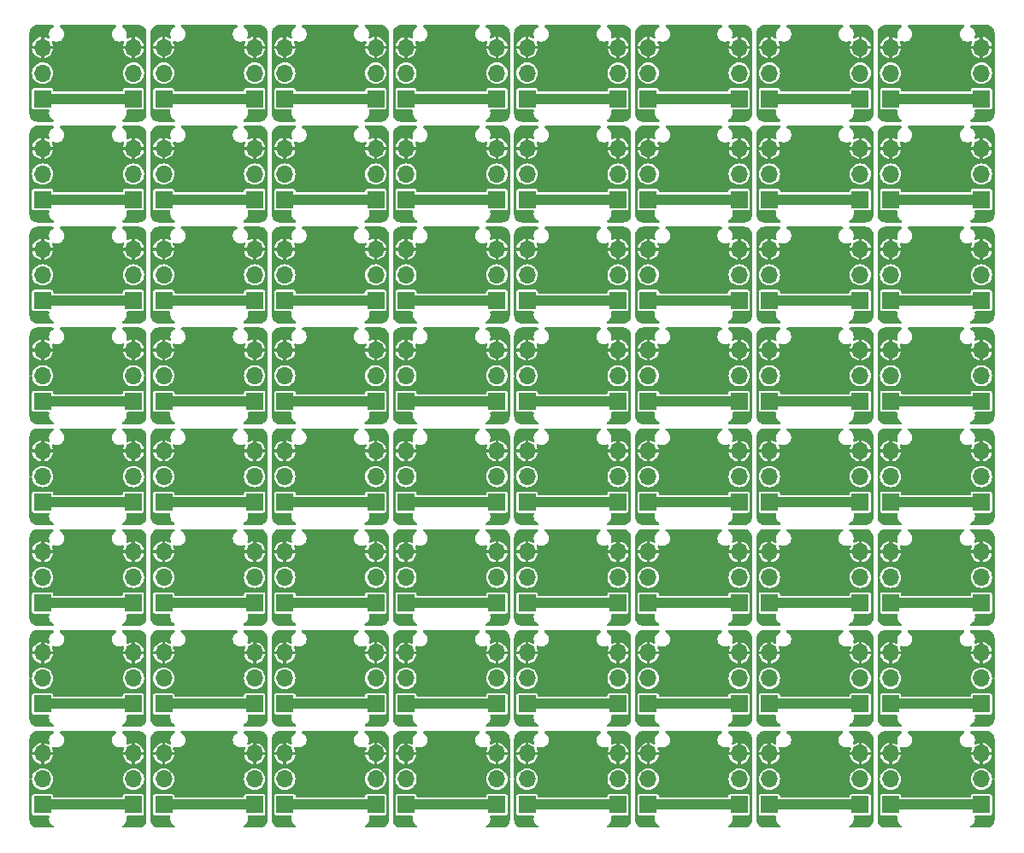
<source format=gbr>
%TF.GenerationSoftware,KiCad,Pcbnew,8.0.5*%
%TF.CreationDate,2024-10-23T08:28:05+02:00*%
%TF.ProjectId,ws2812b_carry,77733238-3132-4625-9f63-617272792e6b,rev?*%
%TF.SameCoordinates,Original*%
%TF.FileFunction,Copper,L2,Bot*%
%TF.FilePolarity,Positive*%
%FSLAX46Y46*%
G04 Gerber Fmt 4.6, Leading zero omitted, Abs format (unit mm)*
G04 Created by KiCad (PCBNEW 8.0.5) date 2024-10-23 08:28:05*
%MOMM*%
%LPD*%
G01*
G04 APERTURE LIST*
%TA.AperFunction,ComponentPad*%
%ADD10R,1.700000X1.700000*%
%TD*%
%TA.AperFunction,ComponentPad*%
%ADD11O,1.700000X1.700000*%
%TD*%
%TA.AperFunction,ViaPad*%
%ADD12C,0.450000*%
%TD*%
%TA.AperFunction,Conductor*%
%ADD13C,1.000000*%
%TD*%
G04 APERTURE END LIST*
D10*
%TO.P,J2,1,Pin_1*%
%TO.N,+5V*%
X98500000Y-72525000D03*
D11*
%TO.P,J2,2,Pin_2*%
%TO.N,/DOUT*%
X98500000Y-69985000D03*
%TO.P,J2,3,Pin_3*%
%TO.N,GND*%
X98500000Y-67445000D03*
%TD*%
D10*
%TO.P,J1,1,Pin_1*%
%TO.N,+5V*%
X65500000Y-72525000D03*
D11*
%TO.P,J1,2,Pin_2*%
%TO.N,/DIN*%
X65500000Y-69985000D03*
%TO.P,J1,3,Pin_3*%
%TO.N,GND*%
X65500000Y-67445000D03*
%TD*%
D10*
%TO.P,J1,1,Pin_1*%
%TO.N,+5V*%
X149500000Y-52525000D03*
D11*
%TO.P,J1,2,Pin_2*%
%TO.N,/DIN*%
X149500000Y-49985000D03*
%TO.P,J1,3,Pin_3*%
%TO.N,GND*%
X149500000Y-47445000D03*
%TD*%
D10*
%TO.P,J1,1,Pin_1*%
%TO.N,+5V*%
X101500000Y-92525000D03*
D11*
%TO.P,J1,2,Pin_2*%
%TO.N,/DIN*%
X101500000Y-89985000D03*
%TO.P,J1,3,Pin_3*%
%TO.N,GND*%
X101500000Y-87445000D03*
%TD*%
D10*
%TO.P,J2,1,Pin_1*%
%TO.N,+5V*%
X146500000Y-32525000D03*
D11*
%TO.P,J2,2,Pin_2*%
%TO.N,/DOUT*%
X146500000Y-29985000D03*
%TO.P,J2,3,Pin_3*%
%TO.N,GND*%
X146500000Y-27445000D03*
%TD*%
D10*
%TO.P,J2,1,Pin_1*%
%TO.N,+5V*%
X74500000Y-102525000D03*
D11*
%TO.P,J2,2,Pin_2*%
%TO.N,/DOUT*%
X74500000Y-99985000D03*
%TO.P,J2,3,Pin_3*%
%TO.N,GND*%
X74500000Y-97445000D03*
%TD*%
D10*
%TO.P,J1,1,Pin_1*%
%TO.N,+5V*%
X65500000Y-102525000D03*
D11*
%TO.P,J1,2,Pin_2*%
%TO.N,/DIN*%
X65500000Y-99985000D03*
%TO.P,J1,3,Pin_3*%
%TO.N,GND*%
X65500000Y-97445000D03*
%TD*%
D10*
%TO.P,J2,1,Pin_1*%
%TO.N,+5V*%
X158500000Y-32525000D03*
D11*
%TO.P,J2,2,Pin_2*%
%TO.N,/DOUT*%
X158500000Y-29985000D03*
%TO.P,J2,3,Pin_3*%
%TO.N,GND*%
X158500000Y-27445000D03*
%TD*%
D10*
%TO.P,J1,1,Pin_1*%
%TO.N,+5V*%
X77500000Y-62525000D03*
D11*
%TO.P,J1,2,Pin_2*%
%TO.N,/DIN*%
X77500000Y-59985000D03*
%TO.P,J1,3,Pin_3*%
%TO.N,GND*%
X77500000Y-57445000D03*
%TD*%
D10*
%TO.P,J2,1,Pin_1*%
%TO.N,+5V*%
X122500000Y-82525000D03*
D11*
%TO.P,J2,2,Pin_2*%
%TO.N,/DOUT*%
X122500000Y-79985000D03*
%TO.P,J2,3,Pin_3*%
%TO.N,GND*%
X122500000Y-77445000D03*
%TD*%
D10*
%TO.P,J2,1,Pin_1*%
%TO.N,+5V*%
X158500000Y-62525000D03*
D11*
%TO.P,J2,2,Pin_2*%
%TO.N,/DOUT*%
X158500000Y-59985000D03*
%TO.P,J2,3,Pin_3*%
%TO.N,GND*%
X158500000Y-57445000D03*
%TD*%
D10*
%TO.P,J2,1,Pin_1*%
%TO.N,+5V*%
X146500000Y-62525000D03*
D11*
%TO.P,J2,2,Pin_2*%
%TO.N,/DOUT*%
X146500000Y-59985000D03*
%TO.P,J2,3,Pin_3*%
%TO.N,GND*%
X146500000Y-57445000D03*
%TD*%
D10*
%TO.P,J1,1,Pin_1*%
%TO.N,+5V*%
X89500000Y-72525000D03*
D11*
%TO.P,J1,2,Pin_2*%
%TO.N,/DIN*%
X89500000Y-69985000D03*
%TO.P,J1,3,Pin_3*%
%TO.N,GND*%
X89500000Y-67445000D03*
%TD*%
D10*
%TO.P,J2,1,Pin_1*%
%TO.N,+5V*%
X74500000Y-72525000D03*
D11*
%TO.P,J2,2,Pin_2*%
%TO.N,/DOUT*%
X74500000Y-69985000D03*
%TO.P,J2,3,Pin_3*%
%TO.N,GND*%
X74500000Y-67445000D03*
%TD*%
D10*
%TO.P,J2,1,Pin_1*%
%TO.N,+5V*%
X146500000Y-52525000D03*
D11*
%TO.P,J2,2,Pin_2*%
%TO.N,/DOUT*%
X146500000Y-49985000D03*
%TO.P,J2,3,Pin_3*%
%TO.N,GND*%
X146500000Y-47445000D03*
%TD*%
D10*
%TO.P,J1,1,Pin_1*%
%TO.N,+5V*%
X89500000Y-52525000D03*
D11*
%TO.P,J1,2,Pin_2*%
%TO.N,/DIN*%
X89500000Y-49985000D03*
%TO.P,J1,3,Pin_3*%
%TO.N,GND*%
X89500000Y-47445000D03*
%TD*%
D10*
%TO.P,J2,1,Pin_1*%
%TO.N,+5V*%
X110500000Y-62525000D03*
D11*
%TO.P,J2,2,Pin_2*%
%TO.N,/DOUT*%
X110500000Y-59985000D03*
%TO.P,J2,3,Pin_3*%
%TO.N,GND*%
X110500000Y-57445000D03*
%TD*%
D10*
%TO.P,J1,1,Pin_1*%
%TO.N,+5V*%
X89500000Y-32525000D03*
D11*
%TO.P,J1,2,Pin_2*%
%TO.N,/DIN*%
X89500000Y-29985000D03*
%TO.P,J1,3,Pin_3*%
%TO.N,GND*%
X89500000Y-27445000D03*
%TD*%
D10*
%TO.P,J1,1,Pin_1*%
%TO.N,+5V*%
X65500000Y-42525000D03*
D11*
%TO.P,J1,2,Pin_2*%
%TO.N,/DIN*%
X65500000Y-39985000D03*
%TO.P,J1,3,Pin_3*%
%TO.N,GND*%
X65500000Y-37445000D03*
%TD*%
D10*
%TO.P,J1,1,Pin_1*%
%TO.N,+5V*%
X137500000Y-82525000D03*
D11*
%TO.P,J1,2,Pin_2*%
%TO.N,/DIN*%
X137500000Y-79985000D03*
%TO.P,J1,3,Pin_3*%
%TO.N,GND*%
X137500000Y-77445000D03*
%TD*%
D10*
%TO.P,J1,1,Pin_1*%
%TO.N,+5V*%
X65500000Y-92525000D03*
D11*
%TO.P,J1,2,Pin_2*%
%TO.N,/DIN*%
X65500000Y-89985000D03*
%TO.P,J1,3,Pin_3*%
%TO.N,GND*%
X65500000Y-87445000D03*
%TD*%
D10*
%TO.P,J1,1,Pin_1*%
%TO.N,+5V*%
X89500000Y-42525000D03*
D11*
%TO.P,J1,2,Pin_2*%
%TO.N,/DIN*%
X89500000Y-39985000D03*
%TO.P,J1,3,Pin_3*%
%TO.N,GND*%
X89500000Y-37445000D03*
%TD*%
D10*
%TO.P,J2,1,Pin_1*%
%TO.N,+5V*%
X98500000Y-62525000D03*
D11*
%TO.P,J2,2,Pin_2*%
%TO.N,/DOUT*%
X98500000Y-59985000D03*
%TO.P,J2,3,Pin_3*%
%TO.N,GND*%
X98500000Y-57445000D03*
%TD*%
D10*
%TO.P,J2,1,Pin_1*%
%TO.N,+5V*%
X86500000Y-42525000D03*
D11*
%TO.P,J2,2,Pin_2*%
%TO.N,/DOUT*%
X86500000Y-39985000D03*
%TO.P,J2,3,Pin_3*%
%TO.N,GND*%
X86500000Y-37445000D03*
%TD*%
D10*
%TO.P,J1,1,Pin_1*%
%TO.N,+5V*%
X113500000Y-32525000D03*
D11*
%TO.P,J1,2,Pin_2*%
%TO.N,/DIN*%
X113500000Y-29985000D03*
%TO.P,J1,3,Pin_3*%
%TO.N,GND*%
X113500000Y-27445000D03*
%TD*%
D10*
%TO.P,J2,1,Pin_1*%
%TO.N,+5V*%
X158500000Y-92525000D03*
D11*
%TO.P,J2,2,Pin_2*%
%TO.N,/DOUT*%
X158500000Y-89985000D03*
%TO.P,J2,3,Pin_3*%
%TO.N,GND*%
X158500000Y-87445000D03*
%TD*%
D10*
%TO.P,J1,1,Pin_1*%
%TO.N,+5V*%
X101500000Y-52525000D03*
D11*
%TO.P,J1,2,Pin_2*%
%TO.N,/DIN*%
X101500000Y-49985000D03*
%TO.P,J1,3,Pin_3*%
%TO.N,GND*%
X101500000Y-47445000D03*
%TD*%
D10*
%TO.P,J1,1,Pin_1*%
%TO.N,+5V*%
X65500000Y-52525000D03*
D11*
%TO.P,J1,2,Pin_2*%
%TO.N,/DIN*%
X65500000Y-49985000D03*
%TO.P,J1,3,Pin_3*%
%TO.N,GND*%
X65500000Y-47445000D03*
%TD*%
D10*
%TO.P,J2,1,Pin_1*%
%TO.N,+5V*%
X86500000Y-82525000D03*
D11*
%TO.P,J2,2,Pin_2*%
%TO.N,/DOUT*%
X86500000Y-79985000D03*
%TO.P,J2,3,Pin_3*%
%TO.N,GND*%
X86500000Y-77445000D03*
%TD*%
D10*
%TO.P,J2,1,Pin_1*%
%TO.N,+5V*%
X98500000Y-82525000D03*
D11*
%TO.P,J2,2,Pin_2*%
%TO.N,/DOUT*%
X98500000Y-79985000D03*
%TO.P,J2,3,Pin_3*%
%TO.N,GND*%
X98500000Y-77445000D03*
%TD*%
D10*
%TO.P,J1,1,Pin_1*%
%TO.N,+5V*%
X101500000Y-72525000D03*
D11*
%TO.P,J1,2,Pin_2*%
%TO.N,/DIN*%
X101500000Y-69985000D03*
%TO.P,J1,3,Pin_3*%
%TO.N,GND*%
X101500000Y-67445000D03*
%TD*%
D10*
%TO.P,J2,1,Pin_1*%
%TO.N,+5V*%
X158500000Y-72525000D03*
D11*
%TO.P,J2,2,Pin_2*%
%TO.N,/DOUT*%
X158500000Y-69985000D03*
%TO.P,J2,3,Pin_3*%
%TO.N,GND*%
X158500000Y-67445000D03*
%TD*%
D10*
%TO.P,J2,1,Pin_1*%
%TO.N,+5V*%
X134500000Y-102525000D03*
D11*
%TO.P,J2,2,Pin_2*%
%TO.N,/DOUT*%
X134500000Y-99985000D03*
%TO.P,J2,3,Pin_3*%
%TO.N,GND*%
X134500000Y-97445000D03*
%TD*%
D10*
%TO.P,J1,1,Pin_1*%
%TO.N,+5V*%
X101500000Y-82525000D03*
D11*
%TO.P,J1,2,Pin_2*%
%TO.N,/DIN*%
X101500000Y-79985000D03*
%TO.P,J1,3,Pin_3*%
%TO.N,GND*%
X101500000Y-77445000D03*
%TD*%
D10*
%TO.P,J2,1,Pin_1*%
%TO.N,+5V*%
X74500000Y-52525000D03*
D11*
%TO.P,J2,2,Pin_2*%
%TO.N,/DOUT*%
X74500000Y-49985000D03*
%TO.P,J2,3,Pin_3*%
%TO.N,GND*%
X74500000Y-47445000D03*
%TD*%
D10*
%TO.P,J2,1,Pin_1*%
%TO.N,+5V*%
X98500000Y-42525000D03*
D11*
%TO.P,J2,2,Pin_2*%
%TO.N,/DOUT*%
X98500000Y-39985000D03*
%TO.P,J2,3,Pin_3*%
%TO.N,GND*%
X98500000Y-37445000D03*
%TD*%
D10*
%TO.P,J1,1,Pin_1*%
%TO.N,+5V*%
X137500000Y-42525000D03*
D11*
%TO.P,J1,2,Pin_2*%
%TO.N,/DIN*%
X137500000Y-39985000D03*
%TO.P,J1,3,Pin_3*%
%TO.N,GND*%
X137500000Y-37445000D03*
%TD*%
D10*
%TO.P,J2,1,Pin_1*%
%TO.N,+5V*%
X110500000Y-42525000D03*
D11*
%TO.P,J2,2,Pin_2*%
%TO.N,/DOUT*%
X110500000Y-39985000D03*
%TO.P,J2,3,Pin_3*%
%TO.N,GND*%
X110500000Y-37445000D03*
%TD*%
D10*
%TO.P,J2,1,Pin_1*%
%TO.N,+5V*%
X110500000Y-92525000D03*
D11*
%TO.P,J2,2,Pin_2*%
%TO.N,/DOUT*%
X110500000Y-89985000D03*
%TO.P,J2,3,Pin_3*%
%TO.N,GND*%
X110500000Y-87445000D03*
%TD*%
D10*
%TO.P,J2,1,Pin_1*%
%TO.N,+5V*%
X122500000Y-32525000D03*
D11*
%TO.P,J2,2,Pin_2*%
%TO.N,/DOUT*%
X122500000Y-29985000D03*
%TO.P,J2,3,Pin_3*%
%TO.N,GND*%
X122500000Y-27445000D03*
%TD*%
D10*
%TO.P,J1,1,Pin_1*%
%TO.N,+5V*%
X113500000Y-82525000D03*
D11*
%TO.P,J1,2,Pin_2*%
%TO.N,/DIN*%
X113500000Y-79985000D03*
%TO.P,J1,3,Pin_3*%
%TO.N,GND*%
X113500000Y-77445000D03*
%TD*%
D10*
%TO.P,J2,1,Pin_1*%
%TO.N,+5V*%
X98500000Y-52525000D03*
D11*
%TO.P,J2,2,Pin_2*%
%TO.N,/DOUT*%
X98500000Y-49985000D03*
%TO.P,J2,3,Pin_3*%
%TO.N,GND*%
X98500000Y-47445000D03*
%TD*%
D10*
%TO.P,J2,1,Pin_1*%
%TO.N,+5V*%
X74500000Y-92525000D03*
D11*
%TO.P,J2,2,Pin_2*%
%TO.N,/DOUT*%
X74500000Y-89985000D03*
%TO.P,J2,3,Pin_3*%
%TO.N,GND*%
X74500000Y-87445000D03*
%TD*%
D10*
%TO.P,J1,1,Pin_1*%
%TO.N,+5V*%
X149500000Y-72525000D03*
D11*
%TO.P,J1,2,Pin_2*%
%TO.N,/DIN*%
X149500000Y-69985000D03*
%TO.P,J1,3,Pin_3*%
%TO.N,GND*%
X149500000Y-67445000D03*
%TD*%
D10*
%TO.P,J1,1,Pin_1*%
%TO.N,+5V*%
X149500000Y-102525000D03*
D11*
%TO.P,J1,2,Pin_2*%
%TO.N,/DIN*%
X149500000Y-99985000D03*
%TO.P,J1,3,Pin_3*%
%TO.N,GND*%
X149500000Y-97445000D03*
%TD*%
D10*
%TO.P,J2,1,Pin_1*%
%TO.N,+5V*%
X134500000Y-52525000D03*
D11*
%TO.P,J2,2,Pin_2*%
%TO.N,/DOUT*%
X134500000Y-49985000D03*
%TO.P,J2,3,Pin_3*%
%TO.N,GND*%
X134500000Y-47445000D03*
%TD*%
D10*
%TO.P,J2,1,Pin_1*%
%TO.N,+5V*%
X134500000Y-72525000D03*
D11*
%TO.P,J2,2,Pin_2*%
%TO.N,/DOUT*%
X134500000Y-69985000D03*
%TO.P,J2,3,Pin_3*%
%TO.N,GND*%
X134500000Y-67445000D03*
%TD*%
D10*
%TO.P,J1,1,Pin_1*%
%TO.N,+5V*%
X137500000Y-62525000D03*
D11*
%TO.P,J1,2,Pin_2*%
%TO.N,/DIN*%
X137500000Y-59985000D03*
%TO.P,J1,3,Pin_3*%
%TO.N,GND*%
X137500000Y-57445000D03*
%TD*%
D10*
%TO.P,J2,1,Pin_1*%
%TO.N,+5V*%
X74500000Y-62525000D03*
D11*
%TO.P,J2,2,Pin_2*%
%TO.N,/DOUT*%
X74500000Y-59985000D03*
%TO.P,J2,3,Pin_3*%
%TO.N,GND*%
X74500000Y-57445000D03*
%TD*%
D10*
%TO.P,J1,1,Pin_1*%
%TO.N,+5V*%
X137500000Y-92525000D03*
D11*
%TO.P,J1,2,Pin_2*%
%TO.N,/DIN*%
X137500000Y-89985000D03*
%TO.P,J1,3,Pin_3*%
%TO.N,GND*%
X137500000Y-87445000D03*
%TD*%
D10*
%TO.P,J1,1,Pin_1*%
%TO.N,+5V*%
X137500000Y-72525000D03*
D11*
%TO.P,J1,2,Pin_2*%
%TO.N,/DIN*%
X137500000Y-69985000D03*
%TO.P,J1,3,Pin_3*%
%TO.N,GND*%
X137500000Y-67445000D03*
%TD*%
D10*
%TO.P,J1,1,Pin_1*%
%TO.N,+5V*%
X101500000Y-62525000D03*
D11*
%TO.P,J1,2,Pin_2*%
%TO.N,/DIN*%
X101500000Y-59985000D03*
%TO.P,J1,3,Pin_3*%
%TO.N,GND*%
X101500000Y-57445000D03*
%TD*%
D10*
%TO.P,J2,1,Pin_1*%
%TO.N,+5V*%
X122500000Y-52525000D03*
D11*
%TO.P,J2,2,Pin_2*%
%TO.N,/DOUT*%
X122500000Y-49985000D03*
%TO.P,J2,3,Pin_3*%
%TO.N,GND*%
X122500000Y-47445000D03*
%TD*%
D10*
%TO.P,J1,1,Pin_1*%
%TO.N,+5V*%
X101500000Y-32525000D03*
D11*
%TO.P,J1,2,Pin_2*%
%TO.N,/DIN*%
X101500000Y-29985000D03*
%TO.P,J1,3,Pin_3*%
%TO.N,GND*%
X101500000Y-27445000D03*
%TD*%
D10*
%TO.P,J1,1,Pin_1*%
%TO.N,+5V*%
X125500000Y-32525000D03*
D11*
%TO.P,J1,2,Pin_2*%
%TO.N,/DIN*%
X125500000Y-29985000D03*
%TO.P,J1,3,Pin_3*%
%TO.N,GND*%
X125500000Y-27445000D03*
%TD*%
D10*
%TO.P,J1,1,Pin_1*%
%TO.N,+5V*%
X89500000Y-92525000D03*
D11*
%TO.P,J1,2,Pin_2*%
%TO.N,/DIN*%
X89500000Y-89985000D03*
%TO.P,J1,3,Pin_3*%
%TO.N,GND*%
X89500000Y-87445000D03*
%TD*%
D10*
%TO.P,J2,1,Pin_1*%
%TO.N,+5V*%
X110500000Y-102525000D03*
D11*
%TO.P,J2,2,Pin_2*%
%TO.N,/DOUT*%
X110500000Y-99985000D03*
%TO.P,J2,3,Pin_3*%
%TO.N,GND*%
X110500000Y-97445000D03*
%TD*%
D10*
%TO.P,J1,1,Pin_1*%
%TO.N,+5V*%
X89500000Y-62525000D03*
D11*
%TO.P,J1,2,Pin_2*%
%TO.N,/DIN*%
X89500000Y-59985000D03*
%TO.P,J1,3,Pin_3*%
%TO.N,GND*%
X89500000Y-57445000D03*
%TD*%
D10*
%TO.P,J2,1,Pin_1*%
%TO.N,+5V*%
X146500000Y-42525000D03*
D11*
%TO.P,J2,2,Pin_2*%
%TO.N,/DOUT*%
X146500000Y-39985000D03*
%TO.P,J2,3,Pin_3*%
%TO.N,GND*%
X146500000Y-37445000D03*
%TD*%
D10*
%TO.P,J2,1,Pin_1*%
%TO.N,+5V*%
X110500000Y-52525000D03*
D11*
%TO.P,J2,2,Pin_2*%
%TO.N,/DOUT*%
X110500000Y-49985000D03*
%TO.P,J2,3,Pin_3*%
%TO.N,GND*%
X110500000Y-47445000D03*
%TD*%
D10*
%TO.P,J1,1,Pin_1*%
%TO.N,+5V*%
X77500000Y-92525000D03*
D11*
%TO.P,J1,2,Pin_2*%
%TO.N,/DIN*%
X77500000Y-89985000D03*
%TO.P,J1,3,Pin_3*%
%TO.N,GND*%
X77500000Y-87445000D03*
%TD*%
D10*
%TO.P,J2,1,Pin_1*%
%TO.N,+5V*%
X122500000Y-62525000D03*
D11*
%TO.P,J2,2,Pin_2*%
%TO.N,/DOUT*%
X122500000Y-59985000D03*
%TO.P,J2,3,Pin_3*%
%TO.N,GND*%
X122500000Y-57445000D03*
%TD*%
D10*
%TO.P,J1,1,Pin_1*%
%TO.N,+5V*%
X89500000Y-102525000D03*
D11*
%TO.P,J1,2,Pin_2*%
%TO.N,/DIN*%
X89500000Y-99985000D03*
%TO.P,J1,3,Pin_3*%
%TO.N,GND*%
X89500000Y-97445000D03*
%TD*%
D10*
%TO.P,J2,1,Pin_1*%
%TO.N,+5V*%
X158500000Y-42525000D03*
D11*
%TO.P,J2,2,Pin_2*%
%TO.N,/DOUT*%
X158500000Y-39985000D03*
%TO.P,J2,3,Pin_3*%
%TO.N,GND*%
X158500000Y-37445000D03*
%TD*%
D10*
%TO.P,J2,1,Pin_1*%
%TO.N,+5V*%
X134500000Y-32525000D03*
D11*
%TO.P,J2,2,Pin_2*%
%TO.N,/DOUT*%
X134500000Y-29985000D03*
%TO.P,J2,3,Pin_3*%
%TO.N,GND*%
X134500000Y-27445000D03*
%TD*%
D10*
%TO.P,J1,1,Pin_1*%
%TO.N,+5V*%
X125500000Y-62525000D03*
D11*
%TO.P,J1,2,Pin_2*%
%TO.N,/DIN*%
X125500000Y-59985000D03*
%TO.P,J1,3,Pin_3*%
%TO.N,GND*%
X125500000Y-57445000D03*
%TD*%
D10*
%TO.P,J1,1,Pin_1*%
%TO.N,+5V*%
X137500000Y-102525000D03*
D11*
%TO.P,J1,2,Pin_2*%
%TO.N,/DIN*%
X137500000Y-99985000D03*
%TO.P,J1,3,Pin_3*%
%TO.N,GND*%
X137500000Y-97445000D03*
%TD*%
D10*
%TO.P,J2,1,Pin_1*%
%TO.N,+5V*%
X158500000Y-102525000D03*
D11*
%TO.P,J2,2,Pin_2*%
%TO.N,/DOUT*%
X158500000Y-99985000D03*
%TO.P,J2,3,Pin_3*%
%TO.N,GND*%
X158500000Y-97445000D03*
%TD*%
D10*
%TO.P,J2,1,Pin_1*%
%TO.N,+5V*%
X74500000Y-32525000D03*
D11*
%TO.P,J2,2,Pin_2*%
%TO.N,/DOUT*%
X74500000Y-29985000D03*
%TO.P,J2,3,Pin_3*%
%TO.N,GND*%
X74500000Y-27445000D03*
%TD*%
D10*
%TO.P,J2,1,Pin_1*%
%TO.N,+5V*%
X146500000Y-82525000D03*
D11*
%TO.P,J2,2,Pin_2*%
%TO.N,/DOUT*%
X146500000Y-79985000D03*
%TO.P,J2,3,Pin_3*%
%TO.N,GND*%
X146500000Y-77445000D03*
%TD*%
D10*
%TO.P,J1,1,Pin_1*%
%TO.N,+5V*%
X77500000Y-82525000D03*
D11*
%TO.P,J1,2,Pin_2*%
%TO.N,/DIN*%
X77500000Y-79985000D03*
%TO.P,J1,3,Pin_3*%
%TO.N,GND*%
X77500000Y-77445000D03*
%TD*%
D10*
%TO.P,J2,1,Pin_1*%
%TO.N,+5V*%
X158500000Y-82525000D03*
D11*
%TO.P,J2,2,Pin_2*%
%TO.N,/DOUT*%
X158500000Y-79985000D03*
%TO.P,J2,3,Pin_3*%
%TO.N,GND*%
X158500000Y-77445000D03*
%TD*%
D10*
%TO.P,J2,1,Pin_1*%
%TO.N,+5V*%
X86500000Y-102525000D03*
D11*
%TO.P,J2,2,Pin_2*%
%TO.N,/DOUT*%
X86500000Y-99985000D03*
%TO.P,J2,3,Pin_3*%
%TO.N,GND*%
X86500000Y-97445000D03*
%TD*%
D10*
%TO.P,J1,1,Pin_1*%
%TO.N,+5V*%
X113500000Y-42525000D03*
D11*
%TO.P,J1,2,Pin_2*%
%TO.N,/DIN*%
X113500000Y-39985000D03*
%TO.P,J1,3,Pin_3*%
%TO.N,GND*%
X113500000Y-37445000D03*
%TD*%
D10*
%TO.P,J2,1,Pin_1*%
%TO.N,+5V*%
X134500000Y-62525000D03*
D11*
%TO.P,J2,2,Pin_2*%
%TO.N,/DOUT*%
X134500000Y-59985000D03*
%TO.P,J2,3,Pin_3*%
%TO.N,GND*%
X134500000Y-57445000D03*
%TD*%
D10*
%TO.P,J1,1,Pin_1*%
%TO.N,+5V*%
X149500000Y-82525000D03*
D11*
%TO.P,J1,2,Pin_2*%
%TO.N,/DIN*%
X149500000Y-79985000D03*
%TO.P,J1,3,Pin_3*%
%TO.N,GND*%
X149500000Y-77445000D03*
%TD*%
D10*
%TO.P,J2,1,Pin_1*%
%TO.N,+5V*%
X86500000Y-52525000D03*
D11*
%TO.P,J2,2,Pin_2*%
%TO.N,/DOUT*%
X86500000Y-49985000D03*
%TO.P,J2,3,Pin_3*%
%TO.N,GND*%
X86500000Y-47445000D03*
%TD*%
D10*
%TO.P,J1,1,Pin_1*%
%TO.N,+5V*%
X149500000Y-92525000D03*
D11*
%TO.P,J1,2,Pin_2*%
%TO.N,/DIN*%
X149500000Y-89985000D03*
%TO.P,J1,3,Pin_3*%
%TO.N,GND*%
X149500000Y-87445000D03*
%TD*%
D10*
%TO.P,J2,1,Pin_1*%
%TO.N,+5V*%
X146500000Y-92525000D03*
D11*
%TO.P,J2,2,Pin_2*%
%TO.N,/DOUT*%
X146500000Y-89985000D03*
%TO.P,J2,3,Pin_3*%
%TO.N,GND*%
X146500000Y-87445000D03*
%TD*%
D10*
%TO.P,J1,1,Pin_1*%
%TO.N,+5V*%
X149500000Y-32525000D03*
D11*
%TO.P,J1,2,Pin_2*%
%TO.N,/DIN*%
X149500000Y-29985000D03*
%TO.P,J1,3,Pin_3*%
%TO.N,GND*%
X149500000Y-27445000D03*
%TD*%
D10*
%TO.P,J2,1,Pin_1*%
%TO.N,+5V*%
X98500000Y-102525000D03*
D11*
%TO.P,J2,2,Pin_2*%
%TO.N,/DOUT*%
X98500000Y-99985000D03*
%TO.P,J2,3,Pin_3*%
%TO.N,GND*%
X98500000Y-97445000D03*
%TD*%
D10*
%TO.P,J2,1,Pin_1*%
%TO.N,+5V*%
X134500000Y-82525000D03*
D11*
%TO.P,J2,2,Pin_2*%
%TO.N,/DOUT*%
X134500000Y-79985000D03*
%TO.P,J2,3,Pin_3*%
%TO.N,GND*%
X134500000Y-77445000D03*
%TD*%
D10*
%TO.P,J1,1,Pin_1*%
%TO.N,+5V*%
X77500000Y-72525000D03*
D11*
%TO.P,J1,2,Pin_2*%
%TO.N,/DIN*%
X77500000Y-69985000D03*
%TO.P,J1,3,Pin_3*%
%TO.N,GND*%
X77500000Y-67445000D03*
%TD*%
D10*
%TO.P,J1,1,Pin_1*%
%TO.N,+5V*%
X125500000Y-42525000D03*
D11*
%TO.P,J1,2,Pin_2*%
%TO.N,/DIN*%
X125500000Y-39985000D03*
%TO.P,J1,3,Pin_3*%
%TO.N,GND*%
X125500000Y-37445000D03*
%TD*%
D10*
%TO.P,J2,1,Pin_1*%
%TO.N,+5V*%
X122500000Y-92525000D03*
D11*
%TO.P,J2,2,Pin_2*%
%TO.N,/DOUT*%
X122500000Y-89985000D03*
%TO.P,J2,3,Pin_3*%
%TO.N,GND*%
X122500000Y-87445000D03*
%TD*%
D10*
%TO.P,J2,1,Pin_1*%
%TO.N,+5V*%
X98500000Y-92525000D03*
D11*
%TO.P,J2,2,Pin_2*%
%TO.N,/DOUT*%
X98500000Y-89985000D03*
%TO.P,J2,3,Pin_3*%
%TO.N,GND*%
X98500000Y-87445000D03*
%TD*%
D10*
%TO.P,J1,1,Pin_1*%
%TO.N,+5V*%
X113500000Y-72525000D03*
D11*
%TO.P,J1,2,Pin_2*%
%TO.N,/DIN*%
X113500000Y-69985000D03*
%TO.P,J1,3,Pin_3*%
%TO.N,GND*%
X113500000Y-67445000D03*
%TD*%
D10*
%TO.P,J2,1,Pin_1*%
%TO.N,+5V*%
X110500000Y-72525000D03*
D11*
%TO.P,J2,2,Pin_2*%
%TO.N,/DOUT*%
X110500000Y-69985000D03*
%TO.P,J2,3,Pin_3*%
%TO.N,GND*%
X110500000Y-67445000D03*
%TD*%
D10*
%TO.P,J1,1,Pin_1*%
%TO.N,+5V*%
X77500000Y-102525000D03*
D11*
%TO.P,J1,2,Pin_2*%
%TO.N,/DIN*%
X77500000Y-99985000D03*
%TO.P,J1,3,Pin_3*%
%TO.N,GND*%
X77500000Y-97445000D03*
%TD*%
D10*
%TO.P,J1,1,Pin_1*%
%TO.N,+5V*%
X125500000Y-52525000D03*
D11*
%TO.P,J1,2,Pin_2*%
%TO.N,/DIN*%
X125500000Y-49985000D03*
%TO.P,J1,3,Pin_3*%
%TO.N,GND*%
X125500000Y-47445000D03*
%TD*%
D10*
%TO.P,J1,1,Pin_1*%
%TO.N,+5V*%
X77500000Y-42525000D03*
D11*
%TO.P,J1,2,Pin_2*%
%TO.N,/DIN*%
X77500000Y-39985000D03*
%TO.P,J1,3,Pin_3*%
%TO.N,GND*%
X77500000Y-37445000D03*
%TD*%
D10*
%TO.P,J2,1,Pin_1*%
%TO.N,+5V*%
X134500000Y-92525000D03*
D11*
%TO.P,J2,2,Pin_2*%
%TO.N,/DOUT*%
X134500000Y-89985000D03*
%TO.P,J2,3,Pin_3*%
%TO.N,GND*%
X134500000Y-87445000D03*
%TD*%
D10*
%TO.P,J2,1,Pin_1*%
%TO.N,+5V*%
X122500000Y-102525000D03*
D11*
%TO.P,J2,2,Pin_2*%
%TO.N,/DOUT*%
X122500000Y-99985000D03*
%TO.P,J2,3,Pin_3*%
%TO.N,GND*%
X122500000Y-97445000D03*
%TD*%
D10*
%TO.P,J1,1,Pin_1*%
%TO.N,+5V*%
X65500000Y-82525000D03*
D11*
%TO.P,J1,2,Pin_2*%
%TO.N,/DIN*%
X65500000Y-79985000D03*
%TO.P,J1,3,Pin_3*%
%TO.N,GND*%
X65500000Y-77445000D03*
%TD*%
D10*
%TO.P,J1,1,Pin_1*%
%TO.N,+5V*%
X101500000Y-102525000D03*
D11*
%TO.P,J1,2,Pin_2*%
%TO.N,/DIN*%
X101500000Y-99985000D03*
%TO.P,J1,3,Pin_3*%
%TO.N,GND*%
X101500000Y-97445000D03*
%TD*%
D10*
%TO.P,J1,1,Pin_1*%
%TO.N,+5V*%
X149500000Y-42525000D03*
D11*
%TO.P,J1,2,Pin_2*%
%TO.N,/DIN*%
X149500000Y-39985000D03*
%TO.P,J1,3,Pin_3*%
%TO.N,GND*%
X149500000Y-37445000D03*
%TD*%
D10*
%TO.P,J1,1,Pin_1*%
%TO.N,+5V*%
X149500000Y-62525000D03*
D11*
%TO.P,J1,2,Pin_2*%
%TO.N,/DIN*%
X149500000Y-59985000D03*
%TO.P,J1,3,Pin_3*%
%TO.N,GND*%
X149500000Y-57445000D03*
%TD*%
D10*
%TO.P,J1,1,Pin_1*%
%TO.N,+5V*%
X125500000Y-92525000D03*
D11*
%TO.P,J1,2,Pin_2*%
%TO.N,/DIN*%
X125500000Y-89985000D03*
%TO.P,J1,3,Pin_3*%
%TO.N,GND*%
X125500000Y-87445000D03*
%TD*%
D10*
%TO.P,J1,1,Pin_1*%
%TO.N,+5V*%
X77500000Y-52525000D03*
D11*
%TO.P,J1,2,Pin_2*%
%TO.N,/DIN*%
X77500000Y-49985000D03*
%TO.P,J1,3,Pin_3*%
%TO.N,GND*%
X77500000Y-47445000D03*
%TD*%
D10*
%TO.P,J1,1,Pin_1*%
%TO.N,+5V*%
X137500000Y-32525000D03*
D11*
%TO.P,J1,2,Pin_2*%
%TO.N,/DIN*%
X137500000Y-29985000D03*
%TO.P,J1,3,Pin_3*%
%TO.N,GND*%
X137500000Y-27445000D03*
%TD*%
D10*
%TO.P,J2,1,Pin_1*%
%TO.N,+5V*%
X158500000Y-52525000D03*
D11*
%TO.P,J2,2,Pin_2*%
%TO.N,/DOUT*%
X158500000Y-49985000D03*
%TO.P,J2,3,Pin_3*%
%TO.N,GND*%
X158500000Y-47445000D03*
%TD*%
D10*
%TO.P,J1,1,Pin_1*%
%TO.N,+5V*%
X125500000Y-82525000D03*
D11*
%TO.P,J1,2,Pin_2*%
%TO.N,/DIN*%
X125500000Y-79985000D03*
%TO.P,J1,3,Pin_3*%
%TO.N,GND*%
X125500000Y-77445000D03*
%TD*%
D10*
%TO.P,J1,1,Pin_1*%
%TO.N,+5V*%
X89500000Y-82525000D03*
D11*
%TO.P,J1,2,Pin_2*%
%TO.N,/DIN*%
X89500000Y-79985000D03*
%TO.P,J1,3,Pin_3*%
%TO.N,GND*%
X89500000Y-77445000D03*
%TD*%
D10*
%TO.P,J1,1,Pin_1*%
%TO.N,+5V*%
X113500000Y-62525000D03*
D11*
%TO.P,J1,2,Pin_2*%
%TO.N,/DIN*%
X113500000Y-59985000D03*
%TO.P,J1,3,Pin_3*%
%TO.N,GND*%
X113500000Y-57445000D03*
%TD*%
D10*
%TO.P,J1,1,Pin_1*%
%TO.N,+5V*%
X65500000Y-62525000D03*
D11*
%TO.P,J1,2,Pin_2*%
%TO.N,/DIN*%
X65500000Y-59985000D03*
%TO.P,J1,3,Pin_3*%
%TO.N,GND*%
X65500000Y-57445000D03*
%TD*%
D10*
%TO.P,J1,1,Pin_1*%
%TO.N,+5V*%
X77500000Y-32525000D03*
D11*
%TO.P,J1,2,Pin_2*%
%TO.N,/DIN*%
X77500000Y-29985000D03*
%TO.P,J1,3,Pin_3*%
%TO.N,GND*%
X77500000Y-27445000D03*
%TD*%
D10*
%TO.P,J2,1,Pin_1*%
%TO.N,+5V*%
X134500000Y-42525000D03*
D11*
%TO.P,J2,2,Pin_2*%
%TO.N,/DOUT*%
X134500000Y-39985000D03*
%TO.P,J2,3,Pin_3*%
%TO.N,GND*%
X134500000Y-37445000D03*
%TD*%
D10*
%TO.P,J1,1,Pin_1*%
%TO.N,+5V*%
X125500000Y-102525000D03*
D11*
%TO.P,J1,2,Pin_2*%
%TO.N,/DIN*%
X125500000Y-99985000D03*
%TO.P,J1,3,Pin_3*%
%TO.N,GND*%
X125500000Y-97445000D03*
%TD*%
D10*
%TO.P,J2,1,Pin_1*%
%TO.N,+5V*%
X74500000Y-42525000D03*
D11*
%TO.P,J2,2,Pin_2*%
%TO.N,/DOUT*%
X74500000Y-39985000D03*
%TO.P,J2,3,Pin_3*%
%TO.N,GND*%
X74500000Y-37445000D03*
%TD*%
D10*
%TO.P,J1,1,Pin_1*%
%TO.N,+5V*%
X125500000Y-72525000D03*
D11*
%TO.P,J1,2,Pin_2*%
%TO.N,/DIN*%
X125500000Y-69985000D03*
%TO.P,J1,3,Pin_3*%
%TO.N,GND*%
X125500000Y-67445000D03*
%TD*%
D10*
%TO.P,J2,1,Pin_1*%
%TO.N,+5V*%
X110500000Y-82525000D03*
D11*
%TO.P,J2,2,Pin_2*%
%TO.N,/DOUT*%
X110500000Y-79985000D03*
%TO.P,J2,3,Pin_3*%
%TO.N,GND*%
X110500000Y-77445000D03*
%TD*%
D10*
%TO.P,J2,1,Pin_1*%
%TO.N,+5V*%
X74500000Y-82525000D03*
D11*
%TO.P,J2,2,Pin_2*%
%TO.N,/DOUT*%
X74500000Y-79985000D03*
%TO.P,J2,3,Pin_3*%
%TO.N,GND*%
X74500000Y-77445000D03*
%TD*%
D10*
%TO.P,J1,1,Pin_1*%
%TO.N,+5V*%
X113500000Y-92525000D03*
D11*
%TO.P,J1,2,Pin_2*%
%TO.N,/DIN*%
X113500000Y-89985000D03*
%TO.P,J1,3,Pin_3*%
%TO.N,GND*%
X113500000Y-87445000D03*
%TD*%
D10*
%TO.P,J2,1,Pin_1*%
%TO.N,+5V*%
X86500000Y-32525000D03*
D11*
%TO.P,J2,2,Pin_2*%
%TO.N,/DOUT*%
X86500000Y-29985000D03*
%TO.P,J2,3,Pin_3*%
%TO.N,GND*%
X86500000Y-27445000D03*
%TD*%
D10*
%TO.P,J2,1,Pin_1*%
%TO.N,+5V*%
X146500000Y-102525000D03*
D11*
%TO.P,J2,2,Pin_2*%
%TO.N,/DOUT*%
X146500000Y-99985000D03*
%TO.P,J2,3,Pin_3*%
%TO.N,GND*%
X146500000Y-97445000D03*
%TD*%
D10*
%TO.P,J2,1,Pin_1*%
%TO.N,+5V*%
X86500000Y-92525000D03*
D11*
%TO.P,J2,2,Pin_2*%
%TO.N,/DOUT*%
X86500000Y-89985000D03*
%TO.P,J2,3,Pin_3*%
%TO.N,GND*%
X86500000Y-87445000D03*
%TD*%
D10*
%TO.P,J2,1,Pin_1*%
%TO.N,+5V*%
X86500000Y-62525000D03*
D11*
%TO.P,J2,2,Pin_2*%
%TO.N,/DOUT*%
X86500000Y-59985000D03*
%TO.P,J2,3,Pin_3*%
%TO.N,GND*%
X86500000Y-57445000D03*
%TD*%
D10*
%TO.P,J2,1,Pin_1*%
%TO.N,+5V*%
X98500000Y-32525000D03*
D11*
%TO.P,J2,2,Pin_2*%
%TO.N,/DOUT*%
X98500000Y-29985000D03*
%TO.P,J2,3,Pin_3*%
%TO.N,GND*%
X98500000Y-27445000D03*
%TD*%
D10*
%TO.P,J2,1,Pin_1*%
%TO.N,+5V*%
X146500000Y-72525000D03*
D11*
%TO.P,J2,2,Pin_2*%
%TO.N,/DOUT*%
X146500000Y-69985000D03*
%TO.P,J2,3,Pin_3*%
%TO.N,GND*%
X146500000Y-67445000D03*
%TD*%
D10*
%TO.P,J2,1,Pin_1*%
%TO.N,+5V*%
X86500000Y-72525000D03*
D11*
%TO.P,J2,2,Pin_2*%
%TO.N,/DOUT*%
X86500000Y-69985000D03*
%TO.P,J2,3,Pin_3*%
%TO.N,GND*%
X86500000Y-67445000D03*
%TD*%
D10*
%TO.P,J1,1,Pin_1*%
%TO.N,+5V*%
X113500000Y-102525000D03*
D11*
%TO.P,J1,2,Pin_2*%
%TO.N,/DIN*%
X113500000Y-99985000D03*
%TO.P,J1,3,Pin_3*%
%TO.N,GND*%
X113500000Y-97445000D03*
%TD*%
D10*
%TO.P,J1,1,Pin_1*%
%TO.N,+5V*%
X137500000Y-52525000D03*
D11*
%TO.P,J1,2,Pin_2*%
%TO.N,/DIN*%
X137500000Y-49985000D03*
%TO.P,J1,3,Pin_3*%
%TO.N,GND*%
X137500000Y-47445000D03*
%TD*%
D10*
%TO.P,J1,1,Pin_1*%
%TO.N,+5V*%
X101500000Y-42525000D03*
D11*
%TO.P,J1,2,Pin_2*%
%TO.N,/DIN*%
X101500000Y-39985000D03*
%TO.P,J1,3,Pin_3*%
%TO.N,GND*%
X101500000Y-37445000D03*
%TD*%
D10*
%TO.P,J2,1,Pin_1*%
%TO.N,+5V*%
X122500000Y-72525000D03*
D11*
%TO.P,J2,2,Pin_2*%
%TO.N,/DOUT*%
X122500000Y-69985000D03*
%TO.P,J2,3,Pin_3*%
%TO.N,GND*%
X122500000Y-67445000D03*
%TD*%
D10*
%TO.P,J1,1,Pin_1*%
%TO.N,+5V*%
X65500000Y-32525000D03*
D11*
%TO.P,J1,2,Pin_2*%
%TO.N,/DIN*%
X65500000Y-29985000D03*
%TO.P,J1,3,Pin_3*%
%TO.N,GND*%
X65500000Y-27445000D03*
%TD*%
D10*
%TO.P,J2,1,Pin_1*%
%TO.N,+5V*%
X110500000Y-32525000D03*
D11*
%TO.P,J2,2,Pin_2*%
%TO.N,/DOUT*%
X110500000Y-29985000D03*
%TO.P,J2,3,Pin_3*%
%TO.N,GND*%
X110500000Y-27445000D03*
%TD*%
D10*
%TO.P,J2,1,Pin_1*%
%TO.N,+5V*%
X122500000Y-42525000D03*
D11*
%TO.P,J2,2,Pin_2*%
%TO.N,/DOUT*%
X122500000Y-39985000D03*
%TO.P,J2,3,Pin_3*%
%TO.N,GND*%
X122500000Y-37445000D03*
%TD*%
D10*
%TO.P,J1,1,Pin_1*%
%TO.N,+5V*%
X113500000Y-52525000D03*
D11*
%TO.P,J1,2,Pin_2*%
%TO.N,/DIN*%
X113500000Y-49985000D03*
%TO.P,J1,3,Pin_3*%
%TO.N,GND*%
X113500000Y-47445000D03*
%TD*%
D12*
%TO.N,GND*%
X154000000Y-50000000D03*
X112700000Y-41200000D03*
X67000000Y-91100000D03*
X123200000Y-91100000D03*
X111200000Y-101100000D03*
X120400000Y-71300000D03*
X147200000Y-38900000D03*
X76700000Y-41200000D03*
X111200000Y-28900000D03*
X111200000Y-31100000D03*
X70000000Y-30000000D03*
X132400000Y-101300000D03*
X139000000Y-61100000D03*
X159200000Y-58900000D03*
X94100000Y-41500000D03*
X64700000Y-91200000D03*
X143650000Y-58550000D03*
X120400000Y-91300000D03*
X127000000Y-61100000D03*
X75200000Y-61100000D03*
X82000000Y-90000000D03*
X88700000Y-81200000D03*
X107650000Y-38550000D03*
X136800000Y-88800000D03*
X156400000Y-31300000D03*
X76700000Y-61200000D03*
X154000000Y-60000000D03*
X72400000Y-31300000D03*
X130100000Y-71500000D03*
X96400000Y-61300000D03*
X111200000Y-71100000D03*
X118100000Y-31500000D03*
X111200000Y-68900000D03*
X79000000Y-51100000D03*
X148800000Y-38800000D03*
X144400000Y-31300000D03*
X136800000Y-48800000D03*
X94100000Y-101500000D03*
X106000000Y-100000000D03*
X127000000Y-41100000D03*
X124700000Y-91200000D03*
X64800000Y-98800000D03*
X127000000Y-31100000D03*
X72400000Y-91300000D03*
X67000000Y-101100000D03*
X120400000Y-81300000D03*
X79000000Y-61100000D03*
X135200000Y-101100000D03*
X154100000Y-31500000D03*
X143650000Y-98550000D03*
X88800000Y-48800000D03*
X87200000Y-78900000D03*
X76800000Y-78800000D03*
X82000000Y-40000000D03*
X111200000Y-48900000D03*
X112800000Y-88800000D03*
X87200000Y-28900000D03*
X130100000Y-51500000D03*
X159200000Y-31100000D03*
X88800000Y-58800000D03*
X75200000Y-88900000D03*
X151000000Y-51100000D03*
X144400000Y-61300000D03*
X106000000Y-30000000D03*
X142100000Y-101500000D03*
X148700000Y-41200000D03*
X75200000Y-58900000D03*
X118100000Y-41500000D03*
X147200000Y-101100000D03*
X71650000Y-68550000D03*
X99200000Y-51100000D03*
X103000000Y-91100000D03*
X118100000Y-101500000D03*
X112800000Y-78800000D03*
X67000000Y-61100000D03*
X87200000Y-88900000D03*
X136700000Y-101200000D03*
X123200000Y-68900000D03*
X94100000Y-81500000D03*
X159200000Y-88900000D03*
X112800000Y-48800000D03*
X123200000Y-48900000D03*
X131650000Y-48550000D03*
X112800000Y-98800000D03*
X82000000Y-50000000D03*
X64700000Y-61200000D03*
X139000000Y-81100000D03*
X123200000Y-31100000D03*
X147200000Y-28900000D03*
X130000000Y-40000000D03*
X94100000Y-51500000D03*
X124700000Y-71200000D03*
X75200000Y-48900000D03*
X135200000Y-98900000D03*
X142000000Y-80000000D03*
X154100000Y-71500000D03*
X124800000Y-88800000D03*
X94000000Y-60000000D03*
X159200000Y-61100000D03*
X139000000Y-41100000D03*
X156400000Y-71300000D03*
X143650000Y-88550000D03*
X64800000Y-58800000D03*
X94100000Y-31500000D03*
X100700000Y-71200000D03*
X131650000Y-58550000D03*
X100700000Y-41200000D03*
X100700000Y-51200000D03*
X103000000Y-101100000D03*
X70000000Y-90000000D03*
X70000000Y-50000000D03*
X72400000Y-41300000D03*
X64700000Y-81200000D03*
X108400000Y-51300000D03*
X75200000Y-78900000D03*
X136700000Y-81200000D03*
X112800000Y-68800000D03*
X130100000Y-101500000D03*
X155650000Y-38550000D03*
X147200000Y-98900000D03*
X82100000Y-41500000D03*
X118000000Y-50000000D03*
X112700000Y-81200000D03*
X72400000Y-81300000D03*
X83650000Y-78550000D03*
X159200000Y-71100000D03*
X147200000Y-31100000D03*
X147200000Y-61100000D03*
X87200000Y-98900000D03*
X70100000Y-41500000D03*
X64800000Y-68800000D03*
X84400000Y-71300000D03*
X82100000Y-71500000D03*
X130100000Y-31500000D03*
X87200000Y-68900000D03*
X72400000Y-71300000D03*
X136800000Y-38800000D03*
X76800000Y-98800000D03*
X147200000Y-51100000D03*
X132400000Y-31300000D03*
X154000000Y-40000000D03*
X64800000Y-28800000D03*
X131650000Y-98550000D03*
X75200000Y-38900000D03*
X123200000Y-51100000D03*
X75200000Y-81100000D03*
X123200000Y-28900000D03*
X123200000Y-58900000D03*
X87200000Y-31100000D03*
X88800000Y-28800000D03*
X130000000Y-70000000D03*
X111200000Y-38900000D03*
X70100000Y-61500000D03*
X75200000Y-98900000D03*
X106100000Y-51500000D03*
X76800000Y-48800000D03*
X95650000Y-48550000D03*
X130100000Y-61500000D03*
X115000000Y-61100000D03*
X64700000Y-51200000D03*
X99200000Y-48900000D03*
X142100000Y-31500000D03*
X123200000Y-101100000D03*
X87200000Y-51100000D03*
X64700000Y-31200000D03*
X139000000Y-31100000D03*
X82100000Y-101500000D03*
X79000000Y-91100000D03*
X136700000Y-71200000D03*
X88800000Y-68800000D03*
X64700000Y-71200000D03*
X82000000Y-60000000D03*
X76700000Y-31200000D03*
X88700000Y-51200000D03*
X95650000Y-38550000D03*
X108400000Y-101300000D03*
X70100000Y-81500000D03*
X112700000Y-31200000D03*
X70100000Y-101500000D03*
X154100000Y-51500000D03*
X88700000Y-41200000D03*
X100800000Y-48800000D03*
X139000000Y-51100000D03*
X82100000Y-81500000D03*
X124700000Y-31200000D03*
X142100000Y-81500000D03*
X107650000Y-78550000D03*
X75200000Y-101100000D03*
X132400000Y-61300000D03*
X71650000Y-48550000D03*
X100700000Y-101200000D03*
X159200000Y-101100000D03*
X159200000Y-48900000D03*
X99200000Y-31100000D03*
X103000000Y-31100000D03*
X143650000Y-68550000D03*
X148700000Y-51200000D03*
X91000000Y-81100000D03*
X147200000Y-91100000D03*
X132400000Y-71300000D03*
X147200000Y-41100000D03*
X82100000Y-51500000D03*
X142100000Y-71500000D03*
X70100000Y-31500000D03*
X148700000Y-61200000D03*
X103000000Y-71100000D03*
X154100000Y-61500000D03*
X135200000Y-51100000D03*
X75200000Y-31100000D03*
X148700000Y-81200000D03*
X136800000Y-78800000D03*
X159200000Y-41100000D03*
X155650000Y-58550000D03*
X124800000Y-68800000D03*
X118100000Y-91500000D03*
X119650000Y-98550000D03*
X135200000Y-91100000D03*
X143650000Y-78550000D03*
X84400000Y-51300000D03*
X87200000Y-71100000D03*
X136800000Y-98800000D03*
X82000000Y-70000000D03*
X111200000Y-41100000D03*
X139000000Y-101100000D03*
X119650000Y-28550000D03*
X84400000Y-91300000D03*
X151000000Y-31100000D03*
X88800000Y-98800000D03*
X75200000Y-51100000D03*
X94000000Y-100000000D03*
X70000000Y-100000000D03*
X91000000Y-31100000D03*
X67000000Y-51100000D03*
X84400000Y-61300000D03*
X87200000Y-41100000D03*
X106000000Y-90000000D03*
X124700000Y-81200000D03*
X100800000Y-38800000D03*
X131650000Y-88550000D03*
X99200000Y-61100000D03*
X67000000Y-71100000D03*
X67000000Y-41100000D03*
X106000000Y-70000000D03*
X91000000Y-41100000D03*
X112800000Y-28800000D03*
X148700000Y-71200000D03*
X123200000Y-81100000D03*
X130000000Y-60000000D03*
X144400000Y-101300000D03*
X99200000Y-68900000D03*
X94100000Y-61500000D03*
X142000000Y-100000000D03*
X142100000Y-51500000D03*
X154000000Y-70000000D03*
X82000000Y-80000000D03*
X107650000Y-58550000D03*
X136700000Y-41200000D03*
X70100000Y-71500000D03*
X142000000Y-90000000D03*
X151000000Y-81100000D03*
X107650000Y-98550000D03*
X155650000Y-98550000D03*
X142100000Y-41500000D03*
X124700000Y-61200000D03*
X88700000Y-61200000D03*
X106100000Y-91500000D03*
X79000000Y-31100000D03*
X99200000Y-98900000D03*
X151000000Y-71100000D03*
X70100000Y-51500000D03*
X120400000Y-41300000D03*
X151000000Y-101100000D03*
X124800000Y-38800000D03*
X106100000Y-61500000D03*
X75200000Y-28900000D03*
X118100000Y-71500000D03*
X100800000Y-78800000D03*
X76800000Y-58800000D03*
X135200000Y-61100000D03*
X107650000Y-88550000D03*
X99200000Y-81100000D03*
X130100000Y-41500000D03*
X151000000Y-61100000D03*
X151000000Y-91100000D03*
X71650000Y-98550000D03*
X82000000Y-30000000D03*
X99200000Y-58900000D03*
X99200000Y-38900000D03*
X112700000Y-51200000D03*
X154000000Y-100000000D03*
X94100000Y-91500000D03*
X67000000Y-81100000D03*
X130000000Y-50000000D03*
X64700000Y-101200000D03*
X136700000Y-91200000D03*
X127000000Y-71100000D03*
X115000000Y-101100000D03*
X95650000Y-68550000D03*
X124800000Y-58800000D03*
X139000000Y-71100000D03*
X159200000Y-78900000D03*
X147200000Y-71100000D03*
X147200000Y-78900000D03*
X94000000Y-80000000D03*
X91000000Y-71100000D03*
X71650000Y-28550000D03*
X71650000Y-38550000D03*
X120400000Y-51300000D03*
X100700000Y-31200000D03*
X84400000Y-31300000D03*
X115000000Y-51100000D03*
X83650000Y-58550000D03*
X144400000Y-71300000D03*
X107650000Y-68550000D03*
X119650000Y-78550000D03*
X123200000Y-71100000D03*
X143650000Y-38550000D03*
X139000000Y-91100000D03*
X124700000Y-41200000D03*
X83650000Y-88550000D03*
X118000000Y-30000000D03*
X75200000Y-41100000D03*
X111200000Y-61100000D03*
X156400000Y-91300000D03*
X72400000Y-101300000D03*
X118000000Y-100000000D03*
X132400000Y-41300000D03*
X83650000Y-28550000D03*
X119650000Y-88550000D03*
X106100000Y-31500000D03*
X112700000Y-71200000D03*
X136700000Y-31200000D03*
X88800000Y-38800000D03*
X112800000Y-38800000D03*
X67000000Y-31100000D03*
X88700000Y-31200000D03*
X156400000Y-81300000D03*
X84400000Y-41300000D03*
X87200000Y-38900000D03*
X111200000Y-81100000D03*
X108400000Y-81300000D03*
X71650000Y-78550000D03*
X135200000Y-58900000D03*
X115000000Y-91100000D03*
X83650000Y-98550000D03*
X148700000Y-101200000D03*
X131650000Y-78550000D03*
X95650000Y-28550000D03*
X88700000Y-91200000D03*
X88800000Y-78800000D03*
X96400000Y-31300000D03*
X100800000Y-28800000D03*
X159200000Y-51100000D03*
X118000000Y-80000000D03*
X75200000Y-91100000D03*
X70000000Y-70000000D03*
X132400000Y-81300000D03*
X154100000Y-81500000D03*
X106000000Y-60000000D03*
X124700000Y-51200000D03*
X100700000Y-91200000D03*
X135200000Y-48900000D03*
X119650000Y-58550000D03*
X142100000Y-61500000D03*
X76700000Y-81200000D03*
X108400000Y-41300000D03*
X75200000Y-71100000D03*
X147200000Y-48900000D03*
X96400000Y-101300000D03*
X130000000Y-80000000D03*
X127000000Y-101100000D03*
X76700000Y-51200000D03*
X135200000Y-81100000D03*
X91000000Y-101100000D03*
X87200000Y-61100000D03*
X103000000Y-51100000D03*
X142000000Y-60000000D03*
X136800000Y-68800000D03*
X155650000Y-88550000D03*
X147200000Y-58900000D03*
X87200000Y-91100000D03*
X154100000Y-91500000D03*
X131650000Y-28550000D03*
X123200000Y-61100000D03*
X142000000Y-40000000D03*
X132400000Y-51300000D03*
X83650000Y-38550000D03*
X108400000Y-71300000D03*
X131650000Y-38550000D03*
X112800000Y-58800000D03*
X95650000Y-78550000D03*
X106000000Y-50000000D03*
X147200000Y-81100000D03*
X155650000Y-68550000D03*
X103000000Y-41100000D03*
X144400000Y-81300000D03*
X103000000Y-81100000D03*
X79000000Y-101100000D03*
X159200000Y-81100000D03*
X100800000Y-88800000D03*
X115000000Y-31100000D03*
X71650000Y-88550000D03*
X99200000Y-101100000D03*
X147200000Y-88900000D03*
X84400000Y-81300000D03*
X108400000Y-91300000D03*
X135200000Y-78900000D03*
X156400000Y-61300000D03*
X99200000Y-78900000D03*
X99200000Y-71100000D03*
X96400000Y-71300000D03*
X79000000Y-41100000D03*
X100800000Y-98800000D03*
X76800000Y-68800000D03*
X106100000Y-101500000D03*
X130100000Y-91500000D03*
X147200000Y-68900000D03*
X124800000Y-78800000D03*
X70000000Y-40000000D03*
X120400000Y-31300000D03*
X112700000Y-101200000D03*
X136700000Y-51200000D03*
X130000000Y-100000000D03*
X148800000Y-28800000D03*
X96400000Y-81300000D03*
X100700000Y-81200000D03*
X83650000Y-68550000D03*
X94000000Y-50000000D03*
X76800000Y-38800000D03*
X72400000Y-51300000D03*
X112700000Y-61200000D03*
X82000000Y-100000000D03*
X130100000Y-81500000D03*
X142100000Y-91500000D03*
X96400000Y-51300000D03*
X124800000Y-48800000D03*
X123200000Y-38900000D03*
X156400000Y-41300000D03*
X123200000Y-88900000D03*
X106100000Y-71500000D03*
X107650000Y-28550000D03*
X136700000Y-61200000D03*
X94000000Y-70000000D03*
X120400000Y-101300000D03*
X94000000Y-30000000D03*
X156400000Y-51300000D03*
X124700000Y-101200000D03*
X119650000Y-68550000D03*
X76700000Y-71200000D03*
X70000000Y-80000000D03*
X127000000Y-91100000D03*
X148800000Y-78800000D03*
X118000000Y-70000000D03*
X64700000Y-41200000D03*
X96400000Y-41300000D03*
X142000000Y-70000000D03*
X143650000Y-48550000D03*
X154000000Y-30000000D03*
X79000000Y-71100000D03*
X82100000Y-61500000D03*
X123200000Y-41100000D03*
X120400000Y-61300000D03*
X144400000Y-51300000D03*
X119650000Y-48550000D03*
X112700000Y-91200000D03*
X154000000Y-90000000D03*
X144400000Y-91300000D03*
X106000000Y-40000000D03*
X64800000Y-88800000D03*
X115000000Y-71100000D03*
X95650000Y-98550000D03*
X130000000Y-30000000D03*
X130000000Y-90000000D03*
X118100000Y-51500000D03*
X143650000Y-28550000D03*
X82100000Y-31500000D03*
X124800000Y-28800000D03*
X75200000Y-68900000D03*
X118000000Y-90000000D03*
X135200000Y-88900000D03*
X87200000Y-101100000D03*
X135200000Y-31100000D03*
X159200000Y-28900000D03*
X136800000Y-58800000D03*
X155650000Y-28550000D03*
X154100000Y-41500000D03*
X111200000Y-88900000D03*
X154100000Y-101500000D03*
X148800000Y-48800000D03*
X64800000Y-38800000D03*
X142000000Y-50000000D03*
X99200000Y-91100000D03*
X131650000Y-68550000D03*
X76700000Y-91200000D03*
X64800000Y-78800000D03*
X148800000Y-98800000D03*
X111200000Y-78900000D03*
X148800000Y-58800000D03*
X100800000Y-68800000D03*
X108400000Y-31300000D03*
X154000000Y-80000000D03*
X99200000Y-41100000D03*
X100700000Y-61200000D03*
X79000000Y-81100000D03*
X103000000Y-61100000D03*
X70000000Y-60000000D03*
X123200000Y-78900000D03*
X83650000Y-48550000D03*
X111200000Y-91100000D03*
X111200000Y-51100000D03*
X142000000Y-30000000D03*
X94000000Y-40000000D03*
X82100000Y-91500000D03*
X135200000Y-68900000D03*
X91000000Y-61100000D03*
X119650000Y-38550000D03*
X148700000Y-91200000D03*
X88700000Y-101200000D03*
X151000000Y-41100000D03*
X64800000Y-48800000D03*
X84400000Y-101300000D03*
X95650000Y-58550000D03*
X99200000Y-88900000D03*
X118000000Y-40000000D03*
X71650000Y-58550000D03*
X76800000Y-28800000D03*
X87200000Y-48900000D03*
X136800000Y-28800000D03*
X155650000Y-78550000D03*
X127000000Y-81100000D03*
X115000000Y-81100000D03*
X135200000Y-41100000D03*
X100800000Y-58800000D03*
X127000000Y-51100000D03*
X159200000Y-98900000D03*
X159200000Y-38900000D03*
X135200000Y-28900000D03*
X106100000Y-81500000D03*
X107650000Y-48550000D03*
X108400000Y-61300000D03*
X132400000Y-91300000D03*
X111200000Y-58900000D03*
X124800000Y-98800000D03*
X88800000Y-88800000D03*
X115000000Y-41100000D03*
X144400000Y-41300000D03*
X70100000Y-91500000D03*
X99200000Y-28900000D03*
X76800000Y-88800000D03*
X155650000Y-48550000D03*
X72400000Y-61300000D03*
X118100000Y-61500000D03*
X96400000Y-91300000D03*
X94000000Y-90000000D03*
X156400000Y-101300000D03*
X148800000Y-88800000D03*
X135200000Y-38900000D03*
X106100000Y-41500000D03*
X106000000Y-80000000D03*
X87200000Y-81100000D03*
X135200000Y-71100000D03*
X118000000Y-60000000D03*
X91000000Y-91100000D03*
X95650000Y-88550000D03*
X87200000Y-58900000D03*
X148800000Y-68800000D03*
X111200000Y-98900000D03*
X159200000Y-91100000D03*
X76700000Y-101200000D03*
X123200000Y-98900000D03*
X91000000Y-51100000D03*
X159200000Y-68900000D03*
X94100000Y-71500000D03*
X148700000Y-31200000D03*
X88700000Y-71200000D03*
X118100000Y-81500000D03*
%TD*%
D13*
%TO.N,+5V*%
X77500000Y-92525000D02*
X86500000Y-92525000D01*
X65500000Y-32525000D02*
X74500000Y-32525000D01*
X101500000Y-72525000D02*
X110500000Y-72525000D01*
X65500000Y-52525000D02*
X74500000Y-52525000D01*
X137500000Y-102525000D02*
X146500000Y-102525000D01*
X77500000Y-52525000D02*
X86500000Y-52525000D01*
X125500000Y-72525000D02*
X134500000Y-72525000D01*
X89500000Y-32525000D02*
X98500000Y-32525000D01*
X125500000Y-62525000D02*
X134500000Y-62525000D01*
X65500000Y-102525000D02*
X74500000Y-102525000D01*
X65500000Y-62525000D02*
X74500000Y-62525000D01*
X65500000Y-82525000D02*
X74500000Y-82525000D01*
X65500000Y-72525000D02*
X74500000Y-72525000D01*
X113500000Y-32525000D02*
X122500000Y-32525000D01*
X137500000Y-52525000D02*
X146500000Y-52525000D01*
X77500000Y-32525000D02*
X86500000Y-32525000D01*
X101500000Y-102525000D02*
X110500000Y-102525000D01*
X125500000Y-102525000D02*
X134500000Y-102525000D01*
X113500000Y-82525000D02*
X122500000Y-82525000D01*
X77500000Y-42525000D02*
X86500000Y-42525000D01*
X137500000Y-32525000D02*
X146500000Y-32525000D01*
X101500000Y-32525000D02*
X110500000Y-32525000D01*
X89500000Y-42525000D02*
X98500000Y-42525000D01*
X89500000Y-72525000D02*
X98500000Y-72525000D01*
X149500000Y-42525000D02*
X158500000Y-42525000D01*
X113500000Y-52525000D02*
X122500000Y-52525000D01*
X113500000Y-102525000D02*
X122500000Y-102525000D01*
X77500000Y-102525000D02*
X86500000Y-102525000D01*
X77500000Y-82525000D02*
X86500000Y-82525000D01*
X125500000Y-52525000D02*
X134500000Y-52525000D01*
X89500000Y-102525000D02*
X98500000Y-102525000D01*
X89500000Y-92525000D02*
X98500000Y-92525000D01*
X101500000Y-52525000D02*
X110500000Y-52525000D01*
X137500000Y-92525000D02*
X146500000Y-92525000D01*
X149500000Y-72525000D02*
X158500000Y-72525000D01*
X101500000Y-82525000D02*
X110500000Y-82525000D01*
X125500000Y-92525000D02*
X134500000Y-92525000D01*
X101500000Y-42525000D02*
X110500000Y-42525000D01*
X137500000Y-62525000D02*
X146500000Y-62525000D01*
X125500000Y-32525000D02*
X134500000Y-32525000D01*
X65500000Y-92525000D02*
X74500000Y-92525000D01*
X113500000Y-92525000D02*
X122500000Y-92525000D01*
X149500000Y-52525000D02*
X158500000Y-52525000D01*
X113500000Y-62525000D02*
X122500000Y-62525000D01*
X77500000Y-72525000D02*
X86500000Y-72525000D01*
X149500000Y-102525000D02*
X158500000Y-102525000D01*
X125500000Y-82525000D02*
X134500000Y-82525000D01*
X77500000Y-62525000D02*
X86500000Y-62525000D01*
X137500000Y-42525000D02*
X146500000Y-42525000D01*
X125500000Y-42525000D02*
X134500000Y-42525000D01*
X113500000Y-42525000D02*
X122500000Y-42525000D01*
X149500000Y-32525000D02*
X158500000Y-32525000D01*
X113500000Y-72525000D02*
X122500000Y-72525000D01*
X149500000Y-82525000D02*
X158500000Y-82525000D01*
X149500000Y-62525000D02*
X158500000Y-62525000D01*
X101500000Y-62525000D02*
X110500000Y-62525000D01*
X89500000Y-82525000D02*
X98500000Y-82525000D01*
X137500000Y-72525000D02*
X146500000Y-72525000D01*
X101500000Y-92525000D02*
X110500000Y-92525000D01*
X149500000Y-92525000D02*
X158500000Y-92525000D01*
X89500000Y-52525000D02*
X98500000Y-52525000D01*
X65500000Y-42525000D02*
X74500000Y-42525000D01*
X137500000Y-82525000D02*
X146500000Y-82525000D01*
X89500000Y-62525000D02*
X98500000Y-62525000D01*
%TD*%
%TA.AperFunction,Conductor*%
%TO.N,GND*%
G36*
X90555069Y-75220185D02*
G01*
X90600824Y-75272989D01*
X90610768Y-75342147D01*
X90581743Y-75405703D01*
X90549509Y-75431440D01*
X90549570Y-75431531D01*
X90548507Y-75432241D01*
X90546481Y-75433859D01*
X90544506Y-75434914D01*
X90421584Y-75517048D01*
X90421580Y-75517051D01*
X90317051Y-75621580D01*
X90317048Y-75621584D01*
X90234919Y-75744498D01*
X90234912Y-75744511D01*
X90178343Y-75881082D01*
X90178340Y-75881092D01*
X90149500Y-76026079D01*
X90149500Y-76026082D01*
X90149500Y-76173918D01*
X90149500Y-76173920D01*
X90149499Y-76173920D01*
X90178340Y-76318907D01*
X90178342Y-76318912D01*
X90204301Y-76381585D01*
X90211769Y-76451054D01*
X90180493Y-76513533D01*
X90120404Y-76549185D01*
X90050578Y-76546690D01*
X90031286Y-76538394D01*
X89903766Y-76470233D01*
X89705833Y-76410191D01*
X89650000Y-76404692D01*
X89650000Y-76967554D01*
X89565826Y-76945000D01*
X89434174Y-76945000D01*
X89350000Y-76967554D01*
X89350000Y-76404692D01*
X89294166Y-76410191D01*
X89294165Y-76410191D01*
X89096233Y-76470233D01*
X88913833Y-76567728D01*
X88913826Y-76567732D01*
X88753944Y-76698944D01*
X88622732Y-76858826D01*
X88622728Y-76858833D01*
X88525233Y-77041233D01*
X88465191Y-77239165D01*
X88459693Y-77294999D01*
X88459693Y-77295000D01*
X89022555Y-77295000D01*
X89000000Y-77379174D01*
X89000000Y-77510826D01*
X89022555Y-77595000D01*
X88459693Y-77595000D01*
X88465191Y-77650834D01*
X88525233Y-77848766D01*
X88622728Y-78031166D01*
X88622732Y-78031173D01*
X88753944Y-78191055D01*
X88913826Y-78322267D01*
X88913833Y-78322271D01*
X89096233Y-78419766D01*
X89294165Y-78479808D01*
X89349999Y-78485306D01*
X89350000Y-78485306D01*
X89350000Y-77922445D01*
X89434174Y-77945000D01*
X89565826Y-77945000D01*
X89650000Y-77922445D01*
X89650000Y-78485306D01*
X89705834Y-78479808D01*
X89903766Y-78419766D01*
X90086166Y-78322271D01*
X90086173Y-78322267D01*
X90246055Y-78191055D01*
X90377267Y-78031173D01*
X90377271Y-78031166D01*
X90474766Y-77848766D01*
X90534808Y-77650834D01*
X90540307Y-77595000D01*
X89977445Y-77595000D01*
X90000000Y-77510826D01*
X90000000Y-77379174D01*
X89977445Y-77295000D01*
X90540307Y-77295000D01*
X90540306Y-77294999D01*
X90534808Y-77239165D01*
X90474766Y-77041233D01*
X90428723Y-76955092D01*
X90414481Y-76886689D01*
X90439481Y-76821445D01*
X90495786Y-76780075D01*
X90565520Y-76775713D01*
X90585526Y-76782075D01*
X90681087Y-76821658D01*
X90681091Y-76821658D01*
X90681092Y-76821659D01*
X90826079Y-76850500D01*
X90826082Y-76850500D01*
X90973920Y-76850500D01*
X91071462Y-76831096D01*
X91118913Y-76821658D01*
X91255495Y-76765084D01*
X91378416Y-76682951D01*
X91482951Y-76578416D01*
X91565084Y-76455495D01*
X91621658Y-76318913D01*
X91650500Y-76173918D01*
X91650500Y-76026082D01*
X91650500Y-76026079D01*
X91621659Y-75881092D01*
X91621658Y-75881091D01*
X91621658Y-75881087D01*
X91611341Y-75856180D01*
X91565087Y-75744511D01*
X91565080Y-75744498D01*
X91482951Y-75621584D01*
X91482948Y-75621580D01*
X91378419Y-75517051D01*
X91378415Y-75517048D01*
X91255493Y-75434914D01*
X91253519Y-75433859D01*
X91252678Y-75433033D01*
X91250430Y-75431531D01*
X91250714Y-75431104D01*
X91203674Y-75384898D01*
X91188212Y-75316761D01*
X91212042Y-75251080D01*
X91267599Y-75208711D01*
X91311970Y-75200500D01*
X96688030Y-75200500D01*
X96755069Y-75220185D01*
X96800824Y-75272989D01*
X96810768Y-75342147D01*
X96781743Y-75405703D01*
X96749509Y-75431440D01*
X96749570Y-75431531D01*
X96748507Y-75432241D01*
X96746481Y-75433859D01*
X96744506Y-75434914D01*
X96621584Y-75517048D01*
X96621580Y-75517051D01*
X96517051Y-75621580D01*
X96517048Y-75621584D01*
X96434919Y-75744498D01*
X96434912Y-75744511D01*
X96378343Y-75881082D01*
X96378340Y-75881092D01*
X96349500Y-76026079D01*
X96349500Y-76026082D01*
X96349500Y-76173918D01*
X96349500Y-76173920D01*
X96349499Y-76173920D01*
X96378340Y-76318907D01*
X96378343Y-76318917D01*
X96434912Y-76455488D01*
X96434919Y-76455501D01*
X96517048Y-76578415D01*
X96517051Y-76578419D01*
X96621580Y-76682948D01*
X96621584Y-76682951D01*
X96744498Y-76765080D01*
X96744511Y-76765087D01*
X96880573Y-76821445D01*
X96881087Y-76821658D01*
X96881091Y-76821658D01*
X96881092Y-76821659D01*
X97026079Y-76850500D01*
X97026082Y-76850500D01*
X97173920Y-76850500D01*
X97271462Y-76831096D01*
X97318913Y-76821658D01*
X97414469Y-76782077D01*
X97483934Y-76774609D01*
X97546413Y-76805883D01*
X97582066Y-76865972D01*
X97579573Y-76935797D01*
X97571277Y-76955091D01*
X97525233Y-77041234D01*
X97465191Y-77239165D01*
X97459693Y-77294999D01*
X97459693Y-77295000D01*
X98022555Y-77295000D01*
X98000000Y-77379174D01*
X98000000Y-77510826D01*
X98022555Y-77595000D01*
X97459693Y-77595000D01*
X97465191Y-77650834D01*
X97525233Y-77848766D01*
X97622728Y-78031166D01*
X97622732Y-78031173D01*
X97753944Y-78191055D01*
X97913826Y-78322267D01*
X97913833Y-78322271D01*
X98096233Y-78419766D01*
X98294165Y-78479808D01*
X98349999Y-78485306D01*
X98350000Y-78485306D01*
X98350000Y-77922445D01*
X98434174Y-77945000D01*
X98565826Y-77945000D01*
X98650000Y-77922445D01*
X98650000Y-78485306D01*
X98705834Y-78479808D01*
X98903766Y-78419766D01*
X99086166Y-78322271D01*
X99086173Y-78322267D01*
X99246055Y-78191055D01*
X99377267Y-78031173D01*
X99377271Y-78031166D01*
X99474766Y-77848766D01*
X99534808Y-77650834D01*
X99540307Y-77595000D01*
X98977445Y-77595000D01*
X99000000Y-77510826D01*
X99000000Y-77379174D01*
X98977445Y-77295000D01*
X99540307Y-77295000D01*
X99540306Y-77294999D01*
X99534808Y-77239165D01*
X99474766Y-77041233D01*
X99377271Y-76858833D01*
X99377267Y-76858826D01*
X99246055Y-76698944D01*
X99086173Y-76567732D01*
X99086166Y-76567728D01*
X98903766Y-76470233D01*
X98705833Y-76410191D01*
X98650000Y-76404692D01*
X98650000Y-76967554D01*
X98565826Y-76945000D01*
X98434174Y-76945000D01*
X98350000Y-76967554D01*
X98350000Y-76404692D01*
X98294166Y-76410191D01*
X98294165Y-76410191D01*
X98096237Y-76470232D01*
X97968713Y-76538395D01*
X97900310Y-76552636D01*
X97835066Y-76527636D01*
X97793696Y-76471330D01*
X97789334Y-76401597D01*
X97795699Y-76381583D01*
X97821658Y-76318913D01*
X97850500Y-76173918D01*
X97850500Y-76026082D01*
X97850500Y-76026079D01*
X97821659Y-75881092D01*
X97821658Y-75881091D01*
X97821658Y-75881087D01*
X97811341Y-75856180D01*
X97765087Y-75744511D01*
X97765080Y-75744498D01*
X97682951Y-75621584D01*
X97682948Y-75621580D01*
X97578419Y-75517051D01*
X97578415Y-75517048D01*
X97455493Y-75434914D01*
X97453519Y-75433859D01*
X97452678Y-75433033D01*
X97450430Y-75431531D01*
X97450714Y-75431104D01*
X97403674Y-75384898D01*
X97388212Y-75316761D01*
X97412042Y-75251080D01*
X97467599Y-75208711D01*
X97511970Y-75200500D01*
X98960118Y-75200500D01*
X98993908Y-75200500D01*
X99006061Y-75201097D01*
X99016051Y-75202080D01*
X99143824Y-75214665D01*
X99167652Y-75219404D01*
X99294277Y-75257815D01*
X99316725Y-75267114D01*
X99433406Y-75329482D01*
X99453616Y-75342986D01*
X99496698Y-75378342D01*
X99555891Y-75426920D01*
X99573079Y-75444108D01*
X99657012Y-75546381D01*
X99670517Y-75566593D01*
X99732883Y-75683271D01*
X99742186Y-75705728D01*
X99780593Y-75832338D01*
X99785335Y-75856180D01*
X99798903Y-75993938D01*
X99799500Y-76006092D01*
X99799500Y-79937452D01*
X99785276Y-79985892D01*
X99797328Y-80009442D01*
X99799500Y-80032547D01*
X99799500Y-83993907D01*
X99798903Y-84006061D01*
X99785335Y-84143819D01*
X99780593Y-84167661D01*
X99742186Y-84294271D01*
X99732883Y-84316728D01*
X99670517Y-84433406D01*
X99657012Y-84453618D01*
X99573079Y-84555891D01*
X99555891Y-84573079D01*
X99453618Y-84657012D01*
X99433406Y-84670517D01*
X99316728Y-84732883D01*
X99294271Y-84742186D01*
X99167661Y-84780593D01*
X99143819Y-84785335D01*
X99006062Y-84798903D01*
X98993908Y-84799500D01*
X97511970Y-84799500D01*
X97444931Y-84779815D01*
X97399176Y-84727011D01*
X97389232Y-84657853D01*
X97418257Y-84594297D01*
X97450490Y-84568559D01*
X97450430Y-84568469D01*
X97451492Y-84567758D01*
X97453519Y-84566141D01*
X97455493Y-84565085D01*
X97455493Y-84565084D01*
X97455495Y-84565084D01*
X97578416Y-84482951D01*
X97682951Y-84378416D01*
X97765084Y-84255495D01*
X97821658Y-84118913D01*
X97844106Y-84006061D01*
X97850500Y-83973920D01*
X97850500Y-83826079D01*
X97830133Y-83723692D01*
X97836360Y-83654100D01*
X97879222Y-83598923D01*
X97945112Y-83575678D01*
X97951750Y-83575500D01*
X99369750Y-83575500D01*
X99369751Y-83575499D01*
X99384568Y-83572552D01*
X99428229Y-83563868D01*
X99428229Y-83563867D01*
X99428231Y-83563867D01*
X99494552Y-83519552D01*
X99538867Y-83453231D01*
X99538867Y-83453229D01*
X99538868Y-83453229D01*
X99550499Y-83394752D01*
X99550500Y-83394750D01*
X99550500Y-81655249D01*
X99550499Y-81655247D01*
X99538868Y-81596770D01*
X99538867Y-81596769D01*
X99494552Y-81530447D01*
X99428230Y-81486132D01*
X99428229Y-81486131D01*
X99369752Y-81474500D01*
X99369748Y-81474500D01*
X97630252Y-81474500D01*
X97630247Y-81474500D01*
X97571770Y-81486131D01*
X97571769Y-81486132D01*
X97505447Y-81530447D01*
X97461132Y-81596769D01*
X97461131Y-81596770D01*
X97449500Y-81655247D01*
X97449500Y-81700500D01*
X97429815Y-81767539D01*
X97377011Y-81813294D01*
X97325500Y-81824500D01*
X90674500Y-81824500D01*
X90607461Y-81804815D01*
X90561706Y-81752011D01*
X90550500Y-81700500D01*
X90550500Y-81655249D01*
X90550499Y-81655247D01*
X90538868Y-81596770D01*
X90538867Y-81596769D01*
X90494552Y-81530447D01*
X90428230Y-81486132D01*
X90428229Y-81486131D01*
X90369752Y-81474500D01*
X90369748Y-81474500D01*
X88630252Y-81474500D01*
X88630247Y-81474500D01*
X88571770Y-81486131D01*
X88571769Y-81486132D01*
X88505447Y-81530447D01*
X88461132Y-81596769D01*
X88461131Y-81596770D01*
X88449500Y-81655247D01*
X88449500Y-83394752D01*
X88461131Y-83453229D01*
X88461132Y-83453230D01*
X88505447Y-83519552D01*
X88571769Y-83563867D01*
X88571770Y-83563868D01*
X88630247Y-83575499D01*
X88630250Y-83575500D01*
X88630252Y-83575500D01*
X90048250Y-83575500D01*
X90115289Y-83595185D01*
X90161044Y-83647989D01*
X90170988Y-83717147D01*
X90169867Y-83723692D01*
X90149500Y-83826079D01*
X90149500Y-83826082D01*
X90149500Y-83973918D01*
X90149500Y-83973920D01*
X90149499Y-83973920D01*
X90178340Y-84118907D01*
X90178343Y-84118917D01*
X90234912Y-84255488D01*
X90234919Y-84255501D01*
X90317048Y-84378415D01*
X90317051Y-84378419D01*
X90421580Y-84482948D01*
X90421584Y-84482951D01*
X90544506Y-84565085D01*
X90546481Y-84566141D01*
X90547321Y-84566966D01*
X90549570Y-84568469D01*
X90549285Y-84568895D01*
X90596326Y-84615102D01*
X90611788Y-84683239D01*
X90587958Y-84748920D01*
X90532401Y-84791289D01*
X90488030Y-84799500D01*
X89006092Y-84799500D01*
X88993938Y-84798903D01*
X88856180Y-84785335D01*
X88832340Y-84780593D01*
X88705728Y-84742186D01*
X88683271Y-84732883D01*
X88566593Y-84670517D01*
X88546381Y-84657012D01*
X88444108Y-84573079D01*
X88426920Y-84555891D01*
X88367060Y-84482951D01*
X88342986Y-84453616D01*
X88329482Y-84433406D01*
X88267116Y-84316728D01*
X88257815Y-84294277D01*
X88219404Y-84167652D01*
X88214665Y-84143824D01*
X88201097Y-84006060D01*
X88200500Y-83993907D01*
X88200500Y-80032547D01*
X88214723Y-79984106D01*
X88214319Y-79983317D01*
X88434290Y-79983317D01*
X88443477Y-79997612D01*
X88447903Y-80020393D01*
X88464699Y-80190932D01*
X88464700Y-80190934D01*
X88524768Y-80388954D01*
X88622315Y-80571450D01*
X88622317Y-80571452D01*
X88753589Y-80731410D01*
X88850209Y-80810702D01*
X88913550Y-80862685D01*
X89096046Y-80960232D01*
X89294066Y-81020300D01*
X89294065Y-81020300D01*
X89312529Y-81022118D01*
X89500000Y-81040583D01*
X89705934Y-81020300D01*
X89903954Y-80960232D01*
X90086450Y-80862685D01*
X90246410Y-80731410D01*
X90377685Y-80571450D01*
X90475232Y-80388954D01*
X90535300Y-80190934D01*
X90555583Y-79985000D01*
X97444417Y-79985000D01*
X97464699Y-80190932D01*
X97464700Y-80190934D01*
X97524768Y-80388954D01*
X97622315Y-80571450D01*
X97622317Y-80571452D01*
X97753589Y-80731410D01*
X97850209Y-80810702D01*
X97913550Y-80862685D01*
X98096046Y-80960232D01*
X98294066Y-81020300D01*
X98294065Y-81020300D01*
X98312529Y-81022118D01*
X98500000Y-81040583D01*
X98705934Y-81020300D01*
X98903954Y-80960232D01*
X99086450Y-80862685D01*
X99246410Y-80731410D01*
X99377685Y-80571450D01*
X99475232Y-80388954D01*
X99535300Y-80190934D01*
X99552097Y-80020392D01*
X99565709Y-79986681D01*
X99556523Y-79972387D01*
X99552097Y-79949606D01*
X99535300Y-79779067D01*
X99535300Y-79779066D01*
X99475232Y-79581046D01*
X99377685Y-79398550D01*
X99325702Y-79335209D01*
X99246410Y-79238589D01*
X99086452Y-79107317D01*
X99086453Y-79107317D01*
X99086450Y-79107315D01*
X98903954Y-79009768D01*
X98705934Y-78949700D01*
X98705932Y-78949699D01*
X98705934Y-78949699D01*
X98500000Y-78929417D01*
X98294067Y-78949699D01*
X98096043Y-79009769D01*
X97985898Y-79068643D01*
X97913550Y-79107315D01*
X97913548Y-79107316D01*
X97913547Y-79107317D01*
X97753589Y-79238589D01*
X97622317Y-79398547D01*
X97524769Y-79581043D01*
X97464699Y-79779067D01*
X97444417Y-79985000D01*
X90555583Y-79985000D01*
X90535300Y-79779066D01*
X90475232Y-79581046D01*
X90377685Y-79398550D01*
X90325702Y-79335209D01*
X90246410Y-79238589D01*
X90086452Y-79107317D01*
X90086453Y-79107317D01*
X90086450Y-79107315D01*
X89903954Y-79009768D01*
X89705934Y-78949700D01*
X89705932Y-78949699D01*
X89705934Y-78949699D01*
X89500000Y-78929417D01*
X89294067Y-78949699D01*
X89096043Y-79009769D01*
X88985898Y-79068643D01*
X88913550Y-79107315D01*
X88913548Y-79107316D01*
X88913547Y-79107317D01*
X88753589Y-79238589D01*
X88622317Y-79398547D01*
X88524769Y-79581043D01*
X88464699Y-79779067D01*
X88447903Y-79949606D01*
X88434290Y-79983317D01*
X88214319Y-79983317D01*
X88202672Y-79960557D01*
X88200500Y-79937452D01*
X88200500Y-76006092D01*
X88201097Y-75993939D01*
X88212211Y-75881092D01*
X88214665Y-75856173D01*
X88219403Y-75832349D01*
X88257816Y-75705719D01*
X88267113Y-75683278D01*
X88329485Y-75566587D01*
X88342982Y-75546387D01*
X88426924Y-75444103D01*
X88444103Y-75426924D01*
X88546387Y-75342982D01*
X88566587Y-75329485D01*
X88683278Y-75267113D01*
X88705719Y-75257816D01*
X88832349Y-75219403D01*
X88856173Y-75214665D01*
X88985170Y-75201960D01*
X88993939Y-75201097D01*
X89006092Y-75200500D01*
X89039882Y-75200500D01*
X90488030Y-75200500D01*
X90555069Y-75220185D01*
G37*
%TD.AperFunction*%
%TD*%
%TA.AperFunction,Conductor*%
%TO.N,GND*%
G36*
X90555069Y-25220185D02*
G01*
X90600824Y-25272989D01*
X90610768Y-25342147D01*
X90581743Y-25405703D01*
X90549509Y-25431440D01*
X90549570Y-25431531D01*
X90548507Y-25432241D01*
X90546481Y-25433859D01*
X90544506Y-25434914D01*
X90421584Y-25517048D01*
X90421580Y-25517051D01*
X90317051Y-25621580D01*
X90317048Y-25621584D01*
X90234919Y-25744498D01*
X90234912Y-25744511D01*
X90178343Y-25881082D01*
X90178340Y-25881092D01*
X90149500Y-26026079D01*
X90149500Y-26026082D01*
X90149500Y-26173918D01*
X90149500Y-26173920D01*
X90149499Y-26173920D01*
X90178340Y-26318907D01*
X90178342Y-26318912D01*
X90204301Y-26381585D01*
X90211769Y-26451054D01*
X90180493Y-26513533D01*
X90120404Y-26549185D01*
X90050578Y-26546690D01*
X90031286Y-26538394D01*
X89903766Y-26470233D01*
X89705833Y-26410191D01*
X89650000Y-26404692D01*
X89650000Y-26967554D01*
X89565826Y-26945000D01*
X89434174Y-26945000D01*
X89350000Y-26967554D01*
X89350000Y-26404692D01*
X89294166Y-26410191D01*
X89294165Y-26410191D01*
X89096233Y-26470233D01*
X88913833Y-26567728D01*
X88913826Y-26567732D01*
X88753944Y-26698944D01*
X88622732Y-26858826D01*
X88622728Y-26858833D01*
X88525233Y-27041233D01*
X88465191Y-27239165D01*
X88459693Y-27294999D01*
X88459693Y-27295000D01*
X89022555Y-27295000D01*
X89000000Y-27379174D01*
X89000000Y-27510826D01*
X89022555Y-27595000D01*
X88459693Y-27595000D01*
X88465191Y-27650834D01*
X88525233Y-27848766D01*
X88622728Y-28031166D01*
X88622732Y-28031173D01*
X88753944Y-28191055D01*
X88913826Y-28322267D01*
X88913833Y-28322271D01*
X89096233Y-28419766D01*
X89294165Y-28479808D01*
X89349999Y-28485306D01*
X89350000Y-28485306D01*
X89350000Y-27922445D01*
X89434174Y-27945000D01*
X89565826Y-27945000D01*
X89650000Y-27922445D01*
X89650000Y-28485306D01*
X89705834Y-28479808D01*
X89903766Y-28419766D01*
X90086166Y-28322271D01*
X90086173Y-28322267D01*
X90246055Y-28191055D01*
X90377267Y-28031173D01*
X90377271Y-28031166D01*
X90474766Y-27848766D01*
X90534808Y-27650834D01*
X90540307Y-27595000D01*
X89977445Y-27595000D01*
X90000000Y-27510826D01*
X90000000Y-27379174D01*
X89977445Y-27295000D01*
X90540307Y-27295000D01*
X90540306Y-27294999D01*
X90534808Y-27239165D01*
X90474766Y-27041233D01*
X90428723Y-26955092D01*
X90414481Y-26886689D01*
X90439481Y-26821445D01*
X90495786Y-26780075D01*
X90565520Y-26775713D01*
X90585526Y-26782075D01*
X90681087Y-26821658D01*
X90681091Y-26821658D01*
X90681092Y-26821659D01*
X90826079Y-26850500D01*
X90826082Y-26850500D01*
X90973920Y-26850500D01*
X91071462Y-26831096D01*
X91118913Y-26821658D01*
X91255495Y-26765084D01*
X91378416Y-26682951D01*
X91482951Y-26578416D01*
X91565084Y-26455495D01*
X91621658Y-26318913D01*
X91650500Y-26173918D01*
X91650500Y-26026082D01*
X91650500Y-26026079D01*
X91621659Y-25881092D01*
X91621658Y-25881091D01*
X91621658Y-25881087D01*
X91611341Y-25856180D01*
X91565087Y-25744511D01*
X91565080Y-25744498D01*
X91482951Y-25621584D01*
X91482948Y-25621580D01*
X91378419Y-25517051D01*
X91378415Y-25517048D01*
X91255493Y-25434914D01*
X91253519Y-25433859D01*
X91252678Y-25433033D01*
X91250430Y-25431531D01*
X91250714Y-25431104D01*
X91203674Y-25384898D01*
X91188212Y-25316761D01*
X91212042Y-25251080D01*
X91267599Y-25208711D01*
X91311970Y-25200500D01*
X96688030Y-25200500D01*
X96755069Y-25220185D01*
X96800824Y-25272989D01*
X96810768Y-25342147D01*
X96781743Y-25405703D01*
X96749509Y-25431440D01*
X96749570Y-25431531D01*
X96748507Y-25432241D01*
X96746481Y-25433859D01*
X96744506Y-25434914D01*
X96621584Y-25517048D01*
X96621580Y-25517051D01*
X96517051Y-25621580D01*
X96517048Y-25621584D01*
X96434919Y-25744498D01*
X96434912Y-25744511D01*
X96378343Y-25881082D01*
X96378340Y-25881092D01*
X96349500Y-26026079D01*
X96349500Y-26026082D01*
X96349500Y-26173918D01*
X96349500Y-26173920D01*
X96349499Y-26173920D01*
X96378340Y-26318907D01*
X96378343Y-26318917D01*
X96434912Y-26455488D01*
X96434919Y-26455501D01*
X96517048Y-26578415D01*
X96517051Y-26578419D01*
X96621580Y-26682948D01*
X96621584Y-26682951D01*
X96744498Y-26765080D01*
X96744511Y-26765087D01*
X96880573Y-26821445D01*
X96881087Y-26821658D01*
X96881091Y-26821658D01*
X96881092Y-26821659D01*
X97026079Y-26850500D01*
X97026082Y-26850500D01*
X97173920Y-26850500D01*
X97271462Y-26831096D01*
X97318913Y-26821658D01*
X97414469Y-26782077D01*
X97483934Y-26774609D01*
X97546413Y-26805883D01*
X97582066Y-26865972D01*
X97579573Y-26935797D01*
X97571277Y-26955091D01*
X97525233Y-27041234D01*
X97465191Y-27239165D01*
X97459693Y-27294999D01*
X97459693Y-27295000D01*
X98022555Y-27295000D01*
X98000000Y-27379174D01*
X98000000Y-27510826D01*
X98022555Y-27595000D01*
X97459693Y-27595000D01*
X97465191Y-27650834D01*
X97525233Y-27848766D01*
X97622728Y-28031166D01*
X97622732Y-28031173D01*
X97753944Y-28191055D01*
X97913826Y-28322267D01*
X97913833Y-28322271D01*
X98096233Y-28419766D01*
X98294165Y-28479808D01*
X98349999Y-28485306D01*
X98350000Y-28485306D01*
X98350000Y-27922445D01*
X98434174Y-27945000D01*
X98565826Y-27945000D01*
X98650000Y-27922445D01*
X98650000Y-28485306D01*
X98705834Y-28479808D01*
X98903766Y-28419766D01*
X99086166Y-28322271D01*
X99086173Y-28322267D01*
X99246055Y-28191055D01*
X99377267Y-28031173D01*
X99377271Y-28031166D01*
X99474766Y-27848766D01*
X99534808Y-27650834D01*
X99540307Y-27595000D01*
X98977445Y-27595000D01*
X99000000Y-27510826D01*
X99000000Y-27379174D01*
X98977445Y-27295000D01*
X99540307Y-27295000D01*
X99540306Y-27294999D01*
X99534808Y-27239165D01*
X99474766Y-27041233D01*
X99377271Y-26858833D01*
X99377267Y-26858826D01*
X99246055Y-26698944D01*
X99086173Y-26567732D01*
X99086166Y-26567728D01*
X98903766Y-26470233D01*
X98705833Y-26410191D01*
X98650000Y-26404692D01*
X98650000Y-26967554D01*
X98565826Y-26945000D01*
X98434174Y-26945000D01*
X98350000Y-26967554D01*
X98350000Y-26404692D01*
X98294166Y-26410191D01*
X98294165Y-26410191D01*
X98096237Y-26470232D01*
X97968713Y-26538395D01*
X97900310Y-26552636D01*
X97835066Y-26527636D01*
X97793696Y-26471330D01*
X97789334Y-26401597D01*
X97795699Y-26381583D01*
X97821658Y-26318913D01*
X97850500Y-26173918D01*
X97850500Y-26026082D01*
X97850500Y-26026079D01*
X97821659Y-25881092D01*
X97821658Y-25881091D01*
X97821658Y-25881087D01*
X97811341Y-25856180D01*
X97765087Y-25744511D01*
X97765080Y-25744498D01*
X97682951Y-25621584D01*
X97682948Y-25621580D01*
X97578419Y-25517051D01*
X97578415Y-25517048D01*
X97455493Y-25434914D01*
X97453519Y-25433859D01*
X97452678Y-25433033D01*
X97450430Y-25431531D01*
X97450714Y-25431104D01*
X97403674Y-25384898D01*
X97388212Y-25316761D01*
X97412042Y-25251080D01*
X97467599Y-25208711D01*
X97511970Y-25200500D01*
X98960118Y-25200500D01*
X98993908Y-25200500D01*
X99006061Y-25201097D01*
X99016051Y-25202080D01*
X99143824Y-25214665D01*
X99167652Y-25219404D01*
X99294277Y-25257815D01*
X99316725Y-25267114D01*
X99433406Y-25329482D01*
X99453616Y-25342986D01*
X99496698Y-25378342D01*
X99555891Y-25426920D01*
X99573079Y-25444108D01*
X99657012Y-25546381D01*
X99670517Y-25566593D01*
X99732883Y-25683271D01*
X99742186Y-25705728D01*
X99780593Y-25832338D01*
X99785335Y-25856180D01*
X99798903Y-25993938D01*
X99799500Y-26006092D01*
X99799500Y-29937452D01*
X99785276Y-29985892D01*
X99797328Y-30009442D01*
X99799500Y-30032547D01*
X99799500Y-33993907D01*
X99798903Y-34006061D01*
X99785335Y-34143819D01*
X99780593Y-34167661D01*
X99742186Y-34294271D01*
X99732883Y-34316728D01*
X99670517Y-34433406D01*
X99657012Y-34453618D01*
X99573079Y-34555891D01*
X99555891Y-34573079D01*
X99453618Y-34657012D01*
X99433406Y-34670517D01*
X99316728Y-34732883D01*
X99294271Y-34742186D01*
X99167661Y-34780593D01*
X99143819Y-34785335D01*
X99006062Y-34798903D01*
X98993908Y-34799500D01*
X97511970Y-34799500D01*
X97444931Y-34779815D01*
X97399176Y-34727011D01*
X97389232Y-34657853D01*
X97418257Y-34594297D01*
X97450490Y-34568559D01*
X97450430Y-34568469D01*
X97451492Y-34567758D01*
X97453519Y-34566141D01*
X97455493Y-34565085D01*
X97455493Y-34565084D01*
X97455495Y-34565084D01*
X97578416Y-34482951D01*
X97682951Y-34378416D01*
X97765084Y-34255495D01*
X97821658Y-34118913D01*
X97844106Y-34006061D01*
X97850500Y-33973920D01*
X97850500Y-33826079D01*
X97830133Y-33723692D01*
X97836360Y-33654100D01*
X97879222Y-33598923D01*
X97945112Y-33575678D01*
X97951750Y-33575500D01*
X99369750Y-33575500D01*
X99369751Y-33575499D01*
X99384568Y-33572552D01*
X99428229Y-33563868D01*
X99428229Y-33563867D01*
X99428231Y-33563867D01*
X99494552Y-33519552D01*
X99538867Y-33453231D01*
X99538867Y-33453229D01*
X99538868Y-33453229D01*
X99550499Y-33394752D01*
X99550500Y-33394750D01*
X99550500Y-31655249D01*
X99550499Y-31655247D01*
X99538868Y-31596770D01*
X99538867Y-31596769D01*
X99494552Y-31530447D01*
X99428230Y-31486132D01*
X99428229Y-31486131D01*
X99369752Y-31474500D01*
X99369748Y-31474500D01*
X97630252Y-31474500D01*
X97630247Y-31474500D01*
X97571770Y-31486131D01*
X97571769Y-31486132D01*
X97505447Y-31530447D01*
X97461132Y-31596769D01*
X97461131Y-31596770D01*
X97449500Y-31655247D01*
X97449500Y-31700500D01*
X97429815Y-31767539D01*
X97377011Y-31813294D01*
X97325500Y-31824500D01*
X90674500Y-31824500D01*
X90607461Y-31804815D01*
X90561706Y-31752011D01*
X90550500Y-31700500D01*
X90550500Y-31655249D01*
X90550499Y-31655247D01*
X90538868Y-31596770D01*
X90538867Y-31596769D01*
X90494552Y-31530447D01*
X90428230Y-31486132D01*
X90428229Y-31486131D01*
X90369752Y-31474500D01*
X90369748Y-31474500D01*
X88630252Y-31474500D01*
X88630247Y-31474500D01*
X88571770Y-31486131D01*
X88571769Y-31486132D01*
X88505447Y-31530447D01*
X88461132Y-31596769D01*
X88461131Y-31596770D01*
X88449500Y-31655247D01*
X88449500Y-33394752D01*
X88461131Y-33453229D01*
X88461132Y-33453230D01*
X88505447Y-33519552D01*
X88571769Y-33563867D01*
X88571770Y-33563868D01*
X88630247Y-33575499D01*
X88630250Y-33575500D01*
X88630252Y-33575500D01*
X90048250Y-33575500D01*
X90115289Y-33595185D01*
X90161044Y-33647989D01*
X90170988Y-33717147D01*
X90169867Y-33723692D01*
X90149500Y-33826079D01*
X90149500Y-33826082D01*
X90149500Y-33973918D01*
X90149500Y-33973920D01*
X90149499Y-33973920D01*
X90178340Y-34118907D01*
X90178343Y-34118917D01*
X90234912Y-34255488D01*
X90234919Y-34255501D01*
X90317048Y-34378415D01*
X90317051Y-34378419D01*
X90421580Y-34482948D01*
X90421584Y-34482951D01*
X90544506Y-34565085D01*
X90546481Y-34566141D01*
X90547321Y-34566966D01*
X90549570Y-34568469D01*
X90549285Y-34568895D01*
X90596326Y-34615102D01*
X90611788Y-34683239D01*
X90587958Y-34748920D01*
X90532401Y-34791289D01*
X90488030Y-34799500D01*
X89006092Y-34799500D01*
X88993938Y-34798903D01*
X88856180Y-34785335D01*
X88832340Y-34780593D01*
X88705728Y-34742186D01*
X88683271Y-34732883D01*
X88566593Y-34670517D01*
X88546381Y-34657012D01*
X88444108Y-34573079D01*
X88426920Y-34555891D01*
X88367060Y-34482951D01*
X88342986Y-34453616D01*
X88329482Y-34433406D01*
X88267116Y-34316728D01*
X88257815Y-34294277D01*
X88219404Y-34167652D01*
X88214665Y-34143824D01*
X88201097Y-34006060D01*
X88200500Y-33993907D01*
X88200500Y-30032547D01*
X88214723Y-29984106D01*
X88214319Y-29983317D01*
X88434290Y-29983317D01*
X88443477Y-29997612D01*
X88447903Y-30020393D01*
X88464699Y-30190932D01*
X88464700Y-30190934D01*
X88524768Y-30388954D01*
X88622315Y-30571450D01*
X88622317Y-30571452D01*
X88753589Y-30731410D01*
X88850209Y-30810702D01*
X88913550Y-30862685D01*
X89096046Y-30960232D01*
X89294066Y-31020300D01*
X89294065Y-31020300D01*
X89312529Y-31022118D01*
X89500000Y-31040583D01*
X89705934Y-31020300D01*
X89903954Y-30960232D01*
X90086450Y-30862685D01*
X90246410Y-30731410D01*
X90377685Y-30571450D01*
X90475232Y-30388954D01*
X90535300Y-30190934D01*
X90555583Y-29985000D01*
X97444417Y-29985000D01*
X97464699Y-30190932D01*
X97464700Y-30190934D01*
X97524768Y-30388954D01*
X97622315Y-30571450D01*
X97622317Y-30571452D01*
X97753589Y-30731410D01*
X97850209Y-30810702D01*
X97913550Y-30862685D01*
X98096046Y-30960232D01*
X98294066Y-31020300D01*
X98294065Y-31020300D01*
X98312529Y-31022118D01*
X98500000Y-31040583D01*
X98705934Y-31020300D01*
X98903954Y-30960232D01*
X99086450Y-30862685D01*
X99246410Y-30731410D01*
X99377685Y-30571450D01*
X99475232Y-30388954D01*
X99535300Y-30190934D01*
X99552097Y-30020392D01*
X99565709Y-29986681D01*
X99556523Y-29972387D01*
X99552097Y-29949606D01*
X99535300Y-29779067D01*
X99535300Y-29779066D01*
X99475232Y-29581046D01*
X99377685Y-29398550D01*
X99325702Y-29335209D01*
X99246410Y-29238589D01*
X99086452Y-29107317D01*
X99086453Y-29107317D01*
X99086450Y-29107315D01*
X98903954Y-29009768D01*
X98705934Y-28949700D01*
X98705932Y-28949699D01*
X98705934Y-28949699D01*
X98500000Y-28929417D01*
X98294067Y-28949699D01*
X98096043Y-29009769D01*
X97985898Y-29068643D01*
X97913550Y-29107315D01*
X97913548Y-29107316D01*
X97913547Y-29107317D01*
X97753589Y-29238589D01*
X97622317Y-29398547D01*
X97524769Y-29581043D01*
X97464699Y-29779067D01*
X97444417Y-29985000D01*
X90555583Y-29985000D01*
X90535300Y-29779066D01*
X90475232Y-29581046D01*
X90377685Y-29398550D01*
X90325702Y-29335209D01*
X90246410Y-29238589D01*
X90086452Y-29107317D01*
X90086453Y-29107317D01*
X90086450Y-29107315D01*
X89903954Y-29009768D01*
X89705934Y-28949700D01*
X89705932Y-28949699D01*
X89705934Y-28949699D01*
X89500000Y-28929417D01*
X89294067Y-28949699D01*
X89096043Y-29009769D01*
X88985898Y-29068643D01*
X88913550Y-29107315D01*
X88913548Y-29107316D01*
X88913547Y-29107317D01*
X88753589Y-29238589D01*
X88622317Y-29398547D01*
X88524769Y-29581043D01*
X88464699Y-29779067D01*
X88447903Y-29949606D01*
X88434290Y-29983317D01*
X88214319Y-29983317D01*
X88202672Y-29960557D01*
X88200500Y-29937452D01*
X88200500Y-26006092D01*
X88201097Y-25993939D01*
X88212211Y-25881092D01*
X88214665Y-25856173D01*
X88219403Y-25832349D01*
X88257816Y-25705719D01*
X88267113Y-25683278D01*
X88329485Y-25566587D01*
X88342982Y-25546387D01*
X88426924Y-25444103D01*
X88444103Y-25426924D01*
X88546387Y-25342982D01*
X88566587Y-25329485D01*
X88683278Y-25267113D01*
X88705719Y-25257816D01*
X88832349Y-25219403D01*
X88856173Y-25214665D01*
X88985170Y-25201960D01*
X88993939Y-25201097D01*
X89006092Y-25200500D01*
X89039882Y-25200500D01*
X90488030Y-25200500D01*
X90555069Y-25220185D01*
G37*
%TD.AperFunction*%
%TD*%
%TA.AperFunction,Conductor*%
%TO.N,GND*%
G36*
X66555069Y-35220185D02*
G01*
X66600824Y-35272989D01*
X66610768Y-35342147D01*
X66581743Y-35405703D01*
X66549509Y-35431440D01*
X66549570Y-35431531D01*
X66548507Y-35432241D01*
X66546481Y-35433859D01*
X66544506Y-35434914D01*
X66421584Y-35517048D01*
X66421580Y-35517051D01*
X66317051Y-35621580D01*
X66317048Y-35621584D01*
X66234919Y-35744498D01*
X66234912Y-35744511D01*
X66178343Y-35881082D01*
X66178340Y-35881092D01*
X66149500Y-36026079D01*
X66149500Y-36026082D01*
X66149500Y-36173918D01*
X66149500Y-36173920D01*
X66149499Y-36173920D01*
X66178340Y-36318907D01*
X66178342Y-36318912D01*
X66204301Y-36381585D01*
X66211769Y-36451054D01*
X66180493Y-36513533D01*
X66120404Y-36549185D01*
X66050578Y-36546690D01*
X66031286Y-36538394D01*
X65903766Y-36470233D01*
X65705833Y-36410191D01*
X65650000Y-36404692D01*
X65650000Y-36967554D01*
X65565826Y-36945000D01*
X65434174Y-36945000D01*
X65350000Y-36967554D01*
X65350000Y-36404692D01*
X65294166Y-36410191D01*
X65294165Y-36410191D01*
X65096233Y-36470233D01*
X64913833Y-36567728D01*
X64913826Y-36567732D01*
X64753944Y-36698944D01*
X64622732Y-36858826D01*
X64622728Y-36858833D01*
X64525233Y-37041233D01*
X64465191Y-37239165D01*
X64459693Y-37294999D01*
X64459693Y-37295000D01*
X65022555Y-37295000D01*
X65000000Y-37379174D01*
X65000000Y-37510826D01*
X65022555Y-37595000D01*
X64459693Y-37595000D01*
X64465191Y-37650834D01*
X64525233Y-37848766D01*
X64622728Y-38031166D01*
X64622732Y-38031173D01*
X64753944Y-38191055D01*
X64913826Y-38322267D01*
X64913833Y-38322271D01*
X65096233Y-38419766D01*
X65294165Y-38479808D01*
X65349999Y-38485306D01*
X65350000Y-38485306D01*
X65350000Y-37922445D01*
X65434174Y-37945000D01*
X65565826Y-37945000D01*
X65650000Y-37922445D01*
X65650000Y-38485306D01*
X65705834Y-38479808D01*
X65903766Y-38419766D01*
X66086166Y-38322271D01*
X66086173Y-38322267D01*
X66246055Y-38191055D01*
X66377267Y-38031173D01*
X66377271Y-38031166D01*
X66474766Y-37848766D01*
X66534808Y-37650834D01*
X66540307Y-37595000D01*
X65977445Y-37595000D01*
X66000000Y-37510826D01*
X66000000Y-37379174D01*
X65977445Y-37295000D01*
X66540307Y-37295000D01*
X66540306Y-37294999D01*
X66534808Y-37239165D01*
X66474766Y-37041233D01*
X66428723Y-36955092D01*
X66414481Y-36886689D01*
X66439481Y-36821445D01*
X66495786Y-36780075D01*
X66565520Y-36775713D01*
X66585526Y-36782075D01*
X66681087Y-36821658D01*
X66681091Y-36821658D01*
X66681092Y-36821659D01*
X66826079Y-36850500D01*
X66826082Y-36850500D01*
X66973920Y-36850500D01*
X67071462Y-36831096D01*
X67118913Y-36821658D01*
X67255495Y-36765084D01*
X67378416Y-36682951D01*
X67482951Y-36578416D01*
X67565084Y-36455495D01*
X67621658Y-36318913D01*
X67650500Y-36173918D01*
X67650500Y-36026082D01*
X67650500Y-36026079D01*
X67621659Y-35881092D01*
X67621658Y-35881091D01*
X67621658Y-35881087D01*
X67611341Y-35856180D01*
X67565087Y-35744511D01*
X67565080Y-35744498D01*
X67482951Y-35621584D01*
X67482948Y-35621580D01*
X67378419Y-35517051D01*
X67378415Y-35517048D01*
X67255493Y-35434914D01*
X67253519Y-35433859D01*
X67252678Y-35433033D01*
X67250430Y-35431531D01*
X67250714Y-35431104D01*
X67203674Y-35384898D01*
X67188212Y-35316761D01*
X67212042Y-35251080D01*
X67267599Y-35208711D01*
X67311970Y-35200500D01*
X72688030Y-35200500D01*
X72755069Y-35220185D01*
X72800824Y-35272989D01*
X72810768Y-35342147D01*
X72781743Y-35405703D01*
X72749509Y-35431440D01*
X72749570Y-35431531D01*
X72748507Y-35432241D01*
X72746481Y-35433859D01*
X72744506Y-35434914D01*
X72621584Y-35517048D01*
X72621580Y-35517051D01*
X72517051Y-35621580D01*
X72517048Y-35621584D01*
X72434919Y-35744498D01*
X72434912Y-35744511D01*
X72378343Y-35881082D01*
X72378340Y-35881092D01*
X72349500Y-36026079D01*
X72349500Y-36026082D01*
X72349500Y-36173918D01*
X72349500Y-36173920D01*
X72349499Y-36173920D01*
X72378340Y-36318907D01*
X72378343Y-36318917D01*
X72434912Y-36455488D01*
X72434919Y-36455501D01*
X72517048Y-36578415D01*
X72517051Y-36578419D01*
X72621580Y-36682948D01*
X72621584Y-36682951D01*
X72744498Y-36765080D01*
X72744511Y-36765087D01*
X72880573Y-36821445D01*
X72881087Y-36821658D01*
X72881091Y-36821658D01*
X72881092Y-36821659D01*
X73026079Y-36850500D01*
X73026082Y-36850500D01*
X73173920Y-36850500D01*
X73271462Y-36831096D01*
X73318913Y-36821658D01*
X73414469Y-36782077D01*
X73483934Y-36774609D01*
X73546413Y-36805883D01*
X73582066Y-36865972D01*
X73579573Y-36935797D01*
X73571277Y-36955091D01*
X73525233Y-37041234D01*
X73465191Y-37239165D01*
X73459693Y-37294999D01*
X73459693Y-37295000D01*
X74022555Y-37295000D01*
X74000000Y-37379174D01*
X74000000Y-37510826D01*
X74022555Y-37595000D01*
X73459693Y-37595000D01*
X73465191Y-37650834D01*
X73525233Y-37848766D01*
X73622728Y-38031166D01*
X73622732Y-38031173D01*
X73753944Y-38191055D01*
X73913826Y-38322267D01*
X73913833Y-38322271D01*
X74096233Y-38419766D01*
X74294165Y-38479808D01*
X74349999Y-38485306D01*
X74350000Y-38485306D01*
X74350000Y-37922445D01*
X74434174Y-37945000D01*
X74565826Y-37945000D01*
X74650000Y-37922445D01*
X74650000Y-38485306D01*
X74705834Y-38479808D01*
X74903766Y-38419766D01*
X75086166Y-38322271D01*
X75086173Y-38322267D01*
X75246055Y-38191055D01*
X75377267Y-38031173D01*
X75377271Y-38031166D01*
X75474766Y-37848766D01*
X75534808Y-37650834D01*
X75540307Y-37595000D01*
X74977445Y-37595000D01*
X75000000Y-37510826D01*
X75000000Y-37379174D01*
X74977445Y-37295000D01*
X75540307Y-37295000D01*
X75540306Y-37294999D01*
X75534808Y-37239165D01*
X75474766Y-37041233D01*
X75377271Y-36858833D01*
X75377267Y-36858826D01*
X75246055Y-36698944D01*
X75086173Y-36567732D01*
X75086166Y-36567728D01*
X74903766Y-36470233D01*
X74705833Y-36410191D01*
X74650000Y-36404692D01*
X74650000Y-36967554D01*
X74565826Y-36945000D01*
X74434174Y-36945000D01*
X74350000Y-36967554D01*
X74350000Y-36404692D01*
X74294166Y-36410191D01*
X74294165Y-36410191D01*
X74096237Y-36470232D01*
X73968713Y-36538395D01*
X73900310Y-36552636D01*
X73835066Y-36527636D01*
X73793696Y-36471330D01*
X73789334Y-36401597D01*
X73795699Y-36381583D01*
X73821658Y-36318913D01*
X73850500Y-36173918D01*
X73850500Y-36026082D01*
X73850500Y-36026079D01*
X73821659Y-35881092D01*
X73821658Y-35881091D01*
X73821658Y-35881087D01*
X73811341Y-35856180D01*
X73765087Y-35744511D01*
X73765080Y-35744498D01*
X73682951Y-35621584D01*
X73682948Y-35621580D01*
X73578419Y-35517051D01*
X73578415Y-35517048D01*
X73455493Y-35434914D01*
X73453519Y-35433859D01*
X73452678Y-35433033D01*
X73450430Y-35431531D01*
X73450714Y-35431104D01*
X73403674Y-35384898D01*
X73388212Y-35316761D01*
X73412042Y-35251080D01*
X73467599Y-35208711D01*
X73511970Y-35200500D01*
X74960118Y-35200500D01*
X74993908Y-35200500D01*
X75006061Y-35201097D01*
X75016051Y-35202080D01*
X75143824Y-35214665D01*
X75167652Y-35219404D01*
X75294277Y-35257815D01*
X75316725Y-35267114D01*
X75433406Y-35329482D01*
X75453616Y-35342986D01*
X75496698Y-35378342D01*
X75555891Y-35426920D01*
X75573079Y-35444108D01*
X75657012Y-35546381D01*
X75670517Y-35566593D01*
X75732883Y-35683271D01*
X75742186Y-35705728D01*
X75780593Y-35832338D01*
X75785335Y-35856180D01*
X75798903Y-35993938D01*
X75799500Y-36006092D01*
X75799500Y-39937452D01*
X75785276Y-39985892D01*
X75797328Y-40009442D01*
X75799500Y-40032547D01*
X75799500Y-43993907D01*
X75798903Y-44006061D01*
X75785335Y-44143819D01*
X75780593Y-44167661D01*
X75742186Y-44294271D01*
X75732883Y-44316728D01*
X75670517Y-44433406D01*
X75657012Y-44453618D01*
X75573079Y-44555891D01*
X75555891Y-44573079D01*
X75453618Y-44657012D01*
X75433406Y-44670517D01*
X75316728Y-44732883D01*
X75294271Y-44742186D01*
X75167661Y-44780593D01*
X75143819Y-44785335D01*
X75006062Y-44798903D01*
X74993908Y-44799500D01*
X73511970Y-44799500D01*
X73444931Y-44779815D01*
X73399176Y-44727011D01*
X73389232Y-44657853D01*
X73418257Y-44594297D01*
X73450490Y-44568559D01*
X73450430Y-44568469D01*
X73451492Y-44567758D01*
X73453519Y-44566141D01*
X73455493Y-44565085D01*
X73455493Y-44565084D01*
X73455495Y-44565084D01*
X73578416Y-44482951D01*
X73682951Y-44378416D01*
X73765084Y-44255495D01*
X73821658Y-44118913D01*
X73844106Y-44006061D01*
X73850500Y-43973920D01*
X73850500Y-43826079D01*
X73830133Y-43723692D01*
X73836360Y-43654100D01*
X73879222Y-43598923D01*
X73945112Y-43575678D01*
X73951750Y-43575500D01*
X75369750Y-43575500D01*
X75369751Y-43575499D01*
X75384568Y-43572552D01*
X75428229Y-43563868D01*
X75428229Y-43563867D01*
X75428231Y-43563867D01*
X75494552Y-43519552D01*
X75538867Y-43453231D01*
X75538867Y-43453229D01*
X75538868Y-43453229D01*
X75550499Y-43394752D01*
X75550500Y-43394750D01*
X75550500Y-41655249D01*
X75550499Y-41655247D01*
X75538868Y-41596770D01*
X75538867Y-41596769D01*
X75494552Y-41530447D01*
X75428230Y-41486132D01*
X75428229Y-41486131D01*
X75369752Y-41474500D01*
X75369748Y-41474500D01*
X73630252Y-41474500D01*
X73630247Y-41474500D01*
X73571770Y-41486131D01*
X73571769Y-41486132D01*
X73505447Y-41530447D01*
X73461132Y-41596769D01*
X73461131Y-41596770D01*
X73449500Y-41655247D01*
X73449500Y-41700500D01*
X73429815Y-41767539D01*
X73377011Y-41813294D01*
X73325500Y-41824500D01*
X66674500Y-41824500D01*
X66607461Y-41804815D01*
X66561706Y-41752011D01*
X66550500Y-41700500D01*
X66550500Y-41655249D01*
X66550499Y-41655247D01*
X66538868Y-41596770D01*
X66538867Y-41596769D01*
X66494552Y-41530447D01*
X66428230Y-41486132D01*
X66428229Y-41486131D01*
X66369752Y-41474500D01*
X66369748Y-41474500D01*
X64630252Y-41474500D01*
X64630247Y-41474500D01*
X64571770Y-41486131D01*
X64571769Y-41486132D01*
X64505447Y-41530447D01*
X64461132Y-41596769D01*
X64461131Y-41596770D01*
X64449500Y-41655247D01*
X64449500Y-43394752D01*
X64461131Y-43453229D01*
X64461132Y-43453230D01*
X64505447Y-43519552D01*
X64571769Y-43563867D01*
X64571770Y-43563868D01*
X64630247Y-43575499D01*
X64630250Y-43575500D01*
X64630252Y-43575500D01*
X66048250Y-43575500D01*
X66115289Y-43595185D01*
X66161044Y-43647989D01*
X66170988Y-43717147D01*
X66169867Y-43723692D01*
X66149500Y-43826079D01*
X66149500Y-43826082D01*
X66149500Y-43973918D01*
X66149500Y-43973920D01*
X66149499Y-43973920D01*
X66178340Y-44118907D01*
X66178343Y-44118917D01*
X66234912Y-44255488D01*
X66234919Y-44255501D01*
X66317048Y-44378415D01*
X66317051Y-44378419D01*
X66421580Y-44482948D01*
X66421584Y-44482951D01*
X66544506Y-44565085D01*
X66546481Y-44566141D01*
X66547321Y-44566966D01*
X66549570Y-44568469D01*
X66549285Y-44568895D01*
X66596326Y-44615102D01*
X66611788Y-44683239D01*
X66587958Y-44748920D01*
X66532401Y-44791289D01*
X66488030Y-44799500D01*
X65006092Y-44799500D01*
X64993938Y-44798903D01*
X64856180Y-44785335D01*
X64832340Y-44780593D01*
X64705728Y-44742186D01*
X64683271Y-44732883D01*
X64566593Y-44670517D01*
X64546381Y-44657012D01*
X64444108Y-44573079D01*
X64426920Y-44555891D01*
X64367060Y-44482951D01*
X64342986Y-44453616D01*
X64329482Y-44433406D01*
X64267116Y-44316728D01*
X64257815Y-44294277D01*
X64219404Y-44167652D01*
X64214665Y-44143824D01*
X64201097Y-44006060D01*
X64200500Y-43993907D01*
X64200500Y-40032547D01*
X64214723Y-39984106D01*
X64214319Y-39983317D01*
X64434290Y-39983317D01*
X64443477Y-39997612D01*
X64447903Y-40020393D01*
X64464699Y-40190932D01*
X64464700Y-40190934D01*
X64524768Y-40388954D01*
X64622315Y-40571450D01*
X64622317Y-40571452D01*
X64753589Y-40731410D01*
X64850209Y-40810702D01*
X64913550Y-40862685D01*
X65096046Y-40960232D01*
X65294066Y-41020300D01*
X65294065Y-41020300D01*
X65312529Y-41022118D01*
X65500000Y-41040583D01*
X65705934Y-41020300D01*
X65903954Y-40960232D01*
X66086450Y-40862685D01*
X66246410Y-40731410D01*
X66377685Y-40571450D01*
X66475232Y-40388954D01*
X66535300Y-40190934D01*
X66555583Y-39985000D01*
X73444417Y-39985000D01*
X73464699Y-40190932D01*
X73464700Y-40190934D01*
X73524768Y-40388954D01*
X73622315Y-40571450D01*
X73622317Y-40571452D01*
X73753589Y-40731410D01*
X73850209Y-40810702D01*
X73913550Y-40862685D01*
X74096046Y-40960232D01*
X74294066Y-41020300D01*
X74294065Y-41020300D01*
X74312529Y-41022118D01*
X74500000Y-41040583D01*
X74705934Y-41020300D01*
X74903954Y-40960232D01*
X75086450Y-40862685D01*
X75246410Y-40731410D01*
X75377685Y-40571450D01*
X75475232Y-40388954D01*
X75535300Y-40190934D01*
X75552097Y-40020392D01*
X75565709Y-39986681D01*
X75556523Y-39972387D01*
X75552097Y-39949606D01*
X75535300Y-39779067D01*
X75535300Y-39779066D01*
X75475232Y-39581046D01*
X75377685Y-39398550D01*
X75325702Y-39335209D01*
X75246410Y-39238589D01*
X75086452Y-39107317D01*
X75086453Y-39107317D01*
X75086450Y-39107315D01*
X74903954Y-39009768D01*
X74705934Y-38949700D01*
X74705932Y-38949699D01*
X74705934Y-38949699D01*
X74500000Y-38929417D01*
X74294067Y-38949699D01*
X74096043Y-39009769D01*
X73985898Y-39068643D01*
X73913550Y-39107315D01*
X73913548Y-39107316D01*
X73913547Y-39107317D01*
X73753589Y-39238589D01*
X73622317Y-39398547D01*
X73524769Y-39581043D01*
X73464699Y-39779067D01*
X73444417Y-39985000D01*
X66555583Y-39985000D01*
X66535300Y-39779066D01*
X66475232Y-39581046D01*
X66377685Y-39398550D01*
X66325702Y-39335209D01*
X66246410Y-39238589D01*
X66086452Y-39107317D01*
X66086453Y-39107317D01*
X66086450Y-39107315D01*
X65903954Y-39009768D01*
X65705934Y-38949700D01*
X65705932Y-38949699D01*
X65705934Y-38949699D01*
X65500000Y-38929417D01*
X65294067Y-38949699D01*
X65096043Y-39009769D01*
X64985898Y-39068643D01*
X64913550Y-39107315D01*
X64913548Y-39107316D01*
X64913547Y-39107317D01*
X64753589Y-39238589D01*
X64622317Y-39398547D01*
X64524769Y-39581043D01*
X64464699Y-39779067D01*
X64447903Y-39949606D01*
X64434290Y-39983317D01*
X64214319Y-39983317D01*
X64202672Y-39960557D01*
X64200500Y-39937452D01*
X64200500Y-36006092D01*
X64201097Y-35993939D01*
X64212211Y-35881092D01*
X64214665Y-35856173D01*
X64219403Y-35832349D01*
X64257816Y-35705719D01*
X64267113Y-35683278D01*
X64329485Y-35566587D01*
X64342982Y-35546387D01*
X64426924Y-35444103D01*
X64444103Y-35426924D01*
X64546387Y-35342982D01*
X64566587Y-35329485D01*
X64683278Y-35267113D01*
X64705719Y-35257816D01*
X64832349Y-35219403D01*
X64856173Y-35214665D01*
X64985170Y-35201960D01*
X64993939Y-35201097D01*
X65006092Y-35200500D01*
X65039882Y-35200500D01*
X66488030Y-35200500D01*
X66555069Y-35220185D01*
G37*
%TD.AperFunction*%
%TD*%
%TA.AperFunction,Conductor*%
%TO.N,GND*%
G36*
X150555069Y-35220185D02*
G01*
X150600824Y-35272989D01*
X150610768Y-35342147D01*
X150581743Y-35405703D01*
X150549509Y-35431440D01*
X150549570Y-35431531D01*
X150548507Y-35432241D01*
X150546481Y-35433859D01*
X150544506Y-35434914D01*
X150421584Y-35517048D01*
X150421580Y-35517051D01*
X150317051Y-35621580D01*
X150317048Y-35621584D01*
X150234919Y-35744498D01*
X150234912Y-35744511D01*
X150178343Y-35881082D01*
X150178340Y-35881092D01*
X150149500Y-36026079D01*
X150149500Y-36026082D01*
X150149500Y-36173918D01*
X150149500Y-36173920D01*
X150149499Y-36173920D01*
X150178340Y-36318907D01*
X150178342Y-36318912D01*
X150204301Y-36381585D01*
X150211769Y-36451054D01*
X150180493Y-36513533D01*
X150120404Y-36549185D01*
X150050578Y-36546690D01*
X150031286Y-36538394D01*
X149903766Y-36470233D01*
X149705833Y-36410191D01*
X149650000Y-36404692D01*
X149650000Y-36967554D01*
X149565826Y-36945000D01*
X149434174Y-36945000D01*
X149350000Y-36967554D01*
X149350000Y-36404692D01*
X149294166Y-36410191D01*
X149294165Y-36410191D01*
X149096233Y-36470233D01*
X148913833Y-36567728D01*
X148913826Y-36567732D01*
X148753944Y-36698944D01*
X148622732Y-36858826D01*
X148622728Y-36858833D01*
X148525233Y-37041233D01*
X148465191Y-37239165D01*
X148459693Y-37294999D01*
X148459693Y-37295000D01*
X149022555Y-37295000D01*
X149000000Y-37379174D01*
X149000000Y-37510826D01*
X149022555Y-37595000D01*
X148459693Y-37595000D01*
X148465191Y-37650834D01*
X148525233Y-37848766D01*
X148622728Y-38031166D01*
X148622732Y-38031173D01*
X148753944Y-38191055D01*
X148913826Y-38322267D01*
X148913833Y-38322271D01*
X149096233Y-38419766D01*
X149294165Y-38479808D01*
X149349999Y-38485306D01*
X149350000Y-38485306D01*
X149350000Y-37922445D01*
X149434174Y-37945000D01*
X149565826Y-37945000D01*
X149650000Y-37922445D01*
X149650000Y-38485306D01*
X149705834Y-38479808D01*
X149903766Y-38419766D01*
X150086166Y-38322271D01*
X150086173Y-38322267D01*
X150246055Y-38191055D01*
X150377267Y-38031173D01*
X150377271Y-38031166D01*
X150474766Y-37848766D01*
X150534808Y-37650834D01*
X150540307Y-37595000D01*
X149977445Y-37595000D01*
X150000000Y-37510826D01*
X150000000Y-37379174D01*
X149977445Y-37295000D01*
X150540307Y-37295000D01*
X150540306Y-37294999D01*
X150534808Y-37239165D01*
X150474766Y-37041233D01*
X150428723Y-36955092D01*
X150414481Y-36886689D01*
X150439481Y-36821445D01*
X150495786Y-36780075D01*
X150565520Y-36775713D01*
X150585526Y-36782075D01*
X150681087Y-36821658D01*
X150681091Y-36821658D01*
X150681092Y-36821659D01*
X150826079Y-36850500D01*
X150826082Y-36850500D01*
X150973920Y-36850500D01*
X151071462Y-36831096D01*
X151118913Y-36821658D01*
X151255495Y-36765084D01*
X151378416Y-36682951D01*
X151482951Y-36578416D01*
X151565084Y-36455495D01*
X151621658Y-36318913D01*
X151650500Y-36173918D01*
X151650500Y-36026082D01*
X151650500Y-36026079D01*
X151621659Y-35881092D01*
X151621658Y-35881091D01*
X151621658Y-35881087D01*
X151611341Y-35856180D01*
X151565087Y-35744511D01*
X151565080Y-35744498D01*
X151482951Y-35621584D01*
X151482948Y-35621580D01*
X151378419Y-35517051D01*
X151378415Y-35517048D01*
X151255493Y-35434914D01*
X151253519Y-35433859D01*
X151252678Y-35433033D01*
X151250430Y-35431531D01*
X151250714Y-35431104D01*
X151203674Y-35384898D01*
X151188212Y-35316761D01*
X151212042Y-35251080D01*
X151267599Y-35208711D01*
X151311970Y-35200500D01*
X156688030Y-35200500D01*
X156755069Y-35220185D01*
X156800824Y-35272989D01*
X156810768Y-35342147D01*
X156781743Y-35405703D01*
X156749509Y-35431440D01*
X156749570Y-35431531D01*
X156748507Y-35432241D01*
X156746481Y-35433859D01*
X156744506Y-35434914D01*
X156621584Y-35517048D01*
X156621580Y-35517051D01*
X156517051Y-35621580D01*
X156517048Y-35621584D01*
X156434919Y-35744498D01*
X156434912Y-35744511D01*
X156378343Y-35881082D01*
X156378340Y-35881092D01*
X156349500Y-36026079D01*
X156349500Y-36026082D01*
X156349500Y-36173918D01*
X156349500Y-36173920D01*
X156349499Y-36173920D01*
X156378340Y-36318907D01*
X156378343Y-36318917D01*
X156434912Y-36455488D01*
X156434919Y-36455501D01*
X156517048Y-36578415D01*
X156517051Y-36578419D01*
X156621580Y-36682948D01*
X156621584Y-36682951D01*
X156744498Y-36765080D01*
X156744511Y-36765087D01*
X156880573Y-36821445D01*
X156881087Y-36821658D01*
X156881091Y-36821658D01*
X156881092Y-36821659D01*
X157026079Y-36850500D01*
X157026082Y-36850500D01*
X157173920Y-36850500D01*
X157271462Y-36831096D01*
X157318913Y-36821658D01*
X157414469Y-36782077D01*
X157483934Y-36774609D01*
X157546413Y-36805883D01*
X157582066Y-36865972D01*
X157579573Y-36935797D01*
X157571277Y-36955091D01*
X157525233Y-37041234D01*
X157465191Y-37239165D01*
X157459693Y-37294999D01*
X157459693Y-37295000D01*
X158022555Y-37295000D01*
X158000000Y-37379174D01*
X158000000Y-37510826D01*
X158022555Y-37595000D01*
X157459693Y-37595000D01*
X157465191Y-37650834D01*
X157525233Y-37848766D01*
X157622728Y-38031166D01*
X157622732Y-38031173D01*
X157753944Y-38191055D01*
X157913826Y-38322267D01*
X157913833Y-38322271D01*
X158096233Y-38419766D01*
X158294165Y-38479808D01*
X158349999Y-38485306D01*
X158350000Y-38485306D01*
X158350000Y-37922445D01*
X158434174Y-37945000D01*
X158565826Y-37945000D01*
X158650000Y-37922445D01*
X158650000Y-38485306D01*
X158705834Y-38479808D01*
X158903766Y-38419766D01*
X159086166Y-38322271D01*
X159086173Y-38322267D01*
X159246055Y-38191055D01*
X159377267Y-38031173D01*
X159377271Y-38031166D01*
X159474766Y-37848766D01*
X159534808Y-37650834D01*
X159540307Y-37595000D01*
X158977445Y-37595000D01*
X159000000Y-37510826D01*
X159000000Y-37379174D01*
X158977445Y-37295000D01*
X159540307Y-37295000D01*
X159540306Y-37294999D01*
X159534808Y-37239165D01*
X159474766Y-37041233D01*
X159377271Y-36858833D01*
X159377267Y-36858826D01*
X159246055Y-36698944D01*
X159086173Y-36567732D01*
X159086166Y-36567728D01*
X158903766Y-36470233D01*
X158705833Y-36410191D01*
X158650000Y-36404692D01*
X158650000Y-36967554D01*
X158565826Y-36945000D01*
X158434174Y-36945000D01*
X158350000Y-36967554D01*
X158350000Y-36404692D01*
X158294166Y-36410191D01*
X158294165Y-36410191D01*
X158096237Y-36470232D01*
X157968713Y-36538395D01*
X157900310Y-36552636D01*
X157835066Y-36527636D01*
X157793696Y-36471330D01*
X157789334Y-36401597D01*
X157795699Y-36381583D01*
X157821658Y-36318913D01*
X157850500Y-36173918D01*
X157850500Y-36026082D01*
X157850500Y-36026079D01*
X157821659Y-35881092D01*
X157821658Y-35881091D01*
X157821658Y-35881087D01*
X157811341Y-35856180D01*
X157765087Y-35744511D01*
X157765080Y-35744498D01*
X157682951Y-35621584D01*
X157682948Y-35621580D01*
X157578419Y-35517051D01*
X157578415Y-35517048D01*
X157455493Y-35434914D01*
X157453519Y-35433859D01*
X157452678Y-35433033D01*
X157450430Y-35431531D01*
X157450714Y-35431104D01*
X157403674Y-35384898D01*
X157388212Y-35316761D01*
X157412042Y-35251080D01*
X157467599Y-35208711D01*
X157511970Y-35200500D01*
X158960118Y-35200500D01*
X158993908Y-35200500D01*
X159006061Y-35201097D01*
X159016051Y-35202080D01*
X159143824Y-35214665D01*
X159167652Y-35219404D01*
X159294277Y-35257815D01*
X159316725Y-35267114D01*
X159433406Y-35329482D01*
X159453616Y-35342986D01*
X159496698Y-35378342D01*
X159555891Y-35426920D01*
X159573079Y-35444108D01*
X159657012Y-35546381D01*
X159670517Y-35566593D01*
X159732883Y-35683271D01*
X159742186Y-35705728D01*
X159780593Y-35832338D01*
X159785335Y-35856180D01*
X159798903Y-35993938D01*
X159799500Y-36006092D01*
X159799500Y-39937452D01*
X159785276Y-39985892D01*
X159797328Y-40009442D01*
X159799500Y-40032547D01*
X159799500Y-43993907D01*
X159798903Y-44006061D01*
X159785335Y-44143819D01*
X159780593Y-44167661D01*
X159742186Y-44294271D01*
X159732883Y-44316728D01*
X159670517Y-44433406D01*
X159657012Y-44453618D01*
X159573079Y-44555891D01*
X159555891Y-44573079D01*
X159453618Y-44657012D01*
X159433406Y-44670517D01*
X159316728Y-44732883D01*
X159294271Y-44742186D01*
X159167661Y-44780593D01*
X159143819Y-44785335D01*
X159006062Y-44798903D01*
X158993908Y-44799500D01*
X157511970Y-44799500D01*
X157444931Y-44779815D01*
X157399176Y-44727011D01*
X157389232Y-44657853D01*
X157418257Y-44594297D01*
X157450490Y-44568559D01*
X157450430Y-44568469D01*
X157451492Y-44567758D01*
X157453519Y-44566141D01*
X157455493Y-44565085D01*
X157455493Y-44565084D01*
X157455495Y-44565084D01*
X157578416Y-44482951D01*
X157682951Y-44378416D01*
X157765084Y-44255495D01*
X157821658Y-44118913D01*
X157844106Y-44006061D01*
X157850500Y-43973920D01*
X157850500Y-43826079D01*
X157830133Y-43723692D01*
X157836360Y-43654100D01*
X157879222Y-43598923D01*
X157945112Y-43575678D01*
X157951750Y-43575500D01*
X159369750Y-43575500D01*
X159369751Y-43575499D01*
X159384568Y-43572552D01*
X159428229Y-43563868D01*
X159428229Y-43563867D01*
X159428231Y-43563867D01*
X159494552Y-43519552D01*
X159538867Y-43453231D01*
X159538867Y-43453229D01*
X159538868Y-43453229D01*
X159550499Y-43394752D01*
X159550500Y-43394750D01*
X159550500Y-41655249D01*
X159550499Y-41655247D01*
X159538868Y-41596770D01*
X159538867Y-41596769D01*
X159494552Y-41530447D01*
X159428230Y-41486132D01*
X159428229Y-41486131D01*
X159369752Y-41474500D01*
X159369748Y-41474500D01*
X157630252Y-41474500D01*
X157630247Y-41474500D01*
X157571770Y-41486131D01*
X157571769Y-41486132D01*
X157505447Y-41530447D01*
X157461132Y-41596769D01*
X157461131Y-41596770D01*
X157449500Y-41655247D01*
X157449500Y-41700500D01*
X157429815Y-41767539D01*
X157377011Y-41813294D01*
X157325500Y-41824500D01*
X150674500Y-41824500D01*
X150607461Y-41804815D01*
X150561706Y-41752011D01*
X150550500Y-41700500D01*
X150550500Y-41655249D01*
X150550499Y-41655247D01*
X150538868Y-41596770D01*
X150538867Y-41596769D01*
X150494552Y-41530447D01*
X150428230Y-41486132D01*
X150428229Y-41486131D01*
X150369752Y-41474500D01*
X150369748Y-41474500D01*
X148630252Y-41474500D01*
X148630247Y-41474500D01*
X148571770Y-41486131D01*
X148571769Y-41486132D01*
X148505447Y-41530447D01*
X148461132Y-41596769D01*
X148461131Y-41596770D01*
X148449500Y-41655247D01*
X148449500Y-43394752D01*
X148461131Y-43453229D01*
X148461132Y-43453230D01*
X148505447Y-43519552D01*
X148571769Y-43563867D01*
X148571770Y-43563868D01*
X148630247Y-43575499D01*
X148630250Y-43575500D01*
X148630252Y-43575500D01*
X150048250Y-43575500D01*
X150115289Y-43595185D01*
X150161044Y-43647989D01*
X150170988Y-43717147D01*
X150169867Y-43723692D01*
X150149500Y-43826079D01*
X150149500Y-43826082D01*
X150149500Y-43973918D01*
X150149500Y-43973920D01*
X150149499Y-43973920D01*
X150178340Y-44118907D01*
X150178343Y-44118917D01*
X150234912Y-44255488D01*
X150234919Y-44255501D01*
X150317048Y-44378415D01*
X150317051Y-44378419D01*
X150421580Y-44482948D01*
X150421584Y-44482951D01*
X150544506Y-44565085D01*
X150546481Y-44566141D01*
X150547321Y-44566966D01*
X150549570Y-44568469D01*
X150549285Y-44568895D01*
X150596326Y-44615102D01*
X150611788Y-44683239D01*
X150587958Y-44748920D01*
X150532401Y-44791289D01*
X150488030Y-44799500D01*
X149006092Y-44799500D01*
X148993938Y-44798903D01*
X148856180Y-44785335D01*
X148832340Y-44780593D01*
X148705728Y-44742186D01*
X148683271Y-44732883D01*
X148566593Y-44670517D01*
X148546381Y-44657012D01*
X148444108Y-44573079D01*
X148426920Y-44555891D01*
X148367060Y-44482951D01*
X148342986Y-44453616D01*
X148329482Y-44433406D01*
X148267116Y-44316728D01*
X148257815Y-44294277D01*
X148219404Y-44167652D01*
X148214665Y-44143824D01*
X148201097Y-44006060D01*
X148200500Y-43993907D01*
X148200500Y-40032547D01*
X148214723Y-39984106D01*
X148214319Y-39983317D01*
X148434290Y-39983317D01*
X148443477Y-39997612D01*
X148447903Y-40020393D01*
X148464699Y-40190932D01*
X148464700Y-40190934D01*
X148524768Y-40388954D01*
X148622315Y-40571450D01*
X148622317Y-40571452D01*
X148753589Y-40731410D01*
X148850209Y-40810702D01*
X148913550Y-40862685D01*
X149096046Y-40960232D01*
X149294066Y-41020300D01*
X149294065Y-41020300D01*
X149312529Y-41022118D01*
X149500000Y-41040583D01*
X149705934Y-41020300D01*
X149903954Y-40960232D01*
X150086450Y-40862685D01*
X150246410Y-40731410D01*
X150377685Y-40571450D01*
X150475232Y-40388954D01*
X150535300Y-40190934D01*
X150555583Y-39985000D01*
X157444417Y-39985000D01*
X157464699Y-40190932D01*
X157464700Y-40190934D01*
X157524768Y-40388954D01*
X157622315Y-40571450D01*
X157622317Y-40571452D01*
X157753589Y-40731410D01*
X157850209Y-40810702D01*
X157913550Y-40862685D01*
X158096046Y-40960232D01*
X158294066Y-41020300D01*
X158294065Y-41020300D01*
X158312529Y-41022118D01*
X158500000Y-41040583D01*
X158705934Y-41020300D01*
X158903954Y-40960232D01*
X159086450Y-40862685D01*
X159246410Y-40731410D01*
X159377685Y-40571450D01*
X159475232Y-40388954D01*
X159535300Y-40190934D01*
X159552097Y-40020392D01*
X159565709Y-39986681D01*
X159556523Y-39972387D01*
X159552097Y-39949606D01*
X159535300Y-39779067D01*
X159535300Y-39779066D01*
X159475232Y-39581046D01*
X159377685Y-39398550D01*
X159325702Y-39335209D01*
X159246410Y-39238589D01*
X159086452Y-39107317D01*
X159086453Y-39107317D01*
X159086450Y-39107315D01*
X158903954Y-39009768D01*
X158705934Y-38949700D01*
X158705932Y-38949699D01*
X158705934Y-38949699D01*
X158500000Y-38929417D01*
X158294067Y-38949699D01*
X158096043Y-39009769D01*
X157985898Y-39068643D01*
X157913550Y-39107315D01*
X157913548Y-39107316D01*
X157913547Y-39107317D01*
X157753589Y-39238589D01*
X157622317Y-39398547D01*
X157524769Y-39581043D01*
X157464699Y-39779067D01*
X157444417Y-39985000D01*
X150555583Y-39985000D01*
X150535300Y-39779066D01*
X150475232Y-39581046D01*
X150377685Y-39398550D01*
X150325702Y-39335209D01*
X150246410Y-39238589D01*
X150086452Y-39107317D01*
X150086453Y-39107317D01*
X150086450Y-39107315D01*
X149903954Y-39009768D01*
X149705934Y-38949700D01*
X149705932Y-38949699D01*
X149705934Y-38949699D01*
X149500000Y-38929417D01*
X149294067Y-38949699D01*
X149096043Y-39009769D01*
X148985898Y-39068643D01*
X148913550Y-39107315D01*
X148913548Y-39107316D01*
X148913547Y-39107317D01*
X148753589Y-39238589D01*
X148622317Y-39398547D01*
X148524769Y-39581043D01*
X148464699Y-39779067D01*
X148447903Y-39949606D01*
X148434290Y-39983317D01*
X148214319Y-39983317D01*
X148202672Y-39960557D01*
X148200500Y-39937452D01*
X148200500Y-36006092D01*
X148201097Y-35993939D01*
X148212211Y-35881092D01*
X148214665Y-35856173D01*
X148219403Y-35832349D01*
X148257816Y-35705719D01*
X148267113Y-35683278D01*
X148329485Y-35566587D01*
X148342982Y-35546387D01*
X148426924Y-35444103D01*
X148444103Y-35426924D01*
X148546387Y-35342982D01*
X148566587Y-35329485D01*
X148683278Y-35267113D01*
X148705719Y-35257816D01*
X148832349Y-35219403D01*
X148856173Y-35214665D01*
X148985170Y-35201960D01*
X148993939Y-35201097D01*
X149006092Y-35200500D01*
X149039882Y-35200500D01*
X150488030Y-35200500D01*
X150555069Y-35220185D01*
G37*
%TD.AperFunction*%
%TD*%
%TA.AperFunction,Conductor*%
%TO.N,GND*%
G36*
X90555069Y-95220185D02*
G01*
X90600824Y-95272989D01*
X90610768Y-95342147D01*
X90581743Y-95405703D01*
X90549509Y-95431440D01*
X90549570Y-95431531D01*
X90548507Y-95432241D01*
X90546481Y-95433859D01*
X90544506Y-95434914D01*
X90421584Y-95517048D01*
X90421580Y-95517051D01*
X90317051Y-95621580D01*
X90317048Y-95621584D01*
X90234919Y-95744498D01*
X90234912Y-95744511D01*
X90178343Y-95881082D01*
X90178340Y-95881092D01*
X90149500Y-96026079D01*
X90149500Y-96026082D01*
X90149500Y-96173918D01*
X90149500Y-96173920D01*
X90149499Y-96173920D01*
X90178340Y-96318907D01*
X90178342Y-96318912D01*
X90204301Y-96381585D01*
X90211769Y-96451054D01*
X90180493Y-96513533D01*
X90120404Y-96549185D01*
X90050578Y-96546690D01*
X90031286Y-96538394D01*
X89903766Y-96470233D01*
X89705833Y-96410191D01*
X89650000Y-96404692D01*
X89650000Y-96967554D01*
X89565826Y-96945000D01*
X89434174Y-96945000D01*
X89350000Y-96967554D01*
X89350000Y-96404692D01*
X89294166Y-96410191D01*
X89294165Y-96410191D01*
X89096233Y-96470233D01*
X88913833Y-96567728D01*
X88913826Y-96567732D01*
X88753944Y-96698944D01*
X88622732Y-96858826D01*
X88622728Y-96858833D01*
X88525233Y-97041233D01*
X88465191Y-97239165D01*
X88459693Y-97294999D01*
X88459693Y-97295000D01*
X89022555Y-97295000D01*
X89000000Y-97379174D01*
X89000000Y-97510826D01*
X89022555Y-97595000D01*
X88459693Y-97595000D01*
X88465191Y-97650834D01*
X88525233Y-97848766D01*
X88622728Y-98031166D01*
X88622732Y-98031173D01*
X88753944Y-98191055D01*
X88913826Y-98322267D01*
X88913833Y-98322271D01*
X89096233Y-98419766D01*
X89294165Y-98479808D01*
X89349999Y-98485306D01*
X89350000Y-98485306D01*
X89350000Y-97922445D01*
X89434174Y-97945000D01*
X89565826Y-97945000D01*
X89650000Y-97922445D01*
X89650000Y-98485306D01*
X89705834Y-98479808D01*
X89903766Y-98419766D01*
X90086166Y-98322271D01*
X90086173Y-98322267D01*
X90246055Y-98191055D01*
X90377267Y-98031173D01*
X90377271Y-98031166D01*
X90474766Y-97848766D01*
X90534808Y-97650834D01*
X90540307Y-97595000D01*
X89977445Y-97595000D01*
X90000000Y-97510826D01*
X90000000Y-97379174D01*
X89977445Y-97295000D01*
X90540307Y-97295000D01*
X90540306Y-97294999D01*
X90534808Y-97239165D01*
X90474766Y-97041233D01*
X90428723Y-96955092D01*
X90414481Y-96886689D01*
X90439481Y-96821445D01*
X90495786Y-96780075D01*
X90565520Y-96775713D01*
X90585526Y-96782075D01*
X90681087Y-96821658D01*
X90681091Y-96821658D01*
X90681092Y-96821659D01*
X90826079Y-96850500D01*
X90826082Y-96850500D01*
X90973920Y-96850500D01*
X91071462Y-96831096D01*
X91118913Y-96821658D01*
X91255495Y-96765084D01*
X91378416Y-96682951D01*
X91482951Y-96578416D01*
X91565084Y-96455495D01*
X91621658Y-96318913D01*
X91650500Y-96173918D01*
X91650500Y-96026082D01*
X91650500Y-96026079D01*
X91621659Y-95881092D01*
X91621658Y-95881091D01*
X91621658Y-95881087D01*
X91611341Y-95856180D01*
X91565087Y-95744511D01*
X91565080Y-95744498D01*
X91482951Y-95621584D01*
X91482948Y-95621580D01*
X91378419Y-95517051D01*
X91378415Y-95517048D01*
X91255493Y-95434914D01*
X91253519Y-95433859D01*
X91252678Y-95433033D01*
X91250430Y-95431531D01*
X91250714Y-95431104D01*
X91203674Y-95384898D01*
X91188212Y-95316761D01*
X91212042Y-95251080D01*
X91267599Y-95208711D01*
X91311970Y-95200500D01*
X96688030Y-95200500D01*
X96755069Y-95220185D01*
X96800824Y-95272989D01*
X96810768Y-95342147D01*
X96781743Y-95405703D01*
X96749509Y-95431440D01*
X96749570Y-95431531D01*
X96748507Y-95432241D01*
X96746481Y-95433859D01*
X96744506Y-95434914D01*
X96621584Y-95517048D01*
X96621580Y-95517051D01*
X96517051Y-95621580D01*
X96517048Y-95621584D01*
X96434919Y-95744498D01*
X96434912Y-95744511D01*
X96378343Y-95881082D01*
X96378340Y-95881092D01*
X96349500Y-96026079D01*
X96349500Y-96026082D01*
X96349500Y-96173918D01*
X96349500Y-96173920D01*
X96349499Y-96173920D01*
X96378340Y-96318907D01*
X96378343Y-96318917D01*
X96434912Y-96455488D01*
X96434919Y-96455501D01*
X96517048Y-96578415D01*
X96517051Y-96578419D01*
X96621580Y-96682948D01*
X96621584Y-96682951D01*
X96744498Y-96765080D01*
X96744511Y-96765087D01*
X96880573Y-96821445D01*
X96881087Y-96821658D01*
X96881091Y-96821658D01*
X96881092Y-96821659D01*
X97026079Y-96850500D01*
X97026082Y-96850500D01*
X97173920Y-96850500D01*
X97271462Y-96831096D01*
X97318913Y-96821658D01*
X97414469Y-96782077D01*
X97483934Y-96774609D01*
X97546413Y-96805883D01*
X97582066Y-96865972D01*
X97579573Y-96935797D01*
X97571277Y-96955091D01*
X97525233Y-97041234D01*
X97465191Y-97239165D01*
X97459693Y-97294999D01*
X97459693Y-97295000D01*
X98022555Y-97295000D01*
X98000000Y-97379174D01*
X98000000Y-97510826D01*
X98022555Y-97595000D01*
X97459693Y-97595000D01*
X97465191Y-97650834D01*
X97525233Y-97848766D01*
X97622728Y-98031166D01*
X97622732Y-98031173D01*
X97753944Y-98191055D01*
X97913826Y-98322267D01*
X97913833Y-98322271D01*
X98096233Y-98419766D01*
X98294165Y-98479808D01*
X98349999Y-98485306D01*
X98350000Y-98485306D01*
X98350000Y-97922445D01*
X98434174Y-97945000D01*
X98565826Y-97945000D01*
X98650000Y-97922445D01*
X98650000Y-98485306D01*
X98705834Y-98479808D01*
X98903766Y-98419766D01*
X99086166Y-98322271D01*
X99086173Y-98322267D01*
X99246055Y-98191055D01*
X99377267Y-98031173D01*
X99377271Y-98031166D01*
X99474766Y-97848766D01*
X99534808Y-97650834D01*
X99540307Y-97595000D01*
X98977445Y-97595000D01*
X99000000Y-97510826D01*
X99000000Y-97379174D01*
X98977445Y-97295000D01*
X99540307Y-97295000D01*
X99540306Y-97294999D01*
X99534808Y-97239165D01*
X99474766Y-97041233D01*
X99377271Y-96858833D01*
X99377267Y-96858826D01*
X99246055Y-96698944D01*
X99086173Y-96567732D01*
X99086166Y-96567728D01*
X98903766Y-96470233D01*
X98705833Y-96410191D01*
X98650000Y-96404692D01*
X98650000Y-96967554D01*
X98565826Y-96945000D01*
X98434174Y-96945000D01*
X98350000Y-96967554D01*
X98350000Y-96404692D01*
X98294166Y-96410191D01*
X98294165Y-96410191D01*
X98096237Y-96470232D01*
X97968713Y-96538395D01*
X97900310Y-96552636D01*
X97835066Y-96527636D01*
X97793696Y-96471330D01*
X97789334Y-96401597D01*
X97795699Y-96381583D01*
X97821658Y-96318913D01*
X97850500Y-96173918D01*
X97850500Y-96026082D01*
X97850500Y-96026079D01*
X97821659Y-95881092D01*
X97821658Y-95881091D01*
X97821658Y-95881087D01*
X97811341Y-95856180D01*
X97765087Y-95744511D01*
X97765080Y-95744498D01*
X97682951Y-95621584D01*
X97682948Y-95621580D01*
X97578419Y-95517051D01*
X97578415Y-95517048D01*
X97455493Y-95434914D01*
X97453519Y-95433859D01*
X97452678Y-95433033D01*
X97450430Y-95431531D01*
X97450714Y-95431104D01*
X97403674Y-95384898D01*
X97388212Y-95316761D01*
X97412042Y-95251080D01*
X97467599Y-95208711D01*
X97511970Y-95200500D01*
X98960118Y-95200500D01*
X98993908Y-95200500D01*
X99006061Y-95201097D01*
X99016051Y-95202080D01*
X99143824Y-95214665D01*
X99167652Y-95219404D01*
X99294277Y-95257815D01*
X99316725Y-95267114D01*
X99433406Y-95329482D01*
X99453616Y-95342986D01*
X99496698Y-95378342D01*
X99555891Y-95426920D01*
X99573079Y-95444108D01*
X99657012Y-95546381D01*
X99670517Y-95566593D01*
X99732883Y-95683271D01*
X99742186Y-95705728D01*
X99780593Y-95832338D01*
X99785335Y-95856180D01*
X99798903Y-95993938D01*
X99799500Y-96006092D01*
X99799500Y-99937452D01*
X99785276Y-99985892D01*
X99797328Y-100009442D01*
X99799500Y-100032547D01*
X99799500Y-103993907D01*
X99798903Y-104006061D01*
X99785335Y-104143819D01*
X99780593Y-104167661D01*
X99742186Y-104294271D01*
X99732883Y-104316728D01*
X99670517Y-104433406D01*
X99657012Y-104453618D01*
X99573079Y-104555891D01*
X99555891Y-104573079D01*
X99453618Y-104657012D01*
X99433406Y-104670517D01*
X99316728Y-104732883D01*
X99294271Y-104742186D01*
X99167661Y-104780593D01*
X99143819Y-104785335D01*
X99006062Y-104798903D01*
X98993908Y-104799500D01*
X97511970Y-104799500D01*
X97444931Y-104779815D01*
X97399176Y-104727011D01*
X97389232Y-104657853D01*
X97418257Y-104594297D01*
X97450490Y-104568559D01*
X97450430Y-104568469D01*
X97451492Y-104567758D01*
X97453519Y-104566141D01*
X97455493Y-104565085D01*
X97455493Y-104565084D01*
X97455495Y-104565084D01*
X97578416Y-104482951D01*
X97682951Y-104378416D01*
X97765084Y-104255495D01*
X97821658Y-104118913D01*
X97844106Y-104006061D01*
X97850500Y-103973920D01*
X97850500Y-103826079D01*
X97830133Y-103723692D01*
X97836360Y-103654100D01*
X97879222Y-103598923D01*
X97945112Y-103575678D01*
X97951750Y-103575500D01*
X99369750Y-103575500D01*
X99369751Y-103575499D01*
X99384568Y-103572552D01*
X99428229Y-103563868D01*
X99428229Y-103563867D01*
X99428231Y-103563867D01*
X99494552Y-103519552D01*
X99538867Y-103453231D01*
X99538867Y-103453229D01*
X99538868Y-103453229D01*
X99550499Y-103394752D01*
X99550500Y-103394750D01*
X99550500Y-101655249D01*
X99550499Y-101655247D01*
X99538868Y-101596770D01*
X99538867Y-101596769D01*
X99494552Y-101530447D01*
X99428230Y-101486132D01*
X99428229Y-101486131D01*
X99369752Y-101474500D01*
X99369748Y-101474500D01*
X97630252Y-101474500D01*
X97630247Y-101474500D01*
X97571770Y-101486131D01*
X97571769Y-101486132D01*
X97505447Y-101530447D01*
X97461132Y-101596769D01*
X97461131Y-101596770D01*
X97449500Y-101655247D01*
X97449500Y-101700500D01*
X97429815Y-101767539D01*
X97377011Y-101813294D01*
X97325500Y-101824500D01*
X90674500Y-101824500D01*
X90607461Y-101804815D01*
X90561706Y-101752011D01*
X90550500Y-101700500D01*
X90550500Y-101655249D01*
X90550499Y-101655247D01*
X90538868Y-101596770D01*
X90538867Y-101596769D01*
X90494552Y-101530447D01*
X90428230Y-101486132D01*
X90428229Y-101486131D01*
X90369752Y-101474500D01*
X90369748Y-101474500D01*
X88630252Y-101474500D01*
X88630247Y-101474500D01*
X88571770Y-101486131D01*
X88571769Y-101486132D01*
X88505447Y-101530447D01*
X88461132Y-101596769D01*
X88461131Y-101596770D01*
X88449500Y-101655247D01*
X88449500Y-103394752D01*
X88461131Y-103453229D01*
X88461132Y-103453230D01*
X88505447Y-103519552D01*
X88571769Y-103563867D01*
X88571770Y-103563868D01*
X88630247Y-103575499D01*
X88630250Y-103575500D01*
X88630252Y-103575500D01*
X90048250Y-103575500D01*
X90115289Y-103595185D01*
X90161044Y-103647989D01*
X90170988Y-103717147D01*
X90169867Y-103723692D01*
X90149500Y-103826079D01*
X90149500Y-103826082D01*
X90149500Y-103973918D01*
X90149500Y-103973920D01*
X90149499Y-103973920D01*
X90178340Y-104118907D01*
X90178343Y-104118917D01*
X90234912Y-104255488D01*
X90234919Y-104255501D01*
X90317048Y-104378415D01*
X90317051Y-104378419D01*
X90421580Y-104482948D01*
X90421584Y-104482951D01*
X90544506Y-104565085D01*
X90546481Y-104566141D01*
X90547321Y-104566966D01*
X90549570Y-104568469D01*
X90549285Y-104568895D01*
X90596326Y-104615102D01*
X90611788Y-104683239D01*
X90587958Y-104748920D01*
X90532401Y-104791289D01*
X90488030Y-104799500D01*
X89006092Y-104799500D01*
X88993938Y-104798903D01*
X88856180Y-104785335D01*
X88832340Y-104780593D01*
X88705728Y-104742186D01*
X88683271Y-104732883D01*
X88566593Y-104670517D01*
X88546381Y-104657012D01*
X88444108Y-104573079D01*
X88426920Y-104555891D01*
X88367060Y-104482951D01*
X88342986Y-104453616D01*
X88329482Y-104433406D01*
X88267116Y-104316728D01*
X88257815Y-104294277D01*
X88219404Y-104167652D01*
X88214665Y-104143824D01*
X88201097Y-104006060D01*
X88200500Y-103993907D01*
X88200500Y-100032547D01*
X88214723Y-99984106D01*
X88214319Y-99983317D01*
X88434290Y-99983317D01*
X88443477Y-99997612D01*
X88447903Y-100020393D01*
X88464699Y-100190932D01*
X88464700Y-100190934D01*
X88524768Y-100388954D01*
X88622315Y-100571450D01*
X88622317Y-100571452D01*
X88753589Y-100731410D01*
X88850209Y-100810702D01*
X88913550Y-100862685D01*
X89096046Y-100960232D01*
X89294066Y-101020300D01*
X89294065Y-101020300D01*
X89312529Y-101022118D01*
X89500000Y-101040583D01*
X89705934Y-101020300D01*
X89903954Y-100960232D01*
X90086450Y-100862685D01*
X90246410Y-100731410D01*
X90377685Y-100571450D01*
X90475232Y-100388954D01*
X90535300Y-100190934D01*
X90555583Y-99985000D01*
X97444417Y-99985000D01*
X97464699Y-100190932D01*
X97464700Y-100190934D01*
X97524768Y-100388954D01*
X97622315Y-100571450D01*
X97622317Y-100571452D01*
X97753589Y-100731410D01*
X97850209Y-100810702D01*
X97913550Y-100862685D01*
X98096046Y-100960232D01*
X98294066Y-101020300D01*
X98294065Y-101020300D01*
X98312529Y-101022118D01*
X98500000Y-101040583D01*
X98705934Y-101020300D01*
X98903954Y-100960232D01*
X99086450Y-100862685D01*
X99246410Y-100731410D01*
X99377685Y-100571450D01*
X99475232Y-100388954D01*
X99535300Y-100190934D01*
X99552097Y-100020392D01*
X99565709Y-99986681D01*
X99556523Y-99972387D01*
X99552097Y-99949606D01*
X99535300Y-99779067D01*
X99535300Y-99779066D01*
X99475232Y-99581046D01*
X99377685Y-99398550D01*
X99325702Y-99335209D01*
X99246410Y-99238589D01*
X99086452Y-99107317D01*
X99086453Y-99107317D01*
X99086450Y-99107315D01*
X98903954Y-99009768D01*
X98705934Y-98949700D01*
X98705932Y-98949699D01*
X98705934Y-98949699D01*
X98500000Y-98929417D01*
X98294067Y-98949699D01*
X98096043Y-99009769D01*
X97985898Y-99068643D01*
X97913550Y-99107315D01*
X97913548Y-99107316D01*
X97913547Y-99107317D01*
X97753589Y-99238589D01*
X97622317Y-99398547D01*
X97524769Y-99581043D01*
X97464699Y-99779067D01*
X97444417Y-99985000D01*
X90555583Y-99985000D01*
X90535300Y-99779066D01*
X90475232Y-99581046D01*
X90377685Y-99398550D01*
X90325702Y-99335209D01*
X90246410Y-99238589D01*
X90086452Y-99107317D01*
X90086453Y-99107317D01*
X90086450Y-99107315D01*
X89903954Y-99009768D01*
X89705934Y-98949700D01*
X89705932Y-98949699D01*
X89705934Y-98949699D01*
X89500000Y-98929417D01*
X89294067Y-98949699D01*
X89096043Y-99009769D01*
X88985898Y-99068643D01*
X88913550Y-99107315D01*
X88913548Y-99107316D01*
X88913547Y-99107317D01*
X88753589Y-99238589D01*
X88622317Y-99398547D01*
X88524769Y-99581043D01*
X88464699Y-99779067D01*
X88447903Y-99949606D01*
X88434290Y-99983317D01*
X88214319Y-99983317D01*
X88202672Y-99960557D01*
X88200500Y-99937452D01*
X88200500Y-96006092D01*
X88201097Y-95993939D01*
X88212211Y-95881092D01*
X88214665Y-95856173D01*
X88219403Y-95832349D01*
X88257816Y-95705719D01*
X88267113Y-95683278D01*
X88329485Y-95566587D01*
X88342982Y-95546387D01*
X88426924Y-95444103D01*
X88444103Y-95426924D01*
X88546387Y-95342982D01*
X88566587Y-95329485D01*
X88683278Y-95267113D01*
X88705719Y-95257816D01*
X88832349Y-95219403D01*
X88856173Y-95214665D01*
X88985170Y-95201960D01*
X88993939Y-95201097D01*
X89006092Y-95200500D01*
X89039882Y-95200500D01*
X90488030Y-95200500D01*
X90555069Y-95220185D01*
G37*
%TD.AperFunction*%
%TD*%
%TA.AperFunction,Conductor*%
%TO.N,GND*%
G36*
X66555069Y-65220185D02*
G01*
X66600824Y-65272989D01*
X66610768Y-65342147D01*
X66581743Y-65405703D01*
X66549509Y-65431440D01*
X66549570Y-65431531D01*
X66548507Y-65432241D01*
X66546481Y-65433859D01*
X66544506Y-65434914D01*
X66421584Y-65517048D01*
X66421580Y-65517051D01*
X66317051Y-65621580D01*
X66317048Y-65621584D01*
X66234919Y-65744498D01*
X66234912Y-65744511D01*
X66178343Y-65881082D01*
X66178340Y-65881092D01*
X66149500Y-66026079D01*
X66149500Y-66026082D01*
X66149500Y-66173918D01*
X66149500Y-66173920D01*
X66149499Y-66173920D01*
X66178340Y-66318907D01*
X66178342Y-66318912D01*
X66204301Y-66381585D01*
X66211769Y-66451054D01*
X66180493Y-66513533D01*
X66120404Y-66549185D01*
X66050578Y-66546690D01*
X66031286Y-66538394D01*
X65903766Y-66470233D01*
X65705833Y-66410191D01*
X65650000Y-66404692D01*
X65650000Y-66967554D01*
X65565826Y-66945000D01*
X65434174Y-66945000D01*
X65350000Y-66967554D01*
X65350000Y-66404692D01*
X65294166Y-66410191D01*
X65294165Y-66410191D01*
X65096233Y-66470233D01*
X64913833Y-66567728D01*
X64913826Y-66567732D01*
X64753944Y-66698944D01*
X64622732Y-66858826D01*
X64622728Y-66858833D01*
X64525233Y-67041233D01*
X64465191Y-67239165D01*
X64459693Y-67294999D01*
X64459693Y-67295000D01*
X65022555Y-67295000D01*
X65000000Y-67379174D01*
X65000000Y-67510826D01*
X65022555Y-67595000D01*
X64459693Y-67595000D01*
X64465191Y-67650834D01*
X64525233Y-67848766D01*
X64622728Y-68031166D01*
X64622732Y-68031173D01*
X64753944Y-68191055D01*
X64913826Y-68322267D01*
X64913833Y-68322271D01*
X65096233Y-68419766D01*
X65294165Y-68479808D01*
X65349999Y-68485306D01*
X65350000Y-68485306D01*
X65350000Y-67922445D01*
X65434174Y-67945000D01*
X65565826Y-67945000D01*
X65650000Y-67922445D01*
X65650000Y-68485306D01*
X65705834Y-68479808D01*
X65903766Y-68419766D01*
X66086166Y-68322271D01*
X66086173Y-68322267D01*
X66246055Y-68191055D01*
X66377267Y-68031173D01*
X66377271Y-68031166D01*
X66474766Y-67848766D01*
X66534808Y-67650834D01*
X66540307Y-67595000D01*
X65977445Y-67595000D01*
X66000000Y-67510826D01*
X66000000Y-67379174D01*
X65977445Y-67295000D01*
X66540307Y-67295000D01*
X66540306Y-67294999D01*
X66534808Y-67239165D01*
X66474766Y-67041233D01*
X66428723Y-66955092D01*
X66414481Y-66886689D01*
X66439481Y-66821445D01*
X66495786Y-66780075D01*
X66565520Y-66775713D01*
X66585526Y-66782075D01*
X66681087Y-66821658D01*
X66681091Y-66821658D01*
X66681092Y-66821659D01*
X66826079Y-66850500D01*
X66826082Y-66850500D01*
X66973920Y-66850500D01*
X67071462Y-66831096D01*
X67118913Y-66821658D01*
X67255495Y-66765084D01*
X67378416Y-66682951D01*
X67482951Y-66578416D01*
X67565084Y-66455495D01*
X67621658Y-66318913D01*
X67650500Y-66173918D01*
X67650500Y-66026082D01*
X67650500Y-66026079D01*
X67621659Y-65881092D01*
X67621658Y-65881091D01*
X67621658Y-65881087D01*
X67611341Y-65856180D01*
X67565087Y-65744511D01*
X67565080Y-65744498D01*
X67482951Y-65621584D01*
X67482948Y-65621580D01*
X67378419Y-65517051D01*
X67378415Y-65517048D01*
X67255493Y-65434914D01*
X67253519Y-65433859D01*
X67252678Y-65433033D01*
X67250430Y-65431531D01*
X67250714Y-65431104D01*
X67203674Y-65384898D01*
X67188212Y-65316761D01*
X67212042Y-65251080D01*
X67267599Y-65208711D01*
X67311970Y-65200500D01*
X72688030Y-65200500D01*
X72755069Y-65220185D01*
X72800824Y-65272989D01*
X72810768Y-65342147D01*
X72781743Y-65405703D01*
X72749509Y-65431440D01*
X72749570Y-65431531D01*
X72748507Y-65432241D01*
X72746481Y-65433859D01*
X72744506Y-65434914D01*
X72621584Y-65517048D01*
X72621580Y-65517051D01*
X72517051Y-65621580D01*
X72517048Y-65621584D01*
X72434919Y-65744498D01*
X72434912Y-65744511D01*
X72378343Y-65881082D01*
X72378340Y-65881092D01*
X72349500Y-66026079D01*
X72349500Y-66026082D01*
X72349500Y-66173918D01*
X72349500Y-66173920D01*
X72349499Y-66173920D01*
X72378340Y-66318907D01*
X72378343Y-66318917D01*
X72434912Y-66455488D01*
X72434919Y-66455501D01*
X72517048Y-66578415D01*
X72517051Y-66578419D01*
X72621580Y-66682948D01*
X72621584Y-66682951D01*
X72744498Y-66765080D01*
X72744511Y-66765087D01*
X72880573Y-66821445D01*
X72881087Y-66821658D01*
X72881091Y-66821658D01*
X72881092Y-66821659D01*
X73026079Y-66850500D01*
X73026082Y-66850500D01*
X73173920Y-66850500D01*
X73271462Y-66831096D01*
X73318913Y-66821658D01*
X73414469Y-66782077D01*
X73483934Y-66774609D01*
X73546413Y-66805883D01*
X73582066Y-66865972D01*
X73579573Y-66935797D01*
X73571277Y-66955091D01*
X73525233Y-67041234D01*
X73465191Y-67239165D01*
X73459693Y-67294999D01*
X73459693Y-67295000D01*
X74022555Y-67295000D01*
X74000000Y-67379174D01*
X74000000Y-67510826D01*
X74022555Y-67595000D01*
X73459693Y-67595000D01*
X73465191Y-67650834D01*
X73525233Y-67848766D01*
X73622728Y-68031166D01*
X73622732Y-68031173D01*
X73753944Y-68191055D01*
X73913826Y-68322267D01*
X73913833Y-68322271D01*
X74096233Y-68419766D01*
X74294165Y-68479808D01*
X74349999Y-68485306D01*
X74350000Y-68485306D01*
X74350000Y-67922445D01*
X74434174Y-67945000D01*
X74565826Y-67945000D01*
X74650000Y-67922445D01*
X74650000Y-68485306D01*
X74705834Y-68479808D01*
X74903766Y-68419766D01*
X75086166Y-68322271D01*
X75086173Y-68322267D01*
X75246055Y-68191055D01*
X75377267Y-68031173D01*
X75377271Y-68031166D01*
X75474766Y-67848766D01*
X75534808Y-67650834D01*
X75540307Y-67595000D01*
X74977445Y-67595000D01*
X75000000Y-67510826D01*
X75000000Y-67379174D01*
X74977445Y-67295000D01*
X75540307Y-67295000D01*
X75540306Y-67294999D01*
X75534808Y-67239165D01*
X75474766Y-67041233D01*
X75377271Y-66858833D01*
X75377267Y-66858826D01*
X75246055Y-66698944D01*
X75086173Y-66567732D01*
X75086166Y-66567728D01*
X74903766Y-66470233D01*
X74705833Y-66410191D01*
X74650000Y-66404692D01*
X74650000Y-66967554D01*
X74565826Y-66945000D01*
X74434174Y-66945000D01*
X74350000Y-66967554D01*
X74350000Y-66404692D01*
X74294166Y-66410191D01*
X74294165Y-66410191D01*
X74096237Y-66470232D01*
X73968713Y-66538395D01*
X73900310Y-66552636D01*
X73835066Y-66527636D01*
X73793696Y-66471330D01*
X73789334Y-66401597D01*
X73795699Y-66381583D01*
X73821658Y-66318913D01*
X73850500Y-66173918D01*
X73850500Y-66026082D01*
X73850500Y-66026079D01*
X73821659Y-65881092D01*
X73821658Y-65881091D01*
X73821658Y-65881087D01*
X73811341Y-65856180D01*
X73765087Y-65744511D01*
X73765080Y-65744498D01*
X73682951Y-65621584D01*
X73682948Y-65621580D01*
X73578419Y-65517051D01*
X73578415Y-65517048D01*
X73455493Y-65434914D01*
X73453519Y-65433859D01*
X73452678Y-65433033D01*
X73450430Y-65431531D01*
X73450714Y-65431104D01*
X73403674Y-65384898D01*
X73388212Y-65316761D01*
X73412042Y-65251080D01*
X73467599Y-65208711D01*
X73511970Y-65200500D01*
X74960118Y-65200500D01*
X74993908Y-65200500D01*
X75006061Y-65201097D01*
X75016051Y-65202080D01*
X75143824Y-65214665D01*
X75167652Y-65219404D01*
X75294277Y-65257815D01*
X75316725Y-65267114D01*
X75433406Y-65329482D01*
X75453616Y-65342986D01*
X75496698Y-65378342D01*
X75555891Y-65426920D01*
X75573079Y-65444108D01*
X75657012Y-65546381D01*
X75670517Y-65566593D01*
X75732883Y-65683271D01*
X75742186Y-65705728D01*
X75780593Y-65832338D01*
X75785335Y-65856180D01*
X75798903Y-65993938D01*
X75799500Y-66006092D01*
X75799500Y-69937452D01*
X75785276Y-69985892D01*
X75797328Y-70009442D01*
X75799500Y-70032547D01*
X75799500Y-73993907D01*
X75798903Y-74006061D01*
X75785335Y-74143819D01*
X75780593Y-74167661D01*
X75742186Y-74294271D01*
X75732883Y-74316728D01*
X75670517Y-74433406D01*
X75657012Y-74453618D01*
X75573079Y-74555891D01*
X75555891Y-74573079D01*
X75453618Y-74657012D01*
X75433406Y-74670517D01*
X75316728Y-74732883D01*
X75294271Y-74742186D01*
X75167661Y-74780593D01*
X75143819Y-74785335D01*
X75006062Y-74798903D01*
X74993908Y-74799500D01*
X73511970Y-74799500D01*
X73444931Y-74779815D01*
X73399176Y-74727011D01*
X73389232Y-74657853D01*
X73418257Y-74594297D01*
X73450490Y-74568559D01*
X73450430Y-74568469D01*
X73451492Y-74567758D01*
X73453519Y-74566141D01*
X73455493Y-74565085D01*
X73455493Y-74565084D01*
X73455495Y-74565084D01*
X73578416Y-74482951D01*
X73682951Y-74378416D01*
X73765084Y-74255495D01*
X73821658Y-74118913D01*
X73844106Y-74006061D01*
X73850500Y-73973920D01*
X73850500Y-73826079D01*
X73830133Y-73723692D01*
X73836360Y-73654100D01*
X73879222Y-73598923D01*
X73945112Y-73575678D01*
X73951750Y-73575500D01*
X75369750Y-73575500D01*
X75369751Y-73575499D01*
X75384568Y-73572552D01*
X75428229Y-73563868D01*
X75428229Y-73563867D01*
X75428231Y-73563867D01*
X75494552Y-73519552D01*
X75538867Y-73453231D01*
X75538867Y-73453229D01*
X75538868Y-73453229D01*
X75550499Y-73394752D01*
X75550500Y-73394750D01*
X75550500Y-71655249D01*
X75550499Y-71655247D01*
X75538868Y-71596770D01*
X75538867Y-71596769D01*
X75494552Y-71530447D01*
X75428230Y-71486132D01*
X75428229Y-71486131D01*
X75369752Y-71474500D01*
X75369748Y-71474500D01*
X73630252Y-71474500D01*
X73630247Y-71474500D01*
X73571770Y-71486131D01*
X73571769Y-71486132D01*
X73505447Y-71530447D01*
X73461132Y-71596769D01*
X73461131Y-71596770D01*
X73449500Y-71655247D01*
X73449500Y-71700500D01*
X73429815Y-71767539D01*
X73377011Y-71813294D01*
X73325500Y-71824500D01*
X66674500Y-71824500D01*
X66607461Y-71804815D01*
X66561706Y-71752011D01*
X66550500Y-71700500D01*
X66550500Y-71655249D01*
X66550499Y-71655247D01*
X66538868Y-71596770D01*
X66538867Y-71596769D01*
X66494552Y-71530447D01*
X66428230Y-71486132D01*
X66428229Y-71486131D01*
X66369752Y-71474500D01*
X66369748Y-71474500D01*
X64630252Y-71474500D01*
X64630247Y-71474500D01*
X64571770Y-71486131D01*
X64571769Y-71486132D01*
X64505447Y-71530447D01*
X64461132Y-71596769D01*
X64461131Y-71596770D01*
X64449500Y-71655247D01*
X64449500Y-73394752D01*
X64461131Y-73453229D01*
X64461132Y-73453230D01*
X64505447Y-73519552D01*
X64571769Y-73563867D01*
X64571770Y-73563868D01*
X64630247Y-73575499D01*
X64630250Y-73575500D01*
X64630252Y-73575500D01*
X66048250Y-73575500D01*
X66115289Y-73595185D01*
X66161044Y-73647989D01*
X66170988Y-73717147D01*
X66169867Y-73723692D01*
X66149500Y-73826079D01*
X66149500Y-73826082D01*
X66149500Y-73973918D01*
X66149500Y-73973920D01*
X66149499Y-73973920D01*
X66178340Y-74118907D01*
X66178343Y-74118917D01*
X66234912Y-74255488D01*
X66234919Y-74255501D01*
X66317048Y-74378415D01*
X66317051Y-74378419D01*
X66421580Y-74482948D01*
X66421584Y-74482951D01*
X66544506Y-74565085D01*
X66546481Y-74566141D01*
X66547321Y-74566966D01*
X66549570Y-74568469D01*
X66549285Y-74568895D01*
X66596326Y-74615102D01*
X66611788Y-74683239D01*
X66587958Y-74748920D01*
X66532401Y-74791289D01*
X66488030Y-74799500D01*
X65006092Y-74799500D01*
X64993938Y-74798903D01*
X64856180Y-74785335D01*
X64832340Y-74780593D01*
X64705728Y-74742186D01*
X64683271Y-74732883D01*
X64566593Y-74670517D01*
X64546381Y-74657012D01*
X64444108Y-74573079D01*
X64426920Y-74555891D01*
X64367060Y-74482951D01*
X64342986Y-74453616D01*
X64329482Y-74433406D01*
X64267116Y-74316728D01*
X64257815Y-74294277D01*
X64219404Y-74167652D01*
X64214665Y-74143824D01*
X64201097Y-74006060D01*
X64200500Y-73993907D01*
X64200500Y-70032547D01*
X64214723Y-69984106D01*
X64214319Y-69983317D01*
X64434290Y-69983317D01*
X64443477Y-69997612D01*
X64447903Y-70020393D01*
X64464699Y-70190932D01*
X64464700Y-70190934D01*
X64524768Y-70388954D01*
X64622315Y-70571450D01*
X64622317Y-70571452D01*
X64753589Y-70731410D01*
X64850209Y-70810702D01*
X64913550Y-70862685D01*
X65096046Y-70960232D01*
X65294066Y-71020300D01*
X65294065Y-71020300D01*
X65312529Y-71022118D01*
X65500000Y-71040583D01*
X65705934Y-71020300D01*
X65903954Y-70960232D01*
X66086450Y-70862685D01*
X66246410Y-70731410D01*
X66377685Y-70571450D01*
X66475232Y-70388954D01*
X66535300Y-70190934D01*
X66555583Y-69985000D01*
X73444417Y-69985000D01*
X73464699Y-70190932D01*
X73464700Y-70190934D01*
X73524768Y-70388954D01*
X73622315Y-70571450D01*
X73622317Y-70571452D01*
X73753589Y-70731410D01*
X73850209Y-70810702D01*
X73913550Y-70862685D01*
X74096046Y-70960232D01*
X74294066Y-71020300D01*
X74294065Y-71020300D01*
X74312529Y-71022118D01*
X74500000Y-71040583D01*
X74705934Y-71020300D01*
X74903954Y-70960232D01*
X75086450Y-70862685D01*
X75246410Y-70731410D01*
X75377685Y-70571450D01*
X75475232Y-70388954D01*
X75535300Y-70190934D01*
X75552097Y-70020392D01*
X75565709Y-69986681D01*
X75556523Y-69972387D01*
X75552097Y-69949606D01*
X75535300Y-69779067D01*
X75535300Y-69779066D01*
X75475232Y-69581046D01*
X75377685Y-69398550D01*
X75325702Y-69335209D01*
X75246410Y-69238589D01*
X75086452Y-69107317D01*
X75086453Y-69107317D01*
X75086450Y-69107315D01*
X74903954Y-69009768D01*
X74705934Y-68949700D01*
X74705932Y-68949699D01*
X74705934Y-68949699D01*
X74500000Y-68929417D01*
X74294067Y-68949699D01*
X74096043Y-69009769D01*
X73985898Y-69068643D01*
X73913550Y-69107315D01*
X73913548Y-69107316D01*
X73913547Y-69107317D01*
X73753589Y-69238589D01*
X73622317Y-69398547D01*
X73524769Y-69581043D01*
X73464699Y-69779067D01*
X73444417Y-69985000D01*
X66555583Y-69985000D01*
X66535300Y-69779066D01*
X66475232Y-69581046D01*
X66377685Y-69398550D01*
X66325702Y-69335209D01*
X66246410Y-69238589D01*
X66086452Y-69107317D01*
X66086453Y-69107317D01*
X66086450Y-69107315D01*
X65903954Y-69009768D01*
X65705934Y-68949700D01*
X65705932Y-68949699D01*
X65705934Y-68949699D01*
X65500000Y-68929417D01*
X65294067Y-68949699D01*
X65096043Y-69009769D01*
X64985898Y-69068643D01*
X64913550Y-69107315D01*
X64913548Y-69107316D01*
X64913547Y-69107317D01*
X64753589Y-69238589D01*
X64622317Y-69398547D01*
X64524769Y-69581043D01*
X64464699Y-69779067D01*
X64447903Y-69949606D01*
X64434290Y-69983317D01*
X64214319Y-69983317D01*
X64202672Y-69960557D01*
X64200500Y-69937452D01*
X64200500Y-66006092D01*
X64201097Y-65993939D01*
X64212211Y-65881092D01*
X64214665Y-65856173D01*
X64219403Y-65832349D01*
X64257816Y-65705719D01*
X64267113Y-65683278D01*
X64329485Y-65566587D01*
X64342982Y-65546387D01*
X64426924Y-65444103D01*
X64444103Y-65426924D01*
X64546387Y-65342982D01*
X64566587Y-65329485D01*
X64683278Y-65267113D01*
X64705719Y-65257816D01*
X64832349Y-65219403D01*
X64856173Y-65214665D01*
X64985170Y-65201960D01*
X64993939Y-65201097D01*
X65006092Y-65200500D01*
X65039882Y-65200500D01*
X66488030Y-65200500D01*
X66555069Y-65220185D01*
G37*
%TD.AperFunction*%
%TD*%
%TA.AperFunction,Conductor*%
%TO.N,GND*%
G36*
X66555069Y-45220185D02*
G01*
X66600824Y-45272989D01*
X66610768Y-45342147D01*
X66581743Y-45405703D01*
X66549509Y-45431440D01*
X66549570Y-45431531D01*
X66548507Y-45432241D01*
X66546481Y-45433859D01*
X66544506Y-45434914D01*
X66421584Y-45517048D01*
X66421580Y-45517051D01*
X66317051Y-45621580D01*
X66317048Y-45621584D01*
X66234919Y-45744498D01*
X66234912Y-45744511D01*
X66178343Y-45881082D01*
X66178340Y-45881092D01*
X66149500Y-46026079D01*
X66149500Y-46026082D01*
X66149500Y-46173918D01*
X66149500Y-46173920D01*
X66149499Y-46173920D01*
X66178340Y-46318907D01*
X66178342Y-46318912D01*
X66204301Y-46381585D01*
X66211769Y-46451054D01*
X66180493Y-46513533D01*
X66120404Y-46549185D01*
X66050578Y-46546690D01*
X66031286Y-46538394D01*
X65903766Y-46470233D01*
X65705833Y-46410191D01*
X65650000Y-46404692D01*
X65650000Y-46967554D01*
X65565826Y-46945000D01*
X65434174Y-46945000D01*
X65350000Y-46967554D01*
X65350000Y-46404692D01*
X65294166Y-46410191D01*
X65294165Y-46410191D01*
X65096233Y-46470233D01*
X64913833Y-46567728D01*
X64913826Y-46567732D01*
X64753944Y-46698944D01*
X64622732Y-46858826D01*
X64622728Y-46858833D01*
X64525233Y-47041233D01*
X64465191Y-47239165D01*
X64459693Y-47294999D01*
X64459693Y-47295000D01*
X65022555Y-47295000D01*
X65000000Y-47379174D01*
X65000000Y-47510826D01*
X65022555Y-47595000D01*
X64459693Y-47595000D01*
X64465191Y-47650834D01*
X64525233Y-47848766D01*
X64622728Y-48031166D01*
X64622732Y-48031173D01*
X64753944Y-48191055D01*
X64913826Y-48322267D01*
X64913833Y-48322271D01*
X65096233Y-48419766D01*
X65294165Y-48479808D01*
X65349999Y-48485306D01*
X65350000Y-48485306D01*
X65350000Y-47922445D01*
X65434174Y-47945000D01*
X65565826Y-47945000D01*
X65650000Y-47922445D01*
X65650000Y-48485306D01*
X65705834Y-48479808D01*
X65903766Y-48419766D01*
X66086166Y-48322271D01*
X66086173Y-48322267D01*
X66246055Y-48191055D01*
X66377267Y-48031173D01*
X66377271Y-48031166D01*
X66474766Y-47848766D01*
X66534808Y-47650834D01*
X66540307Y-47595000D01*
X65977445Y-47595000D01*
X66000000Y-47510826D01*
X66000000Y-47379174D01*
X65977445Y-47295000D01*
X66540307Y-47295000D01*
X66540306Y-47294999D01*
X66534808Y-47239165D01*
X66474766Y-47041233D01*
X66428723Y-46955092D01*
X66414481Y-46886689D01*
X66439481Y-46821445D01*
X66495786Y-46780075D01*
X66565520Y-46775713D01*
X66585526Y-46782075D01*
X66681087Y-46821658D01*
X66681091Y-46821658D01*
X66681092Y-46821659D01*
X66826079Y-46850500D01*
X66826082Y-46850500D01*
X66973920Y-46850500D01*
X67071462Y-46831096D01*
X67118913Y-46821658D01*
X67255495Y-46765084D01*
X67378416Y-46682951D01*
X67482951Y-46578416D01*
X67565084Y-46455495D01*
X67621658Y-46318913D01*
X67650500Y-46173918D01*
X67650500Y-46026082D01*
X67650500Y-46026079D01*
X67621659Y-45881092D01*
X67621658Y-45881091D01*
X67621658Y-45881087D01*
X67611341Y-45856180D01*
X67565087Y-45744511D01*
X67565080Y-45744498D01*
X67482951Y-45621584D01*
X67482948Y-45621580D01*
X67378419Y-45517051D01*
X67378415Y-45517048D01*
X67255493Y-45434914D01*
X67253519Y-45433859D01*
X67252678Y-45433033D01*
X67250430Y-45431531D01*
X67250714Y-45431104D01*
X67203674Y-45384898D01*
X67188212Y-45316761D01*
X67212042Y-45251080D01*
X67267599Y-45208711D01*
X67311970Y-45200500D01*
X72688030Y-45200500D01*
X72755069Y-45220185D01*
X72800824Y-45272989D01*
X72810768Y-45342147D01*
X72781743Y-45405703D01*
X72749509Y-45431440D01*
X72749570Y-45431531D01*
X72748507Y-45432241D01*
X72746481Y-45433859D01*
X72744506Y-45434914D01*
X72621584Y-45517048D01*
X72621580Y-45517051D01*
X72517051Y-45621580D01*
X72517048Y-45621584D01*
X72434919Y-45744498D01*
X72434912Y-45744511D01*
X72378343Y-45881082D01*
X72378340Y-45881092D01*
X72349500Y-46026079D01*
X72349500Y-46026082D01*
X72349500Y-46173918D01*
X72349500Y-46173920D01*
X72349499Y-46173920D01*
X72378340Y-46318907D01*
X72378343Y-46318917D01*
X72434912Y-46455488D01*
X72434919Y-46455501D01*
X72517048Y-46578415D01*
X72517051Y-46578419D01*
X72621580Y-46682948D01*
X72621584Y-46682951D01*
X72744498Y-46765080D01*
X72744511Y-46765087D01*
X72880573Y-46821445D01*
X72881087Y-46821658D01*
X72881091Y-46821658D01*
X72881092Y-46821659D01*
X73026079Y-46850500D01*
X73026082Y-46850500D01*
X73173920Y-46850500D01*
X73271462Y-46831096D01*
X73318913Y-46821658D01*
X73414469Y-46782077D01*
X73483934Y-46774609D01*
X73546413Y-46805883D01*
X73582066Y-46865972D01*
X73579573Y-46935797D01*
X73571277Y-46955091D01*
X73525233Y-47041234D01*
X73465191Y-47239165D01*
X73459693Y-47294999D01*
X73459693Y-47295000D01*
X74022555Y-47295000D01*
X74000000Y-47379174D01*
X74000000Y-47510826D01*
X74022555Y-47595000D01*
X73459693Y-47595000D01*
X73465191Y-47650834D01*
X73525233Y-47848766D01*
X73622728Y-48031166D01*
X73622732Y-48031173D01*
X73753944Y-48191055D01*
X73913826Y-48322267D01*
X73913833Y-48322271D01*
X74096233Y-48419766D01*
X74294165Y-48479808D01*
X74349999Y-48485306D01*
X74350000Y-48485306D01*
X74350000Y-47922445D01*
X74434174Y-47945000D01*
X74565826Y-47945000D01*
X74650000Y-47922445D01*
X74650000Y-48485306D01*
X74705834Y-48479808D01*
X74903766Y-48419766D01*
X75086166Y-48322271D01*
X75086173Y-48322267D01*
X75246055Y-48191055D01*
X75377267Y-48031173D01*
X75377271Y-48031166D01*
X75474766Y-47848766D01*
X75534808Y-47650834D01*
X75540307Y-47595000D01*
X74977445Y-47595000D01*
X75000000Y-47510826D01*
X75000000Y-47379174D01*
X74977445Y-47295000D01*
X75540307Y-47295000D01*
X75540306Y-47294999D01*
X75534808Y-47239165D01*
X75474766Y-47041233D01*
X75377271Y-46858833D01*
X75377267Y-46858826D01*
X75246055Y-46698944D01*
X75086173Y-46567732D01*
X75086166Y-46567728D01*
X74903766Y-46470233D01*
X74705833Y-46410191D01*
X74650000Y-46404692D01*
X74650000Y-46967554D01*
X74565826Y-46945000D01*
X74434174Y-46945000D01*
X74350000Y-46967554D01*
X74350000Y-46404692D01*
X74294166Y-46410191D01*
X74294165Y-46410191D01*
X74096237Y-46470232D01*
X73968713Y-46538395D01*
X73900310Y-46552636D01*
X73835066Y-46527636D01*
X73793696Y-46471330D01*
X73789334Y-46401597D01*
X73795699Y-46381583D01*
X73821658Y-46318913D01*
X73850500Y-46173918D01*
X73850500Y-46026082D01*
X73850500Y-46026079D01*
X73821659Y-45881092D01*
X73821658Y-45881091D01*
X73821658Y-45881087D01*
X73811341Y-45856180D01*
X73765087Y-45744511D01*
X73765080Y-45744498D01*
X73682951Y-45621584D01*
X73682948Y-45621580D01*
X73578419Y-45517051D01*
X73578415Y-45517048D01*
X73455493Y-45434914D01*
X73453519Y-45433859D01*
X73452678Y-45433033D01*
X73450430Y-45431531D01*
X73450714Y-45431104D01*
X73403674Y-45384898D01*
X73388212Y-45316761D01*
X73412042Y-45251080D01*
X73467599Y-45208711D01*
X73511970Y-45200500D01*
X74960118Y-45200500D01*
X74993908Y-45200500D01*
X75006061Y-45201097D01*
X75016051Y-45202080D01*
X75143824Y-45214665D01*
X75167652Y-45219404D01*
X75294277Y-45257815D01*
X75316725Y-45267114D01*
X75433406Y-45329482D01*
X75453616Y-45342986D01*
X75496698Y-45378342D01*
X75555891Y-45426920D01*
X75573079Y-45444108D01*
X75657012Y-45546381D01*
X75670517Y-45566593D01*
X75732883Y-45683271D01*
X75742186Y-45705728D01*
X75780593Y-45832338D01*
X75785335Y-45856180D01*
X75798903Y-45993938D01*
X75799500Y-46006092D01*
X75799500Y-49937452D01*
X75785276Y-49985892D01*
X75797328Y-50009442D01*
X75799500Y-50032547D01*
X75799500Y-53993907D01*
X75798903Y-54006061D01*
X75785335Y-54143819D01*
X75780593Y-54167661D01*
X75742186Y-54294271D01*
X75732883Y-54316728D01*
X75670517Y-54433406D01*
X75657012Y-54453618D01*
X75573079Y-54555891D01*
X75555891Y-54573079D01*
X75453618Y-54657012D01*
X75433406Y-54670517D01*
X75316728Y-54732883D01*
X75294271Y-54742186D01*
X75167661Y-54780593D01*
X75143819Y-54785335D01*
X75006062Y-54798903D01*
X74993908Y-54799500D01*
X73511970Y-54799500D01*
X73444931Y-54779815D01*
X73399176Y-54727011D01*
X73389232Y-54657853D01*
X73418257Y-54594297D01*
X73450490Y-54568559D01*
X73450430Y-54568469D01*
X73451492Y-54567758D01*
X73453519Y-54566141D01*
X73455493Y-54565085D01*
X73455493Y-54565084D01*
X73455495Y-54565084D01*
X73578416Y-54482951D01*
X73682951Y-54378416D01*
X73765084Y-54255495D01*
X73821658Y-54118913D01*
X73844106Y-54006061D01*
X73850500Y-53973920D01*
X73850500Y-53826079D01*
X73830133Y-53723692D01*
X73836360Y-53654100D01*
X73879222Y-53598923D01*
X73945112Y-53575678D01*
X73951750Y-53575500D01*
X75369750Y-53575500D01*
X75369751Y-53575499D01*
X75384568Y-53572552D01*
X75428229Y-53563868D01*
X75428229Y-53563867D01*
X75428231Y-53563867D01*
X75494552Y-53519552D01*
X75538867Y-53453231D01*
X75538867Y-53453229D01*
X75538868Y-53453229D01*
X75550499Y-53394752D01*
X75550500Y-53394750D01*
X75550500Y-51655249D01*
X75550499Y-51655247D01*
X75538868Y-51596770D01*
X75538867Y-51596769D01*
X75494552Y-51530447D01*
X75428230Y-51486132D01*
X75428229Y-51486131D01*
X75369752Y-51474500D01*
X75369748Y-51474500D01*
X73630252Y-51474500D01*
X73630247Y-51474500D01*
X73571770Y-51486131D01*
X73571769Y-51486132D01*
X73505447Y-51530447D01*
X73461132Y-51596769D01*
X73461131Y-51596770D01*
X73449500Y-51655247D01*
X73449500Y-51700500D01*
X73429815Y-51767539D01*
X73377011Y-51813294D01*
X73325500Y-51824500D01*
X66674500Y-51824500D01*
X66607461Y-51804815D01*
X66561706Y-51752011D01*
X66550500Y-51700500D01*
X66550500Y-51655249D01*
X66550499Y-51655247D01*
X66538868Y-51596770D01*
X66538867Y-51596769D01*
X66494552Y-51530447D01*
X66428230Y-51486132D01*
X66428229Y-51486131D01*
X66369752Y-51474500D01*
X66369748Y-51474500D01*
X64630252Y-51474500D01*
X64630247Y-51474500D01*
X64571770Y-51486131D01*
X64571769Y-51486132D01*
X64505447Y-51530447D01*
X64461132Y-51596769D01*
X64461131Y-51596770D01*
X64449500Y-51655247D01*
X64449500Y-53394752D01*
X64461131Y-53453229D01*
X64461132Y-53453230D01*
X64505447Y-53519552D01*
X64571769Y-53563867D01*
X64571770Y-53563868D01*
X64630247Y-53575499D01*
X64630250Y-53575500D01*
X64630252Y-53575500D01*
X66048250Y-53575500D01*
X66115289Y-53595185D01*
X66161044Y-53647989D01*
X66170988Y-53717147D01*
X66169867Y-53723692D01*
X66149500Y-53826079D01*
X66149500Y-53826082D01*
X66149500Y-53973918D01*
X66149500Y-53973920D01*
X66149499Y-53973920D01*
X66178340Y-54118907D01*
X66178343Y-54118917D01*
X66234912Y-54255488D01*
X66234919Y-54255501D01*
X66317048Y-54378415D01*
X66317051Y-54378419D01*
X66421580Y-54482948D01*
X66421584Y-54482951D01*
X66544506Y-54565085D01*
X66546481Y-54566141D01*
X66547321Y-54566966D01*
X66549570Y-54568469D01*
X66549285Y-54568895D01*
X66596326Y-54615102D01*
X66611788Y-54683239D01*
X66587958Y-54748920D01*
X66532401Y-54791289D01*
X66488030Y-54799500D01*
X65006092Y-54799500D01*
X64993938Y-54798903D01*
X64856180Y-54785335D01*
X64832340Y-54780593D01*
X64705728Y-54742186D01*
X64683271Y-54732883D01*
X64566593Y-54670517D01*
X64546381Y-54657012D01*
X64444108Y-54573079D01*
X64426920Y-54555891D01*
X64367060Y-54482951D01*
X64342986Y-54453616D01*
X64329482Y-54433406D01*
X64267116Y-54316728D01*
X64257815Y-54294277D01*
X64219404Y-54167652D01*
X64214665Y-54143824D01*
X64201097Y-54006060D01*
X64200500Y-53993907D01*
X64200500Y-50032547D01*
X64214723Y-49984106D01*
X64214319Y-49983317D01*
X64434290Y-49983317D01*
X64443477Y-49997612D01*
X64447903Y-50020393D01*
X64464699Y-50190932D01*
X64464700Y-50190934D01*
X64524768Y-50388954D01*
X64622315Y-50571450D01*
X64622317Y-50571452D01*
X64753589Y-50731410D01*
X64850209Y-50810702D01*
X64913550Y-50862685D01*
X65096046Y-50960232D01*
X65294066Y-51020300D01*
X65294065Y-51020300D01*
X65312529Y-51022118D01*
X65500000Y-51040583D01*
X65705934Y-51020300D01*
X65903954Y-50960232D01*
X66086450Y-50862685D01*
X66246410Y-50731410D01*
X66377685Y-50571450D01*
X66475232Y-50388954D01*
X66535300Y-50190934D01*
X66555583Y-49985000D01*
X73444417Y-49985000D01*
X73464699Y-50190932D01*
X73464700Y-50190934D01*
X73524768Y-50388954D01*
X73622315Y-50571450D01*
X73622317Y-50571452D01*
X73753589Y-50731410D01*
X73850209Y-50810702D01*
X73913550Y-50862685D01*
X74096046Y-50960232D01*
X74294066Y-51020300D01*
X74294065Y-51020300D01*
X74312529Y-51022118D01*
X74500000Y-51040583D01*
X74705934Y-51020300D01*
X74903954Y-50960232D01*
X75086450Y-50862685D01*
X75246410Y-50731410D01*
X75377685Y-50571450D01*
X75475232Y-50388954D01*
X75535300Y-50190934D01*
X75552097Y-50020392D01*
X75565709Y-49986681D01*
X75556523Y-49972387D01*
X75552097Y-49949606D01*
X75535300Y-49779067D01*
X75535300Y-49779066D01*
X75475232Y-49581046D01*
X75377685Y-49398550D01*
X75325702Y-49335209D01*
X75246410Y-49238589D01*
X75086452Y-49107317D01*
X75086453Y-49107317D01*
X75086450Y-49107315D01*
X74903954Y-49009768D01*
X74705934Y-48949700D01*
X74705932Y-48949699D01*
X74705934Y-48949699D01*
X74500000Y-48929417D01*
X74294067Y-48949699D01*
X74096043Y-49009769D01*
X73985898Y-49068643D01*
X73913550Y-49107315D01*
X73913548Y-49107316D01*
X73913547Y-49107317D01*
X73753589Y-49238589D01*
X73622317Y-49398547D01*
X73524769Y-49581043D01*
X73464699Y-49779067D01*
X73444417Y-49985000D01*
X66555583Y-49985000D01*
X66535300Y-49779066D01*
X66475232Y-49581046D01*
X66377685Y-49398550D01*
X66325702Y-49335209D01*
X66246410Y-49238589D01*
X66086452Y-49107317D01*
X66086453Y-49107317D01*
X66086450Y-49107315D01*
X65903954Y-49009768D01*
X65705934Y-48949700D01*
X65705932Y-48949699D01*
X65705934Y-48949699D01*
X65500000Y-48929417D01*
X65294067Y-48949699D01*
X65096043Y-49009769D01*
X64985898Y-49068643D01*
X64913550Y-49107315D01*
X64913548Y-49107316D01*
X64913547Y-49107317D01*
X64753589Y-49238589D01*
X64622317Y-49398547D01*
X64524769Y-49581043D01*
X64464699Y-49779067D01*
X64447903Y-49949606D01*
X64434290Y-49983317D01*
X64214319Y-49983317D01*
X64202672Y-49960557D01*
X64200500Y-49937452D01*
X64200500Y-46006092D01*
X64201097Y-45993939D01*
X64212211Y-45881092D01*
X64214665Y-45856173D01*
X64219403Y-45832349D01*
X64257816Y-45705719D01*
X64267113Y-45683278D01*
X64329485Y-45566587D01*
X64342982Y-45546387D01*
X64426924Y-45444103D01*
X64444103Y-45426924D01*
X64546387Y-45342982D01*
X64566587Y-45329485D01*
X64683278Y-45267113D01*
X64705719Y-45257816D01*
X64832349Y-45219403D01*
X64856173Y-45214665D01*
X64985170Y-45201960D01*
X64993939Y-45201097D01*
X65006092Y-45200500D01*
X65039882Y-45200500D01*
X66488030Y-45200500D01*
X66555069Y-45220185D01*
G37*
%TD.AperFunction*%
%TD*%
%TA.AperFunction,Conductor*%
%TO.N,GND*%
G36*
X78555069Y-45220185D02*
G01*
X78600824Y-45272989D01*
X78610768Y-45342147D01*
X78581743Y-45405703D01*
X78549509Y-45431440D01*
X78549570Y-45431531D01*
X78548507Y-45432241D01*
X78546481Y-45433859D01*
X78544506Y-45434914D01*
X78421584Y-45517048D01*
X78421580Y-45517051D01*
X78317051Y-45621580D01*
X78317048Y-45621584D01*
X78234919Y-45744498D01*
X78234912Y-45744511D01*
X78178343Y-45881082D01*
X78178340Y-45881092D01*
X78149500Y-46026079D01*
X78149500Y-46026082D01*
X78149500Y-46173918D01*
X78149500Y-46173920D01*
X78149499Y-46173920D01*
X78178340Y-46318907D01*
X78178342Y-46318912D01*
X78204301Y-46381585D01*
X78211769Y-46451054D01*
X78180493Y-46513533D01*
X78120404Y-46549185D01*
X78050578Y-46546690D01*
X78031286Y-46538394D01*
X77903766Y-46470233D01*
X77705833Y-46410191D01*
X77650000Y-46404692D01*
X77650000Y-46967554D01*
X77565826Y-46945000D01*
X77434174Y-46945000D01*
X77350000Y-46967554D01*
X77350000Y-46404692D01*
X77294166Y-46410191D01*
X77294165Y-46410191D01*
X77096233Y-46470233D01*
X76913833Y-46567728D01*
X76913826Y-46567732D01*
X76753944Y-46698944D01*
X76622732Y-46858826D01*
X76622728Y-46858833D01*
X76525233Y-47041233D01*
X76465191Y-47239165D01*
X76459693Y-47294999D01*
X76459693Y-47295000D01*
X77022555Y-47295000D01*
X77000000Y-47379174D01*
X77000000Y-47510826D01*
X77022555Y-47595000D01*
X76459693Y-47595000D01*
X76465191Y-47650834D01*
X76525233Y-47848766D01*
X76622728Y-48031166D01*
X76622732Y-48031173D01*
X76753944Y-48191055D01*
X76913826Y-48322267D01*
X76913833Y-48322271D01*
X77096233Y-48419766D01*
X77294165Y-48479808D01*
X77349999Y-48485306D01*
X77350000Y-48485306D01*
X77350000Y-47922445D01*
X77434174Y-47945000D01*
X77565826Y-47945000D01*
X77650000Y-47922445D01*
X77650000Y-48485306D01*
X77705834Y-48479808D01*
X77903766Y-48419766D01*
X78086166Y-48322271D01*
X78086173Y-48322267D01*
X78246055Y-48191055D01*
X78377267Y-48031173D01*
X78377271Y-48031166D01*
X78474766Y-47848766D01*
X78534808Y-47650834D01*
X78540307Y-47595000D01*
X77977445Y-47595000D01*
X78000000Y-47510826D01*
X78000000Y-47379174D01*
X77977445Y-47295000D01*
X78540307Y-47295000D01*
X78540306Y-47294999D01*
X78534808Y-47239165D01*
X78474766Y-47041233D01*
X78428723Y-46955092D01*
X78414481Y-46886689D01*
X78439481Y-46821445D01*
X78495786Y-46780075D01*
X78565520Y-46775713D01*
X78585526Y-46782075D01*
X78681087Y-46821658D01*
X78681091Y-46821658D01*
X78681092Y-46821659D01*
X78826079Y-46850500D01*
X78826082Y-46850500D01*
X78973920Y-46850500D01*
X79071462Y-46831096D01*
X79118913Y-46821658D01*
X79255495Y-46765084D01*
X79378416Y-46682951D01*
X79482951Y-46578416D01*
X79565084Y-46455495D01*
X79621658Y-46318913D01*
X79650500Y-46173918D01*
X79650500Y-46026082D01*
X79650500Y-46026079D01*
X79621659Y-45881092D01*
X79621658Y-45881091D01*
X79621658Y-45881087D01*
X79611341Y-45856180D01*
X79565087Y-45744511D01*
X79565080Y-45744498D01*
X79482951Y-45621584D01*
X79482948Y-45621580D01*
X79378419Y-45517051D01*
X79378415Y-45517048D01*
X79255493Y-45434914D01*
X79253519Y-45433859D01*
X79252678Y-45433033D01*
X79250430Y-45431531D01*
X79250714Y-45431104D01*
X79203674Y-45384898D01*
X79188212Y-45316761D01*
X79212042Y-45251080D01*
X79267599Y-45208711D01*
X79311970Y-45200500D01*
X84688030Y-45200500D01*
X84755069Y-45220185D01*
X84800824Y-45272989D01*
X84810768Y-45342147D01*
X84781743Y-45405703D01*
X84749509Y-45431440D01*
X84749570Y-45431531D01*
X84748507Y-45432241D01*
X84746481Y-45433859D01*
X84744506Y-45434914D01*
X84621584Y-45517048D01*
X84621580Y-45517051D01*
X84517051Y-45621580D01*
X84517048Y-45621584D01*
X84434919Y-45744498D01*
X84434912Y-45744511D01*
X84378343Y-45881082D01*
X84378340Y-45881092D01*
X84349500Y-46026079D01*
X84349500Y-46026082D01*
X84349500Y-46173918D01*
X84349500Y-46173920D01*
X84349499Y-46173920D01*
X84378340Y-46318907D01*
X84378343Y-46318917D01*
X84434912Y-46455488D01*
X84434919Y-46455501D01*
X84517048Y-46578415D01*
X84517051Y-46578419D01*
X84621580Y-46682948D01*
X84621584Y-46682951D01*
X84744498Y-46765080D01*
X84744511Y-46765087D01*
X84880573Y-46821445D01*
X84881087Y-46821658D01*
X84881091Y-46821658D01*
X84881092Y-46821659D01*
X85026079Y-46850500D01*
X85026082Y-46850500D01*
X85173920Y-46850500D01*
X85271462Y-46831096D01*
X85318913Y-46821658D01*
X85414469Y-46782077D01*
X85483934Y-46774609D01*
X85546413Y-46805883D01*
X85582066Y-46865972D01*
X85579573Y-46935797D01*
X85571277Y-46955091D01*
X85525233Y-47041234D01*
X85465191Y-47239165D01*
X85459693Y-47294999D01*
X85459693Y-47295000D01*
X86022555Y-47295000D01*
X86000000Y-47379174D01*
X86000000Y-47510826D01*
X86022555Y-47595000D01*
X85459693Y-47595000D01*
X85465191Y-47650834D01*
X85525233Y-47848766D01*
X85622728Y-48031166D01*
X85622732Y-48031173D01*
X85753944Y-48191055D01*
X85913826Y-48322267D01*
X85913833Y-48322271D01*
X86096233Y-48419766D01*
X86294165Y-48479808D01*
X86349999Y-48485306D01*
X86350000Y-48485306D01*
X86350000Y-47922445D01*
X86434174Y-47945000D01*
X86565826Y-47945000D01*
X86650000Y-47922445D01*
X86650000Y-48485306D01*
X86705834Y-48479808D01*
X86903766Y-48419766D01*
X87086166Y-48322271D01*
X87086173Y-48322267D01*
X87246055Y-48191055D01*
X87377267Y-48031173D01*
X87377271Y-48031166D01*
X87474766Y-47848766D01*
X87534808Y-47650834D01*
X87540307Y-47595000D01*
X86977445Y-47595000D01*
X87000000Y-47510826D01*
X87000000Y-47379174D01*
X86977445Y-47295000D01*
X87540307Y-47295000D01*
X87540306Y-47294999D01*
X87534808Y-47239165D01*
X87474766Y-47041233D01*
X87377271Y-46858833D01*
X87377267Y-46858826D01*
X87246055Y-46698944D01*
X87086173Y-46567732D01*
X87086166Y-46567728D01*
X86903766Y-46470233D01*
X86705833Y-46410191D01*
X86650000Y-46404692D01*
X86650000Y-46967554D01*
X86565826Y-46945000D01*
X86434174Y-46945000D01*
X86350000Y-46967554D01*
X86350000Y-46404692D01*
X86294166Y-46410191D01*
X86294165Y-46410191D01*
X86096237Y-46470232D01*
X85968713Y-46538395D01*
X85900310Y-46552636D01*
X85835066Y-46527636D01*
X85793696Y-46471330D01*
X85789334Y-46401597D01*
X85795699Y-46381583D01*
X85821658Y-46318913D01*
X85850500Y-46173918D01*
X85850500Y-46026082D01*
X85850500Y-46026079D01*
X85821659Y-45881092D01*
X85821658Y-45881091D01*
X85821658Y-45881087D01*
X85811341Y-45856180D01*
X85765087Y-45744511D01*
X85765080Y-45744498D01*
X85682951Y-45621584D01*
X85682948Y-45621580D01*
X85578419Y-45517051D01*
X85578415Y-45517048D01*
X85455493Y-45434914D01*
X85453519Y-45433859D01*
X85452678Y-45433033D01*
X85450430Y-45431531D01*
X85450714Y-45431104D01*
X85403674Y-45384898D01*
X85388212Y-45316761D01*
X85412042Y-45251080D01*
X85467599Y-45208711D01*
X85511970Y-45200500D01*
X86960118Y-45200500D01*
X86993908Y-45200500D01*
X87006061Y-45201097D01*
X87016051Y-45202080D01*
X87143824Y-45214665D01*
X87167652Y-45219404D01*
X87294277Y-45257815D01*
X87316725Y-45267114D01*
X87433406Y-45329482D01*
X87453616Y-45342986D01*
X87496698Y-45378342D01*
X87555891Y-45426920D01*
X87573079Y-45444108D01*
X87657012Y-45546381D01*
X87670517Y-45566593D01*
X87732883Y-45683271D01*
X87742186Y-45705728D01*
X87780593Y-45832338D01*
X87785335Y-45856180D01*
X87798903Y-45993938D01*
X87799500Y-46006092D01*
X87799500Y-49937452D01*
X87785276Y-49985892D01*
X87797328Y-50009442D01*
X87799500Y-50032547D01*
X87799500Y-53993907D01*
X87798903Y-54006061D01*
X87785335Y-54143819D01*
X87780593Y-54167661D01*
X87742186Y-54294271D01*
X87732883Y-54316728D01*
X87670517Y-54433406D01*
X87657012Y-54453618D01*
X87573079Y-54555891D01*
X87555891Y-54573079D01*
X87453618Y-54657012D01*
X87433406Y-54670517D01*
X87316728Y-54732883D01*
X87294271Y-54742186D01*
X87167661Y-54780593D01*
X87143819Y-54785335D01*
X87006062Y-54798903D01*
X86993908Y-54799500D01*
X85511970Y-54799500D01*
X85444931Y-54779815D01*
X85399176Y-54727011D01*
X85389232Y-54657853D01*
X85418257Y-54594297D01*
X85450490Y-54568559D01*
X85450430Y-54568469D01*
X85451492Y-54567758D01*
X85453519Y-54566141D01*
X85455493Y-54565085D01*
X85455493Y-54565084D01*
X85455495Y-54565084D01*
X85578416Y-54482951D01*
X85682951Y-54378416D01*
X85765084Y-54255495D01*
X85821658Y-54118913D01*
X85844106Y-54006061D01*
X85850500Y-53973920D01*
X85850500Y-53826079D01*
X85830133Y-53723692D01*
X85836360Y-53654100D01*
X85879222Y-53598923D01*
X85945112Y-53575678D01*
X85951750Y-53575500D01*
X87369750Y-53575500D01*
X87369751Y-53575499D01*
X87384568Y-53572552D01*
X87428229Y-53563868D01*
X87428229Y-53563867D01*
X87428231Y-53563867D01*
X87494552Y-53519552D01*
X87538867Y-53453231D01*
X87538867Y-53453229D01*
X87538868Y-53453229D01*
X87550499Y-53394752D01*
X87550500Y-53394750D01*
X87550500Y-51655249D01*
X87550499Y-51655247D01*
X87538868Y-51596770D01*
X87538867Y-51596769D01*
X87494552Y-51530447D01*
X87428230Y-51486132D01*
X87428229Y-51486131D01*
X87369752Y-51474500D01*
X87369748Y-51474500D01*
X85630252Y-51474500D01*
X85630247Y-51474500D01*
X85571770Y-51486131D01*
X85571769Y-51486132D01*
X85505447Y-51530447D01*
X85461132Y-51596769D01*
X85461131Y-51596770D01*
X85449500Y-51655247D01*
X85449500Y-51700500D01*
X85429815Y-51767539D01*
X85377011Y-51813294D01*
X85325500Y-51824500D01*
X78674500Y-51824500D01*
X78607461Y-51804815D01*
X78561706Y-51752011D01*
X78550500Y-51700500D01*
X78550500Y-51655249D01*
X78550499Y-51655247D01*
X78538868Y-51596770D01*
X78538867Y-51596769D01*
X78494552Y-51530447D01*
X78428230Y-51486132D01*
X78428229Y-51486131D01*
X78369752Y-51474500D01*
X78369748Y-51474500D01*
X76630252Y-51474500D01*
X76630247Y-51474500D01*
X76571770Y-51486131D01*
X76571769Y-51486132D01*
X76505447Y-51530447D01*
X76461132Y-51596769D01*
X76461131Y-51596770D01*
X76449500Y-51655247D01*
X76449500Y-53394752D01*
X76461131Y-53453229D01*
X76461132Y-53453230D01*
X76505447Y-53519552D01*
X76571769Y-53563867D01*
X76571770Y-53563868D01*
X76630247Y-53575499D01*
X76630250Y-53575500D01*
X76630252Y-53575500D01*
X78048250Y-53575500D01*
X78115289Y-53595185D01*
X78161044Y-53647989D01*
X78170988Y-53717147D01*
X78169867Y-53723692D01*
X78149500Y-53826079D01*
X78149500Y-53826082D01*
X78149500Y-53973918D01*
X78149500Y-53973920D01*
X78149499Y-53973920D01*
X78178340Y-54118907D01*
X78178343Y-54118917D01*
X78234912Y-54255488D01*
X78234919Y-54255501D01*
X78317048Y-54378415D01*
X78317051Y-54378419D01*
X78421580Y-54482948D01*
X78421584Y-54482951D01*
X78544506Y-54565085D01*
X78546481Y-54566141D01*
X78547321Y-54566966D01*
X78549570Y-54568469D01*
X78549285Y-54568895D01*
X78596326Y-54615102D01*
X78611788Y-54683239D01*
X78587958Y-54748920D01*
X78532401Y-54791289D01*
X78488030Y-54799500D01*
X77006092Y-54799500D01*
X76993938Y-54798903D01*
X76856180Y-54785335D01*
X76832340Y-54780593D01*
X76705728Y-54742186D01*
X76683271Y-54732883D01*
X76566593Y-54670517D01*
X76546381Y-54657012D01*
X76444108Y-54573079D01*
X76426920Y-54555891D01*
X76367060Y-54482951D01*
X76342986Y-54453616D01*
X76329482Y-54433406D01*
X76267116Y-54316728D01*
X76257815Y-54294277D01*
X76219404Y-54167652D01*
X76214665Y-54143824D01*
X76201097Y-54006060D01*
X76200500Y-53993907D01*
X76200500Y-50032547D01*
X76214723Y-49984106D01*
X76214319Y-49983317D01*
X76434290Y-49983317D01*
X76443477Y-49997612D01*
X76447903Y-50020393D01*
X76464699Y-50190932D01*
X76464700Y-50190934D01*
X76524768Y-50388954D01*
X76622315Y-50571450D01*
X76622317Y-50571452D01*
X76753589Y-50731410D01*
X76850209Y-50810702D01*
X76913550Y-50862685D01*
X77096046Y-50960232D01*
X77294066Y-51020300D01*
X77294065Y-51020300D01*
X77312529Y-51022118D01*
X77500000Y-51040583D01*
X77705934Y-51020300D01*
X77903954Y-50960232D01*
X78086450Y-50862685D01*
X78246410Y-50731410D01*
X78377685Y-50571450D01*
X78475232Y-50388954D01*
X78535300Y-50190934D01*
X78555583Y-49985000D01*
X85444417Y-49985000D01*
X85464699Y-50190932D01*
X85464700Y-50190934D01*
X85524768Y-50388954D01*
X85622315Y-50571450D01*
X85622317Y-50571452D01*
X85753589Y-50731410D01*
X85850209Y-50810702D01*
X85913550Y-50862685D01*
X86096046Y-50960232D01*
X86294066Y-51020300D01*
X86294065Y-51020300D01*
X86312529Y-51022118D01*
X86500000Y-51040583D01*
X86705934Y-51020300D01*
X86903954Y-50960232D01*
X87086450Y-50862685D01*
X87246410Y-50731410D01*
X87377685Y-50571450D01*
X87475232Y-50388954D01*
X87535300Y-50190934D01*
X87552097Y-50020392D01*
X87565709Y-49986681D01*
X87556523Y-49972387D01*
X87552097Y-49949606D01*
X87535300Y-49779067D01*
X87535300Y-49779066D01*
X87475232Y-49581046D01*
X87377685Y-49398550D01*
X87325702Y-49335209D01*
X87246410Y-49238589D01*
X87086452Y-49107317D01*
X87086453Y-49107317D01*
X87086450Y-49107315D01*
X86903954Y-49009768D01*
X86705934Y-48949700D01*
X86705932Y-48949699D01*
X86705934Y-48949699D01*
X86500000Y-48929417D01*
X86294067Y-48949699D01*
X86096043Y-49009769D01*
X85985898Y-49068643D01*
X85913550Y-49107315D01*
X85913548Y-49107316D01*
X85913547Y-49107317D01*
X85753589Y-49238589D01*
X85622317Y-49398547D01*
X85524769Y-49581043D01*
X85464699Y-49779067D01*
X85444417Y-49985000D01*
X78555583Y-49985000D01*
X78535300Y-49779066D01*
X78475232Y-49581046D01*
X78377685Y-49398550D01*
X78325702Y-49335209D01*
X78246410Y-49238589D01*
X78086452Y-49107317D01*
X78086453Y-49107317D01*
X78086450Y-49107315D01*
X77903954Y-49009768D01*
X77705934Y-48949700D01*
X77705932Y-48949699D01*
X77705934Y-48949699D01*
X77500000Y-48929417D01*
X77294067Y-48949699D01*
X77096043Y-49009769D01*
X76985898Y-49068643D01*
X76913550Y-49107315D01*
X76913548Y-49107316D01*
X76913547Y-49107317D01*
X76753589Y-49238589D01*
X76622317Y-49398547D01*
X76524769Y-49581043D01*
X76464699Y-49779067D01*
X76447903Y-49949606D01*
X76434290Y-49983317D01*
X76214319Y-49983317D01*
X76202672Y-49960557D01*
X76200500Y-49937452D01*
X76200500Y-46006092D01*
X76201097Y-45993939D01*
X76212211Y-45881092D01*
X76214665Y-45856173D01*
X76219403Y-45832349D01*
X76257816Y-45705719D01*
X76267113Y-45683278D01*
X76329485Y-45566587D01*
X76342982Y-45546387D01*
X76426924Y-45444103D01*
X76444103Y-45426924D01*
X76546387Y-45342982D01*
X76566587Y-45329485D01*
X76683278Y-45267113D01*
X76705719Y-45257816D01*
X76832349Y-45219403D01*
X76856173Y-45214665D01*
X76985170Y-45201960D01*
X76993939Y-45201097D01*
X77006092Y-45200500D01*
X77039882Y-45200500D01*
X78488030Y-45200500D01*
X78555069Y-45220185D01*
G37*
%TD.AperFunction*%
%TD*%
%TA.AperFunction,Conductor*%
%TO.N,GND*%
G36*
X150555069Y-95220185D02*
G01*
X150600824Y-95272989D01*
X150610768Y-95342147D01*
X150581743Y-95405703D01*
X150549509Y-95431440D01*
X150549570Y-95431531D01*
X150548507Y-95432241D01*
X150546481Y-95433859D01*
X150544506Y-95434914D01*
X150421584Y-95517048D01*
X150421580Y-95517051D01*
X150317051Y-95621580D01*
X150317048Y-95621584D01*
X150234919Y-95744498D01*
X150234912Y-95744511D01*
X150178343Y-95881082D01*
X150178340Y-95881092D01*
X150149500Y-96026079D01*
X150149500Y-96026082D01*
X150149500Y-96173918D01*
X150149500Y-96173920D01*
X150149499Y-96173920D01*
X150178340Y-96318907D01*
X150178342Y-96318912D01*
X150204301Y-96381585D01*
X150211769Y-96451054D01*
X150180493Y-96513533D01*
X150120404Y-96549185D01*
X150050578Y-96546690D01*
X150031286Y-96538394D01*
X149903766Y-96470233D01*
X149705833Y-96410191D01*
X149650000Y-96404692D01*
X149650000Y-96967554D01*
X149565826Y-96945000D01*
X149434174Y-96945000D01*
X149350000Y-96967554D01*
X149350000Y-96404692D01*
X149294166Y-96410191D01*
X149294165Y-96410191D01*
X149096233Y-96470233D01*
X148913833Y-96567728D01*
X148913826Y-96567732D01*
X148753944Y-96698944D01*
X148622732Y-96858826D01*
X148622728Y-96858833D01*
X148525233Y-97041233D01*
X148465191Y-97239165D01*
X148459693Y-97294999D01*
X148459693Y-97295000D01*
X149022555Y-97295000D01*
X149000000Y-97379174D01*
X149000000Y-97510826D01*
X149022555Y-97595000D01*
X148459693Y-97595000D01*
X148465191Y-97650834D01*
X148525233Y-97848766D01*
X148622728Y-98031166D01*
X148622732Y-98031173D01*
X148753944Y-98191055D01*
X148913826Y-98322267D01*
X148913833Y-98322271D01*
X149096233Y-98419766D01*
X149294165Y-98479808D01*
X149349999Y-98485306D01*
X149350000Y-98485306D01*
X149350000Y-97922445D01*
X149434174Y-97945000D01*
X149565826Y-97945000D01*
X149650000Y-97922445D01*
X149650000Y-98485306D01*
X149705834Y-98479808D01*
X149903766Y-98419766D01*
X150086166Y-98322271D01*
X150086173Y-98322267D01*
X150246055Y-98191055D01*
X150377267Y-98031173D01*
X150377271Y-98031166D01*
X150474766Y-97848766D01*
X150534808Y-97650834D01*
X150540307Y-97595000D01*
X149977445Y-97595000D01*
X150000000Y-97510826D01*
X150000000Y-97379174D01*
X149977445Y-97295000D01*
X150540307Y-97295000D01*
X150540306Y-97294999D01*
X150534808Y-97239165D01*
X150474766Y-97041233D01*
X150428723Y-96955092D01*
X150414481Y-96886689D01*
X150439481Y-96821445D01*
X150495786Y-96780075D01*
X150565520Y-96775713D01*
X150585526Y-96782075D01*
X150681087Y-96821658D01*
X150681091Y-96821658D01*
X150681092Y-96821659D01*
X150826079Y-96850500D01*
X150826082Y-96850500D01*
X150973920Y-96850500D01*
X151071462Y-96831096D01*
X151118913Y-96821658D01*
X151255495Y-96765084D01*
X151378416Y-96682951D01*
X151482951Y-96578416D01*
X151565084Y-96455495D01*
X151621658Y-96318913D01*
X151650500Y-96173918D01*
X151650500Y-96026082D01*
X151650500Y-96026079D01*
X151621659Y-95881092D01*
X151621658Y-95881091D01*
X151621658Y-95881087D01*
X151611341Y-95856180D01*
X151565087Y-95744511D01*
X151565080Y-95744498D01*
X151482951Y-95621584D01*
X151482948Y-95621580D01*
X151378419Y-95517051D01*
X151378415Y-95517048D01*
X151255493Y-95434914D01*
X151253519Y-95433859D01*
X151252678Y-95433033D01*
X151250430Y-95431531D01*
X151250714Y-95431104D01*
X151203674Y-95384898D01*
X151188212Y-95316761D01*
X151212042Y-95251080D01*
X151267599Y-95208711D01*
X151311970Y-95200500D01*
X156688030Y-95200500D01*
X156755069Y-95220185D01*
X156800824Y-95272989D01*
X156810768Y-95342147D01*
X156781743Y-95405703D01*
X156749509Y-95431440D01*
X156749570Y-95431531D01*
X156748507Y-95432241D01*
X156746481Y-95433859D01*
X156744506Y-95434914D01*
X156621584Y-95517048D01*
X156621580Y-95517051D01*
X156517051Y-95621580D01*
X156517048Y-95621584D01*
X156434919Y-95744498D01*
X156434912Y-95744511D01*
X156378343Y-95881082D01*
X156378340Y-95881092D01*
X156349500Y-96026079D01*
X156349500Y-96026082D01*
X156349500Y-96173918D01*
X156349500Y-96173920D01*
X156349499Y-96173920D01*
X156378340Y-96318907D01*
X156378343Y-96318917D01*
X156434912Y-96455488D01*
X156434919Y-96455501D01*
X156517048Y-96578415D01*
X156517051Y-96578419D01*
X156621580Y-96682948D01*
X156621584Y-96682951D01*
X156744498Y-96765080D01*
X156744511Y-96765087D01*
X156880573Y-96821445D01*
X156881087Y-96821658D01*
X156881091Y-96821658D01*
X156881092Y-96821659D01*
X157026079Y-96850500D01*
X157026082Y-96850500D01*
X157173920Y-96850500D01*
X157271462Y-96831096D01*
X157318913Y-96821658D01*
X157414469Y-96782077D01*
X157483934Y-96774609D01*
X157546413Y-96805883D01*
X157582066Y-96865972D01*
X157579573Y-96935797D01*
X157571277Y-96955091D01*
X157525233Y-97041234D01*
X157465191Y-97239165D01*
X157459693Y-97294999D01*
X157459693Y-97295000D01*
X158022555Y-97295000D01*
X158000000Y-97379174D01*
X158000000Y-97510826D01*
X158022555Y-97595000D01*
X157459693Y-97595000D01*
X157465191Y-97650834D01*
X157525233Y-97848766D01*
X157622728Y-98031166D01*
X157622732Y-98031173D01*
X157753944Y-98191055D01*
X157913826Y-98322267D01*
X157913833Y-98322271D01*
X158096233Y-98419766D01*
X158294165Y-98479808D01*
X158349999Y-98485306D01*
X158350000Y-98485306D01*
X158350000Y-97922445D01*
X158434174Y-97945000D01*
X158565826Y-97945000D01*
X158650000Y-97922445D01*
X158650000Y-98485306D01*
X158705834Y-98479808D01*
X158903766Y-98419766D01*
X159086166Y-98322271D01*
X159086173Y-98322267D01*
X159246055Y-98191055D01*
X159377267Y-98031173D01*
X159377271Y-98031166D01*
X159474766Y-97848766D01*
X159534808Y-97650834D01*
X159540307Y-97595000D01*
X158977445Y-97595000D01*
X159000000Y-97510826D01*
X159000000Y-97379174D01*
X158977445Y-97295000D01*
X159540307Y-97295000D01*
X159540306Y-97294999D01*
X159534808Y-97239165D01*
X159474766Y-97041233D01*
X159377271Y-96858833D01*
X159377267Y-96858826D01*
X159246055Y-96698944D01*
X159086173Y-96567732D01*
X159086166Y-96567728D01*
X158903766Y-96470233D01*
X158705833Y-96410191D01*
X158650000Y-96404692D01*
X158650000Y-96967554D01*
X158565826Y-96945000D01*
X158434174Y-96945000D01*
X158350000Y-96967554D01*
X158350000Y-96404692D01*
X158294166Y-96410191D01*
X158294165Y-96410191D01*
X158096237Y-96470232D01*
X157968713Y-96538395D01*
X157900310Y-96552636D01*
X157835066Y-96527636D01*
X157793696Y-96471330D01*
X157789334Y-96401597D01*
X157795699Y-96381583D01*
X157821658Y-96318913D01*
X157850500Y-96173918D01*
X157850500Y-96026082D01*
X157850500Y-96026079D01*
X157821659Y-95881092D01*
X157821658Y-95881091D01*
X157821658Y-95881087D01*
X157811341Y-95856180D01*
X157765087Y-95744511D01*
X157765080Y-95744498D01*
X157682951Y-95621584D01*
X157682948Y-95621580D01*
X157578419Y-95517051D01*
X157578415Y-95517048D01*
X157455493Y-95434914D01*
X157453519Y-95433859D01*
X157452678Y-95433033D01*
X157450430Y-95431531D01*
X157450714Y-95431104D01*
X157403674Y-95384898D01*
X157388212Y-95316761D01*
X157412042Y-95251080D01*
X157467599Y-95208711D01*
X157511970Y-95200500D01*
X158960118Y-95200500D01*
X158993908Y-95200500D01*
X159006061Y-95201097D01*
X159016051Y-95202080D01*
X159143824Y-95214665D01*
X159167652Y-95219404D01*
X159294277Y-95257815D01*
X159316725Y-95267114D01*
X159433406Y-95329482D01*
X159453616Y-95342986D01*
X159496698Y-95378342D01*
X159555891Y-95426920D01*
X159573079Y-95444108D01*
X159657012Y-95546381D01*
X159670517Y-95566593D01*
X159732883Y-95683271D01*
X159742186Y-95705728D01*
X159780593Y-95832338D01*
X159785335Y-95856180D01*
X159798903Y-95993938D01*
X159799500Y-96006092D01*
X159799500Y-99937452D01*
X159785276Y-99985892D01*
X159797328Y-100009442D01*
X159799500Y-100032547D01*
X159799500Y-103993907D01*
X159798903Y-104006061D01*
X159785335Y-104143819D01*
X159780593Y-104167661D01*
X159742186Y-104294271D01*
X159732883Y-104316728D01*
X159670517Y-104433406D01*
X159657012Y-104453618D01*
X159573079Y-104555891D01*
X159555891Y-104573079D01*
X159453618Y-104657012D01*
X159433406Y-104670517D01*
X159316728Y-104732883D01*
X159294271Y-104742186D01*
X159167661Y-104780593D01*
X159143819Y-104785335D01*
X159006062Y-104798903D01*
X158993908Y-104799500D01*
X157511970Y-104799500D01*
X157444931Y-104779815D01*
X157399176Y-104727011D01*
X157389232Y-104657853D01*
X157418257Y-104594297D01*
X157450490Y-104568559D01*
X157450430Y-104568469D01*
X157451492Y-104567758D01*
X157453519Y-104566141D01*
X157455493Y-104565085D01*
X157455493Y-104565084D01*
X157455495Y-104565084D01*
X157578416Y-104482951D01*
X157682951Y-104378416D01*
X157765084Y-104255495D01*
X157821658Y-104118913D01*
X157844106Y-104006061D01*
X157850500Y-103973920D01*
X157850500Y-103826079D01*
X157830133Y-103723692D01*
X157836360Y-103654100D01*
X157879222Y-103598923D01*
X157945112Y-103575678D01*
X157951750Y-103575500D01*
X159369750Y-103575500D01*
X159369751Y-103575499D01*
X159384568Y-103572552D01*
X159428229Y-103563868D01*
X159428229Y-103563867D01*
X159428231Y-103563867D01*
X159494552Y-103519552D01*
X159538867Y-103453231D01*
X159538867Y-103453229D01*
X159538868Y-103453229D01*
X159550499Y-103394752D01*
X159550500Y-103394750D01*
X159550500Y-101655249D01*
X159550499Y-101655247D01*
X159538868Y-101596770D01*
X159538867Y-101596769D01*
X159494552Y-101530447D01*
X159428230Y-101486132D01*
X159428229Y-101486131D01*
X159369752Y-101474500D01*
X159369748Y-101474500D01*
X157630252Y-101474500D01*
X157630247Y-101474500D01*
X157571770Y-101486131D01*
X157571769Y-101486132D01*
X157505447Y-101530447D01*
X157461132Y-101596769D01*
X157461131Y-101596770D01*
X157449500Y-101655247D01*
X157449500Y-101700500D01*
X157429815Y-101767539D01*
X157377011Y-101813294D01*
X157325500Y-101824500D01*
X150674500Y-101824500D01*
X150607461Y-101804815D01*
X150561706Y-101752011D01*
X150550500Y-101700500D01*
X150550500Y-101655249D01*
X150550499Y-101655247D01*
X150538868Y-101596770D01*
X150538867Y-101596769D01*
X150494552Y-101530447D01*
X150428230Y-101486132D01*
X150428229Y-101486131D01*
X150369752Y-101474500D01*
X150369748Y-101474500D01*
X148630252Y-101474500D01*
X148630247Y-101474500D01*
X148571770Y-101486131D01*
X148571769Y-101486132D01*
X148505447Y-101530447D01*
X148461132Y-101596769D01*
X148461131Y-101596770D01*
X148449500Y-101655247D01*
X148449500Y-103394752D01*
X148461131Y-103453229D01*
X148461132Y-103453230D01*
X148505447Y-103519552D01*
X148571769Y-103563867D01*
X148571770Y-103563868D01*
X148630247Y-103575499D01*
X148630250Y-103575500D01*
X148630252Y-103575500D01*
X150048250Y-103575500D01*
X150115289Y-103595185D01*
X150161044Y-103647989D01*
X150170988Y-103717147D01*
X150169867Y-103723692D01*
X150149500Y-103826079D01*
X150149500Y-103826082D01*
X150149500Y-103973918D01*
X150149500Y-103973920D01*
X150149499Y-103973920D01*
X150178340Y-104118907D01*
X150178343Y-104118917D01*
X150234912Y-104255488D01*
X150234919Y-104255501D01*
X150317048Y-104378415D01*
X150317051Y-104378419D01*
X150421580Y-104482948D01*
X150421584Y-104482951D01*
X150544506Y-104565085D01*
X150546481Y-104566141D01*
X150547321Y-104566966D01*
X150549570Y-104568469D01*
X150549285Y-104568895D01*
X150596326Y-104615102D01*
X150611788Y-104683239D01*
X150587958Y-104748920D01*
X150532401Y-104791289D01*
X150488030Y-104799500D01*
X149006092Y-104799500D01*
X148993938Y-104798903D01*
X148856180Y-104785335D01*
X148832340Y-104780593D01*
X148705728Y-104742186D01*
X148683271Y-104732883D01*
X148566593Y-104670517D01*
X148546381Y-104657012D01*
X148444108Y-104573079D01*
X148426920Y-104555891D01*
X148367060Y-104482951D01*
X148342986Y-104453616D01*
X148329482Y-104433406D01*
X148267116Y-104316728D01*
X148257815Y-104294277D01*
X148219404Y-104167652D01*
X148214665Y-104143824D01*
X148201097Y-104006060D01*
X148200500Y-103993907D01*
X148200500Y-100032547D01*
X148214723Y-99984106D01*
X148214319Y-99983317D01*
X148434290Y-99983317D01*
X148443477Y-99997612D01*
X148447903Y-100020393D01*
X148464699Y-100190932D01*
X148464700Y-100190934D01*
X148524768Y-100388954D01*
X148622315Y-100571450D01*
X148622317Y-100571452D01*
X148753589Y-100731410D01*
X148850209Y-100810702D01*
X148913550Y-100862685D01*
X149096046Y-100960232D01*
X149294066Y-101020300D01*
X149294065Y-101020300D01*
X149312529Y-101022118D01*
X149500000Y-101040583D01*
X149705934Y-101020300D01*
X149903954Y-100960232D01*
X150086450Y-100862685D01*
X150246410Y-100731410D01*
X150377685Y-100571450D01*
X150475232Y-100388954D01*
X150535300Y-100190934D01*
X150555583Y-99985000D01*
X157444417Y-99985000D01*
X157464699Y-100190932D01*
X157464700Y-100190934D01*
X157524768Y-100388954D01*
X157622315Y-100571450D01*
X157622317Y-100571452D01*
X157753589Y-100731410D01*
X157850209Y-100810702D01*
X157913550Y-100862685D01*
X158096046Y-100960232D01*
X158294066Y-101020300D01*
X158294065Y-101020300D01*
X158312529Y-101022118D01*
X158500000Y-101040583D01*
X158705934Y-101020300D01*
X158903954Y-100960232D01*
X159086450Y-100862685D01*
X159246410Y-100731410D01*
X159377685Y-100571450D01*
X159475232Y-100388954D01*
X159535300Y-100190934D01*
X159552097Y-100020392D01*
X159565709Y-99986681D01*
X159556523Y-99972387D01*
X159552097Y-99949606D01*
X159535300Y-99779067D01*
X159535300Y-99779066D01*
X159475232Y-99581046D01*
X159377685Y-99398550D01*
X159325702Y-99335209D01*
X159246410Y-99238589D01*
X159086452Y-99107317D01*
X159086453Y-99107317D01*
X159086450Y-99107315D01*
X158903954Y-99009768D01*
X158705934Y-98949700D01*
X158705932Y-98949699D01*
X158705934Y-98949699D01*
X158500000Y-98929417D01*
X158294067Y-98949699D01*
X158096043Y-99009769D01*
X157985898Y-99068643D01*
X157913550Y-99107315D01*
X157913548Y-99107316D01*
X157913547Y-99107317D01*
X157753589Y-99238589D01*
X157622317Y-99398547D01*
X157524769Y-99581043D01*
X157464699Y-99779067D01*
X157444417Y-99985000D01*
X150555583Y-99985000D01*
X150535300Y-99779066D01*
X150475232Y-99581046D01*
X150377685Y-99398550D01*
X150325702Y-99335209D01*
X150246410Y-99238589D01*
X150086452Y-99107317D01*
X150086453Y-99107317D01*
X150086450Y-99107315D01*
X149903954Y-99009768D01*
X149705934Y-98949700D01*
X149705932Y-98949699D01*
X149705934Y-98949699D01*
X149500000Y-98929417D01*
X149294067Y-98949699D01*
X149096043Y-99009769D01*
X148985898Y-99068643D01*
X148913550Y-99107315D01*
X148913548Y-99107316D01*
X148913547Y-99107317D01*
X148753589Y-99238589D01*
X148622317Y-99398547D01*
X148524769Y-99581043D01*
X148464699Y-99779067D01*
X148447903Y-99949606D01*
X148434290Y-99983317D01*
X148214319Y-99983317D01*
X148202672Y-99960557D01*
X148200500Y-99937452D01*
X148200500Y-96006092D01*
X148201097Y-95993939D01*
X148212211Y-95881092D01*
X148214665Y-95856173D01*
X148219403Y-95832349D01*
X148257816Y-95705719D01*
X148267113Y-95683278D01*
X148329485Y-95566587D01*
X148342982Y-95546387D01*
X148426924Y-95444103D01*
X148444103Y-95426924D01*
X148546387Y-95342982D01*
X148566587Y-95329485D01*
X148683278Y-95267113D01*
X148705719Y-95257816D01*
X148832349Y-95219403D01*
X148856173Y-95214665D01*
X148985170Y-95201960D01*
X148993939Y-95201097D01*
X149006092Y-95200500D01*
X149039882Y-95200500D01*
X150488030Y-95200500D01*
X150555069Y-95220185D01*
G37*
%TD.AperFunction*%
%TD*%
%TA.AperFunction,Conductor*%
%TO.N,GND*%
G36*
X126555069Y-75220185D02*
G01*
X126600824Y-75272989D01*
X126610768Y-75342147D01*
X126581743Y-75405703D01*
X126549509Y-75431440D01*
X126549570Y-75431531D01*
X126548507Y-75432241D01*
X126546481Y-75433859D01*
X126544506Y-75434914D01*
X126421584Y-75517048D01*
X126421580Y-75517051D01*
X126317051Y-75621580D01*
X126317048Y-75621584D01*
X126234919Y-75744498D01*
X126234912Y-75744511D01*
X126178343Y-75881082D01*
X126178340Y-75881092D01*
X126149500Y-76026079D01*
X126149500Y-76026082D01*
X126149500Y-76173918D01*
X126149500Y-76173920D01*
X126149499Y-76173920D01*
X126178340Y-76318907D01*
X126178342Y-76318912D01*
X126204301Y-76381585D01*
X126211769Y-76451054D01*
X126180493Y-76513533D01*
X126120404Y-76549185D01*
X126050578Y-76546690D01*
X126031286Y-76538394D01*
X125903766Y-76470233D01*
X125705833Y-76410191D01*
X125650000Y-76404692D01*
X125650000Y-76967554D01*
X125565826Y-76945000D01*
X125434174Y-76945000D01*
X125350000Y-76967554D01*
X125350000Y-76404692D01*
X125294166Y-76410191D01*
X125294165Y-76410191D01*
X125096233Y-76470233D01*
X124913833Y-76567728D01*
X124913826Y-76567732D01*
X124753944Y-76698944D01*
X124622732Y-76858826D01*
X124622728Y-76858833D01*
X124525233Y-77041233D01*
X124465191Y-77239165D01*
X124459693Y-77294999D01*
X124459693Y-77295000D01*
X125022555Y-77295000D01*
X125000000Y-77379174D01*
X125000000Y-77510826D01*
X125022555Y-77595000D01*
X124459693Y-77595000D01*
X124465191Y-77650834D01*
X124525233Y-77848766D01*
X124622728Y-78031166D01*
X124622732Y-78031173D01*
X124753944Y-78191055D01*
X124913826Y-78322267D01*
X124913833Y-78322271D01*
X125096233Y-78419766D01*
X125294165Y-78479808D01*
X125349999Y-78485306D01*
X125350000Y-78485306D01*
X125350000Y-77922445D01*
X125434174Y-77945000D01*
X125565826Y-77945000D01*
X125650000Y-77922445D01*
X125650000Y-78485306D01*
X125705834Y-78479808D01*
X125903766Y-78419766D01*
X126086166Y-78322271D01*
X126086173Y-78322267D01*
X126246055Y-78191055D01*
X126377267Y-78031173D01*
X126377271Y-78031166D01*
X126474766Y-77848766D01*
X126534808Y-77650834D01*
X126540307Y-77595000D01*
X125977445Y-77595000D01*
X126000000Y-77510826D01*
X126000000Y-77379174D01*
X125977445Y-77295000D01*
X126540307Y-77295000D01*
X126540306Y-77294999D01*
X126534808Y-77239165D01*
X126474766Y-77041233D01*
X126428723Y-76955092D01*
X126414481Y-76886689D01*
X126439481Y-76821445D01*
X126495786Y-76780075D01*
X126565520Y-76775713D01*
X126585526Y-76782075D01*
X126681087Y-76821658D01*
X126681091Y-76821658D01*
X126681092Y-76821659D01*
X126826079Y-76850500D01*
X126826082Y-76850500D01*
X126973920Y-76850500D01*
X127071462Y-76831096D01*
X127118913Y-76821658D01*
X127255495Y-76765084D01*
X127378416Y-76682951D01*
X127482951Y-76578416D01*
X127565084Y-76455495D01*
X127621658Y-76318913D01*
X127650500Y-76173918D01*
X127650500Y-76026082D01*
X127650500Y-76026079D01*
X127621659Y-75881092D01*
X127621658Y-75881091D01*
X127621658Y-75881087D01*
X127611341Y-75856180D01*
X127565087Y-75744511D01*
X127565080Y-75744498D01*
X127482951Y-75621584D01*
X127482948Y-75621580D01*
X127378419Y-75517051D01*
X127378415Y-75517048D01*
X127255493Y-75434914D01*
X127253519Y-75433859D01*
X127252678Y-75433033D01*
X127250430Y-75431531D01*
X127250714Y-75431104D01*
X127203674Y-75384898D01*
X127188212Y-75316761D01*
X127212042Y-75251080D01*
X127267599Y-75208711D01*
X127311970Y-75200500D01*
X132688030Y-75200500D01*
X132755069Y-75220185D01*
X132800824Y-75272989D01*
X132810768Y-75342147D01*
X132781743Y-75405703D01*
X132749509Y-75431440D01*
X132749570Y-75431531D01*
X132748507Y-75432241D01*
X132746481Y-75433859D01*
X132744506Y-75434914D01*
X132621584Y-75517048D01*
X132621580Y-75517051D01*
X132517051Y-75621580D01*
X132517048Y-75621584D01*
X132434919Y-75744498D01*
X132434912Y-75744511D01*
X132378343Y-75881082D01*
X132378340Y-75881092D01*
X132349500Y-76026079D01*
X132349500Y-76026082D01*
X132349500Y-76173918D01*
X132349500Y-76173920D01*
X132349499Y-76173920D01*
X132378340Y-76318907D01*
X132378343Y-76318917D01*
X132434912Y-76455488D01*
X132434919Y-76455501D01*
X132517048Y-76578415D01*
X132517051Y-76578419D01*
X132621580Y-76682948D01*
X132621584Y-76682951D01*
X132744498Y-76765080D01*
X132744511Y-76765087D01*
X132880573Y-76821445D01*
X132881087Y-76821658D01*
X132881091Y-76821658D01*
X132881092Y-76821659D01*
X133026079Y-76850500D01*
X133026082Y-76850500D01*
X133173920Y-76850500D01*
X133271462Y-76831096D01*
X133318913Y-76821658D01*
X133414469Y-76782077D01*
X133483934Y-76774609D01*
X133546413Y-76805883D01*
X133582066Y-76865972D01*
X133579573Y-76935797D01*
X133571277Y-76955091D01*
X133525233Y-77041234D01*
X133465191Y-77239165D01*
X133459693Y-77294999D01*
X133459693Y-77295000D01*
X134022555Y-77295000D01*
X134000000Y-77379174D01*
X134000000Y-77510826D01*
X134022555Y-77595000D01*
X133459693Y-77595000D01*
X133465191Y-77650834D01*
X133525233Y-77848766D01*
X133622728Y-78031166D01*
X133622732Y-78031173D01*
X133753944Y-78191055D01*
X133913826Y-78322267D01*
X133913833Y-78322271D01*
X134096233Y-78419766D01*
X134294165Y-78479808D01*
X134349999Y-78485306D01*
X134350000Y-78485306D01*
X134350000Y-77922445D01*
X134434174Y-77945000D01*
X134565826Y-77945000D01*
X134650000Y-77922445D01*
X134650000Y-78485306D01*
X134705834Y-78479808D01*
X134903766Y-78419766D01*
X135086166Y-78322271D01*
X135086173Y-78322267D01*
X135246055Y-78191055D01*
X135377267Y-78031173D01*
X135377271Y-78031166D01*
X135474766Y-77848766D01*
X135534808Y-77650834D01*
X135540307Y-77595000D01*
X134977445Y-77595000D01*
X135000000Y-77510826D01*
X135000000Y-77379174D01*
X134977445Y-77295000D01*
X135540307Y-77295000D01*
X135540306Y-77294999D01*
X135534808Y-77239165D01*
X135474766Y-77041233D01*
X135377271Y-76858833D01*
X135377267Y-76858826D01*
X135246055Y-76698944D01*
X135086173Y-76567732D01*
X135086166Y-76567728D01*
X134903766Y-76470233D01*
X134705833Y-76410191D01*
X134650000Y-76404692D01*
X134650000Y-76967554D01*
X134565826Y-76945000D01*
X134434174Y-76945000D01*
X134350000Y-76967554D01*
X134350000Y-76404692D01*
X134294166Y-76410191D01*
X134294165Y-76410191D01*
X134096237Y-76470232D01*
X133968713Y-76538395D01*
X133900310Y-76552636D01*
X133835066Y-76527636D01*
X133793696Y-76471330D01*
X133789334Y-76401597D01*
X133795699Y-76381583D01*
X133821658Y-76318913D01*
X133850500Y-76173918D01*
X133850500Y-76026082D01*
X133850500Y-76026079D01*
X133821659Y-75881092D01*
X133821658Y-75881091D01*
X133821658Y-75881087D01*
X133811341Y-75856180D01*
X133765087Y-75744511D01*
X133765080Y-75744498D01*
X133682951Y-75621584D01*
X133682948Y-75621580D01*
X133578419Y-75517051D01*
X133578415Y-75517048D01*
X133455493Y-75434914D01*
X133453519Y-75433859D01*
X133452678Y-75433033D01*
X133450430Y-75431531D01*
X133450714Y-75431104D01*
X133403674Y-75384898D01*
X133388212Y-75316761D01*
X133412042Y-75251080D01*
X133467599Y-75208711D01*
X133511970Y-75200500D01*
X134960118Y-75200500D01*
X134993908Y-75200500D01*
X135006061Y-75201097D01*
X135016051Y-75202080D01*
X135143824Y-75214665D01*
X135167652Y-75219404D01*
X135294277Y-75257815D01*
X135316725Y-75267114D01*
X135433406Y-75329482D01*
X135453616Y-75342986D01*
X135496698Y-75378342D01*
X135555891Y-75426920D01*
X135573079Y-75444108D01*
X135657012Y-75546381D01*
X135670517Y-75566593D01*
X135732883Y-75683271D01*
X135742186Y-75705728D01*
X135780593Y-75832338D01*
X135785335Y-75856180D01*
X135798903Y-75993938D01*
X135799500Y-76006092D01*
X135799500Y-79937452D01*
X135785276Y-79985892D01*
X135797328Y-80009442D01*
X135799500Y-80032547D01*
X135799500Y-83993907D01*
X135798903Y-84006061D01*
X135785335Y-84143819D01*
X135780593Y-84167661D01*
X135742186Y-84294271D01*
X135732883Y-84316728D01*
X135670517Y-84433406D01*
X135657012Y-84453618D01*
X135573079Y-84555891D01*
X135555891Y-84573079D01*
X135453618Y-84657012D01*
X135433406Y-84670517D01*
X135316728Y-84732883D01*
X135294271Y-84742186D01*
X135167661Y-84780593D01*
X135143819Y-84785335D01*
X135006062Y-84798903D01*
X134993908Y-84799500D01*
X133511970Y-84799500D01*
X133444931Y-84779815D01*
X133399176Y-84727011D01*
X133389232Y-84657853D01*
X133418257Y-84594297D01*
X133450490Y-84568559D01*
X133450430Y-84568469D01*
X133451492Y-84567758D01*
X133453519Y-84566141D01*
X133455493Y-84565085D01*
X133455493Y-84565084D01*
X133455495Y-84565084D01*
X133578416Y-84482951D01*
X133682951Y-84378416D01*
X133765084Y-84255495D01*
X133821658Y-84118913D01*
X133844106Y-84006061D01*
X133850500Y-83973920D01*
X133850500Y-83826079D01*
X133830133Y-83723692D01*
X133836360Y-83654100D01*
X133879222Y-83598923D01*
X133945112Y-83575678D01*
X133951750Y-83575500D01*
X135369750Y-83575500D01*
X135369751Y-83575499D01*
X135384568Y-83572552D01*
X135428229Y-83563868D01*
X135428229Y-83563867D01*
X135428231Y-83563867D01*
X135494552Y-83519552D01*
X135538867Y-83453231D01*
X135538867Y-83453229D01*
X135538868Y-83453229D01*
X135550499Y-83394752D01*
X135550500Y-83394750D01*
X135550500Y-81655249D01*
X135550499Y-81655247D01*
X135538868Y-81596770D01*
X135538867Y-81596769D01*
X135494552Y-81530447D01*
X135428230Y-81486132D01*
X135428229Y-81486131D01*
X135369752Y-81474500D01*
X135369748Y-81474500D01*
X133630252Y-81474500D01*
X133630247Y-81474500D01*
X133571770Y-81486131D01*
X133571769Y-81486132D01*
X133505447Y-81530447D01*
X133461132Y-81596769D01*
X133461131Y-81596770D01*
X133449500Y-81655247D01*
X133449500Y-81700500D01*
X133429815Y-81767539D01*
X133377011Y-81813294D01*
X133325500Y-81824500D01*
X126674500Y-81824500D01*
X126607461Y-81804815D01*
X126561706Y-81752011D01*
X126550500Y-81700500D01*
X126550500Y-81655249D01*
X126550499Y-81655247D01*
X126538868Y-81596770D01*
X126538867Y-81596769D01*
X126494552Y-81530447D01*
X126428230Y-81486132D01*
X126428229Y-81486131D01*
X126369752Y-81474500D01*
X126369748Y-81474500D01*
X124630252Y-81474500D01*
X124630247Y-81474500D01*
X124571770Y-81486131D01*
X124571769Y-81486132D01*
X124505447Y-81530447D01*
X124461132Y-81596769D01*
X124461131Y-81596770D01*
X124449500Y-81655247D01*
X124449500Y-83394752D01*
X124461131Y-83453229D01*
X124461132Y-83453230D01*
X124505447Y-83519552D01*
X124571769Y-83563867D01*
X124571770Y-83563868D01*
X124630247Y-83575499D01*
X124630250Y-83575500D01*
X124630252Y-83575500D01*
X126048250Y-83575500D01*
X126115289Y-83595185D01*
X126161044Y-83647989D01*
X126170988Y-83717147D01*
X126169867Y-83723692D01*
X126149500Y-83826079D01*
X126149500Y-83826082D01*
X126149500Y-83973918D01*
X126149500Y-83973920D01*
X126149499Y-83973920D01*
X126178340Y-84118907D01*
X126178343Y-84118917D01*
X126234912Y-84255488D01*
X126234919Y-84255501D01*
X126317048Y-84378415D01*
X126317051Y-84378419D01*
X126421580Y-84482948D01*
X126421584Y-84482951D01*
X126544506Y-84565085D01*
X126546481Y-84566141D01*
X126547321Y-84566966D01*
X126549570Y-84568469D01*
X126549285Y-84568895D01*
X126596326Y-84615102D01*
X126611788Y-84683239D01*
X126587958Y-84748920D01*
X126532401Y-84791289D01*
X126488030Y-84799500D01*
X125006092Y-84799500D01*
X124993938Y-84798903D01*
X124856180Y-84785335D01*
X124832340Y-84780593D01*
X124705728Y-84742186D01*
X124683271Y-84732883D01*
X124566593Y-84670517D01*
X124546381Y-84657012D01*
X124444108Y-84573079D01*
X124426920Y-84555891D01*
X124367060Y-84482951D01*
X124342986Y-84453616D01*
X124329482Y-84433406D01*
X124267116Y-84316728D01*
X124257815Y-84294277D01*
X124219404Y-84167652D01*
X124214665Y-84143824D01*
X124201097Y-84006060D01*
X124200500Y-83993907D01*
X124200500Y-80032547D01*
X124214723Y-79984106D01*
X124214319Y-79983317D01*
X124434290Y-79983317D01*
X124443477Y-79997612D01*
X124447903Y-80020393D01*
X124464699Y-80190932D01*
X124464700Y-80190934D01*
X124524768Y-80388954D01*
X124622315Y-80571450D01*
X124622317Y-80571452D01*
X124753589Y-80731410D01*
X124850209Y-80810702D01*
X124913550Y-80862685D01*
X125096046Y-80960232D01*
X125294066Y-81020300D01*
X125294065Y-81020300D01*
X125312529Y-81022118D01*
X125500000Y-81040583D01*
X125705934Y-81020300D01*
X125903954Y-80960232D01*
X126086450Y-80862685D01*
X126246410Y-80731410D01*
X126377685Y-80571450D01*
X126475232Y-80388954D01*
X126535300Y-80190934D01*
X126555583Y-79985000D01*
X133444417Y-79985000D01*
X133464699Y-80190932D01*
X133464700Y-80190934D01*
X133524768Y-80388954D01*
X133622315Y-80571450D01*
X133622317Y-80571452D01*
X133753589Y-80731410D01*
X133850209Y-80810702D01*
X133913550Y-80862685D01*
X134096046Y-80960232D01*
X134294066Y-81020300D01*
X134294065Y-81020300D01*
X134312529Y-81022118D01*
X134500000Y-81040583D01*
X134705934Y-81020300D01*
X134903954Y-80960232D01*
X135086450Y-80862685D01*
X135246410Y-80731410D01*
X135377685Y-80571450D01*
X135475232Y-80388954D01*
X135535300Y-80190934D01*
X135552097Y-80020392D01*
X135565709Y-79986681D01*
X135556523Y-79972387D01*
X135552097Y-79949606D01*
X135535300Y-79779067D01*
X135535300Y-79779066D01*
X135475232Y-79581046D01*
X135377685Y-79398550D01*
X135325702Y-79335209D01*
X135246410Y-79238589D01*
X135086452Y-79107317D01*
X135086453Y-79107317D01*
X135086450Y-79107315D01*
X134903954Y-79009768D01*
X134705934Y-78949700D01*
X134705932Y-78949699D01*
X134705934Y-78949699D01*
X134500000Y-78929417D01*
X134294067Y-78949699D01*
X134096043Y-79009769D01*
X133985898Y-79068643D01*
X133913550Y-79107315D01*
X133913548Y-79107316D01*
X133913547Y-79107317D01*
X133753589Y-79238589D01*
X133622317Y-79398547D01*
X133524769Y-79581043D01*
X133464699Y-79779067D01*
X133444417Y-79985000D01*
X126555583Y-79985000D01*
X126535300Y-79779066D01*
X126475232Y-79581046D01*
X126377685Y-79398550D01*
X126325702Y-79335209D01*
X126246410Y-79238589D01*
X126086452Y-79107317D01*
X126086453Y-79107317D01*
X126086450Y-79107315D01*
X125903954Y-79009768D01*
X125705934Y-78949700D01*
X125705932Y-78949699D01*
X125705934Y-78949699D01*
X125500000Y-78929417D01*
X125294067Y-78949699D01*
X125096043Y-79009769D01*
X124985898Y-79068643D01*
X124913550Y-79107315D01*
X124913548Y-79107316D01*
X124913547Y-79107317D01*
X124753589Y-79238589D01*
X124622317Y-79398547D01*
X124524769Y-79581043D01*
X124464699Y-79779067D01*
X124447903Y-79949606D01*
X124434290Y-79983317D01*
X124214319Y-79983317D01*
X124202672Y-79960557D01*
X124200500Y-79937452D01*
X124200500Y-76006092D01*
X124201097Y-75993939D01*
X124212211Y-75881092D01*
X124214665Y-75856173D01*
X124219403Y-75832349D01*
X124257816Y-75705719D01*
X124267113Y-75683278D01*
X124329485Y-75566587D01*
X124342982Y-75546387D01*
X124426924Y-75444103D01*
X124444103Y-75426924D01*
X124546387Y-75342982D01*
X124566587Y-75329485D01*
X124683278Y-75267113D01*
X124705719Y-75257816D01*
X124832349Y-75219403D01*
X124856173Y-75214665D01*
X124985170Y-75201960D01*
X124993939Y-75201097D01*
X125006092Y-75200500D01*
X125039882Y-75200500D01*
X126488030Y-75200500D01*
X126555069Y-75220185D01*
G37*
%TD.AperFunction*%
%TD*%
%TA.AperFunction,Conductor*%
%TO.N,GND*%
G36*
X78555069Y-65220185D02*
G01*
X78600824Y-65272989D01*
X78610768Y-65342147D01*
X78581743Y-65405703D01*
X78549509Y-65431440D01*
X78549570Y-65431531D01*
X78548507Y-65432241D01*
X78546481Y-65433859D01*
X78544506Y-65434914D01*
X78421584Y-65517048D01*
X78421580Y-65517051D01*
X78317051Y-65621580D01*
X78317048Y-65621584D01*
X78234919Y-65744498D01*
X78234912Y-65744511D01*
X78178343Y-65881082D01*
X78178340Y-65881092D01*
X78149500Y-66026079D01*
X78149500Y-66026082D01*
X78149500Y-66173918D01*
X78149500Y-66173920D01*
X78149499Y-66173920D01*
X78178340Y-66318907D01*
X78178342Y-66318912D01*
X78204301Y-66381585D01*
X78211769Y-66451054D01*
X78180493Y-66513533D01*
X78120404Y-66549185D01*
X78050578Y-66546690D01*
X78031286Y-66538394D01*
X77903766Y-66470233D01*
X77705833Y-66410191D01*
X77650000Y-66404692D01*
X77650000Y-66967554D01*
X77565826Y-66945000D01*
X77434174Y-66945000D01*
X77350000Y-66967554D01*
X77350000Y-66404692D01*
X77294166Y-66410191D01*
X77294165Y-66410191D01*
X77096233Y-66470233D01*
X76913833Y-66567728D01*
X76913826Y-66567732D01*
X76753944Y-66698944D01*
X76622732Y-66858826D01*
X76622728Y-66858833D01*
X76525233Y-67041233D01*
X76465191Y-67239165D01*
X76459693Y-67294999D01*
X76459693Y-67295000D01*
X77022555Y-67295000D01*
X77000000Y-67379174D01*
X77000000Y-67510826D01*
X77022555Y-67595000D01*
X76459693Y-67595000D01*
X76465191Y-67650834D01*
X76525233Y-67848766D01*
X76622728Y-68031166D01*
X76622732Y-68031173D01*
X76753944Y-68191055D01*
X76913826Y-68322267D01*
X76913833Y-68322271D01*
X77096233Y-68419766D01*
X77294165Y-68479808D01*
X77349999Y-68485306D01*
X77350000Y-68485306D01*
X77350000Y-67922445D01*
X77434174Y-67945000D01*
X77565826Y-67945000D01*
X77650000Y-67922445D01*
X77650000Y-68485306D01*
X77705834Y-68479808D01*
X77903766Y-68419766D01*
X78086166Y-68322271D01*
X78086173Y-68322267D01*
X78246055Y-68191055D01*
X78377267Y-68031173D01*
X78377271Y-68031166D01*
X78474766Y-67848766D01*
X78534808Y-67650834D01*
X78540307Y-67595000D01*
X77977445Y-67595000D01*
X78000000Y-67510826D01*
X78000000Y-67379174D01*
X77977445Y-67295000D01*
X78540307Y-67295000D01*
X78540306Y-67294999D01*
X78534808Y-67239165D01*
X78474766Y-67041233D01*
X78428723Y-66955092D01*
X78414481Y-66886689D01*
X78439481Y-66821445D01*
X78495786Y-66780075D01*
X78565520Y-66775713D01*
X78585526Y-66782075D01*
X78681087Y-66821658D01*
X78681091Y-66821658D01*
X78681092Y-66821659D01*
X78826079Y-66850500D01*
X78826082Y-66850500D01*
X78973920Y-66850500D01*
X79071462Y-66831096D01*
X79118913Y-66821658D01*
X79255495Y-66765084D01*
X79378416Y-66682951D01*
X79482951Y-66578416D01*
X79565084Y-66455495D01*
X79621658Y-66318913D01*
X79650500Y-66173918D01*
X79650500Y-66026082D01*
X79650500Y-66026079D01*
X79621659Y-65881092D01*
X79621658Y-65881091D01*
X79621658Y-65881087D01*
X79611341Y-65856180D01*
X79565087Y-65744511D01*
X79565080Y-65744498D01*
X79482951Y-65621584D01*
X79482948Y-65621580D01*
X79378419Y-65517051D01*
X79378415Y-65517048D01*
X79255493Y-65434914D01*
X79253519Y-65433859D01*
X79252678Y-65433033D01*
X79250430Y-65431531D01*
X79250714Y-65431104D01*
X79203674Y-65384898D01*
X79188212Y-65316761D01*
X79212042Y-65251080D01*
X79267599Y-65208711D01*
X79311970Y-65200500D01*
X84688030Y-65200500D01*
X84755069Y-65220185D01*
X84800824Y-65272989D01*
X84810768Y-65342147D01*
X84781743Y-65405703D01*
X84749509Y-65431440D01*
X84749570Y-65431531D01*
X84748507Y-65432241D01*
X84746481Y-65433859D01*
X84744506Y-65434914D01*
X84621584Y-65517048D01*
X84621580Y-65517051D01*
X84517051Y-65621580D01*
X84517048Y-65621584D01*
X84434919Y-65744498D01*
X84434912Y-65744511D01*
X84378343Y-65881082D01*
X84378340Y-65881092D01*
X84349500Y-66026079D01*
X84349500Y-66026082D01*
X84349500Y-66173918D01*
X84349500Y-66173920D01*
X84349499Y-66173920D01*
X84378340Y-66318907D01*
X84378343Y-66318917D01*
X84434912Y-66455488D01*
X84434919Y-66455501D01*
X84517048Y-66578415D01*
X84517051Y-66578419D01*
X84621580Y-66682948D01*
X84621584Y-66682951D01*
X84744498Y-66765080D01*
X84744511Y-66765087D01*
X84880573Y-66821445D01*
X84881087Y-66821658D01*
X84881091Y-66821658D01*
X84881092Y-66821659D01*
X85026079Y-66850500D01*
X85026082Y-66850500D01*
X85173920Y-66850500D01*
X85271462Y-66831096D01*
X85318913Y-66821658D01*
X85414469Y-66782077D01*
X85483934Y-66774609D01*
X85546413Y-66805883D01*
X85582066Y-66865972D01*
X85579573Y-66935797D01*
X85571277Y-66955091D01*
X85525233Y-67041234D01*
X85465191Y-67239165D01*
X85459693Y-67294999D01*
X85459693Y-67295000D01*
X86022555Y-67295000D01*
X86000000Y-67379174D01*
X86000000Y-67510826D01*
X86022555Y-67595000D01*
X85459693Y-67595000D01*
X85465191Y-67650834D01*
X85525233Y-67848766D01*
X85622728Y-68031166D01*
X85622732Y-68031173D01*
X85753944Y-68191055D01*
X85913826Y-68322267D01*
X85913833Y-68322271D01*
X86096233Y-68419766D01*
X86294165Y-68479808D01*
X86349999Y-68485306D01*
X86350000Y-68485306D01*
X86350000Y-67922445D01*
X86434174Y-67945000D01*
X86565826Y-67945000D01*
X86650000Y-67922445D01*
X86650000Y-68485306D01*
X86705834Y-68479808D01*
X86903766Y-68419766D01*
X87086166Y-68322271D01*
X87086173Y-68322267D01*
X87246055Y-68191055D01*
X87377267Y-68031173D01*
X87377271Y-68031166D01*
X87474766Y-67848766D01*
X87534808Y-67650834D01*
X87540307Y-67595000D01*
X86977445Y-67595000D01*
X87000000Y-67510826D01*
X87000000Y-67379174D01*
X86977445Y-67295000D01*
X87540307Y-67295000D01*
X87540306Y-67294999D01*
X87534808Y-67239165D01*
X87474766Y-67041233D01*
X87377271Y-66858833D01*
X87377267Y-66858826D01*
X87246055Y-66698944D01*
X87086173Y-66567732D01*
X87086166Y-66567728D01*
X86903766Y-66470233D01*
X86705833Y-66410191D01*
X86650000Y-66404692D01*
X86650000Y-66967554D01*
X86565826Y-66945000D01*
X86434174Y-66945000D01*
X86350000Y-66967554D01*
X86350000Y-66404692D01*
X86294166Y-66410191D01*
X86294165Y-66410191D01*
X86096237Y-66470232D01*
X85968713Y-66538395D01*
X85900310Y-66552636D01*
X85835066Y-66527636D01*
X85793696Y-66471330D01*
X85789334Y-66401597D01*
X85795699Y-66381583D01*
X85821658Y-66318913D01*
X85850500Y-66173918D01*
X85850500Y-66026082D01*
X85850500Y-66026079D01*
X85821659Y-65881092D01*
X85821658Y-65881091D01*
X85821658Y-65881087D01*
X85811341Y-65856180D01*
X85765087Y-65744511D01*
X85765080Y-65744498D01*
X85682951Y-65621584D01*
X85682948Y-65621580D01*
X85578419Y-65517051D01*
X85578415Y-65517048D01*
X85455493Y-65434914D01*
X85453519Y-65433859D01*
X85452678Y-65433033D01*
X85450430Y-65431531D01*
X85450714Y-65431104D01*
X85403674Y-65384898D01*
X85388212Y-65316761D01*
X85412042Y-65251080D01*
X85467599Y-65208711D01*
X85511970Y-65200500D01*
X86960118Y-65200500D01*
X86993908Y-65200500D01*
X87006061Y-65201097D01*
X87016051Y-65202080D01*
X87143824Y-65214665D01*
X87167652Y-65219404D01*
X87294277Y-65257815D01*
X87316725Y-65267114D01*
X87433406Y-65329482D01*
X87453616Y-65342986D01*
X87496698Y-65378342D01*
X87555891Y-65426920D01*
X87573079Y-65444108D01*
X87657012Y-65546381D01*
X87670517Y-65566593D01*
X87732883Y-65683271D01*
X87742186Y-65705728D01*
X87780593Y-65832338D01*
X87785335Y-65856180D01*
X87798903Y-65993938D01*
X87799500Y-66006092D01*
X87799500Y-69937452D01*
X87785276Y-69985892D01*
X87797328Y-70009442D01*
X87799500Y-70032547D01*
X87799500Y-73993907D01*
X87798903Y-74006061D01*
X87785335Y-74143819D01*
X87780593Y-74167661D01*
X87742186Y-74294271D01*
X87732883Y-74316728D01*
X87670517Y-74433406D01*
X87657012Y-74453618D01*
X87573079Y-74555891D01*
X87555891Y-74573079D01*
X87453618Y-74657012D01*
X87433406Y-74670517D01*
X87316728Y-74732883D01*
X87294271Y-74742186D01*
X87167661Y-74780593D01*
X87143819Y-74785335D01*
X87006062Y-74798903D01*
X86993908Y-74799500D01*
X85511970Y-74799500D01*
X85444931Y-74779815D01*
X85399176Y-74727011D01*
X85389232Y-74657853D01*
X85418257Y-74594297D01*
X85450490Y-74568559D01*
X85450430Y-74568469D01*
X85451492Y-74567758D01*
X85453519Y-74566141D01*
X85455493Y-74565085D01*
X85455493Y-74565084D01*
X85455495Y-74565084D01*
X85578416Y-74482951D01*
X85682951Y-74378416D01*
X85765084Y-74255495D01*
X85821658Y-74118913D01*
X85844106Y-74006061D01*
X85850500Y-73973920D01*
X85850500Y-73826079D01*
X85830133Y-73723692D01*
X85836360Y-73654100D01*
X85879222Y-73598923D01*
X85945112Y-73575678D01*
X85951750Y-73575500D01*
X87369750Y-73575500D01*
X87369751Y-73575499D01*
X87384568Y-73572552D01*
X87428229Y-73563868D01*
X87428229Y-73563867D01*
X87428231Y-73563867D01*
X87494552Y-73519552D01*
X87538867Y-73453231D01*
X87538867Y-73453229D01*
X87538868Y-73453229D01*
X87550499Y-73394752D01*
X87550500Y-73394750D01*
X87550500Y-71655249D01*
X87550499Y-71655247D01*
X87538868Y-71596770D01*
X87538867Y-71596769D01*
X87494552Y-71530447D01*
X87428230Y-71486132D01*
X87428229Y-71486131D01*
X87369752Y-71474500D01*
X87369748Y-71474500D01*
X85630252Y-71474500D01*
X85630247Y-71474500D01*
X85571770Y-71486131D01*
X85571769Y-71486132D01*
X85505447Y-71530447D01*
X85461132Y-71596769D01*
X85461131Y-71596770D01*
X85449500Y-71655247D01*
X85449500Y-71700500D01*
X85429815Y-71767539D01*
X85377011Y-71813294D01*
X85325500Y-71824500D01*
X78674500Y-71824500D01*
X78607461Y-71804815D01*
X78561706Y-71752011D01*
X78550500Y-71700500D01*
X78550500Y-71655249D01*
X78550499Y-71655247D01*
X78538868Y-71596770D01*
X78538867Y-71596769D01*
X78494552Y-71530447D01*
X78428230Y-71486132D01*
X78428229Y-71486131D01*
X78369752Y-71474500D01*
X78369748Y-71474500D01*
X76630252Y-71474500D01*
X76630247Y-71474500D01*
X76571770Y-71486131D01*
X76571769Y-71486132D01*
X76505447Y-71530447D01*
X76461132Y-71596769D01*
X76461131Y-71596770D01*
X76449500Y-71655247D01*
X76449500Y-73394752D01*
X76461131Y-73453229D01*
X76461132Y-73453230D01*
X76505447Y-73519552D01*
X76571769Y-73563867D01*
X76571770Y-73563868D01*
X76630247Y-73575499D01*
X76630250Y-73575500D01*
X76630252Y-73575500D01*
X78048250Y-73575500D01*
X78115289Y-73595185D01*
X78161044Y-73647989D01*
X78170988Y-73717147D01*
X78169867Y-73723692D01*
X78149500Y-73826079D01*
X78149500Y-73826082D01*
X78149500Y-73973918D01*
X78149500Y-73973920D01*
X78149499Y-73973920D01*
X78178340Y-74118907D01*
X78178343Y-74118917D01*
X78234912Y-74255488D01*
X78234919Y-74255501D01*
X78317048Y-74378415D01*
X78317051Y-74378419D01*
X78421580Y-74482948D01*
X78421584Y-74482951D01*
X78544506Y-74565085D01*
X78546481Y-74566141D01*
X78547321Y-74566966D01*
X78549570Y-74568469D01*
X78549285Y-74568895D01*
X78596326Y-74615102D01*
X78611788Y-74683239D01*
X78587958Y-74748920D01*
X78532401Y-74791289D01*
X78488030Y-74799500D01*
X77006092Y-74799500D01*
X76993938Y-74798903D01*
X76856180Y-74785335D01*
X76832340Y-74780593D01*
X76705728Y-74742186D01*
X76683271Y-74732883D01*
X76566593Y-74670517D01*
X76546381Y-74657012D01*
X76444108Y-74573079D01*
X76426920Y-74555891D01*
X76367060Y-74482951D01*
X76342986Y-74453616D01*
X76329482Y-74433406D01*
X76267116Y-74316728D01*
X76257815Y-74294277D01*
X76219404Y-74167652D01*
X76214665Y-74143824D01*
X76201097Y-74006060D01*
X76200500Y-73993907D01*
X76200500Y-70032547D01*
X76214723Y-69984106D01*
X76214319Y-69983317D01*
X76434290Y-69983317D01*
X76443477Y-69997612D01*
X76447903Y-70020393D01*
X76464699Y-70190932D01*
X76464700Y-70190934D01*
X76524768Y-70388954D01*
X76622315Y-70571450D01*
X76622317Y-70571452D01*
X76753589Y-70731410D01*
X76850209Y-70810702D01*
X76913550Y-70862685D01*
X77096046Y-70960232D01*
X77294066Y-71020300D01*
X77294065Y-71020300D01*
X77312529Y-71022118D01*
X77500000Y-71040583D01*
X77705934Y-71020300D01*
X77903954Y-70960232D01*
X78086450Y-70862685D01*
X78246410Y-70731410D01*
X78377685Y-70571450D01*
X78475232Y-70388954D01*
X78535300Y-70190934D01*
X78555583Y-69985000D01*
X85444417Y-69985000D01*
X85464699Y-70190932D01*
X85464700Y-70190934D01*
X85524768Y-70388954D01*
X85622315Y-70571450D01*
X85622317Y-70571452D01*
X85753589Y-70731410D01*
X85850209Y-70810702D01*
X85913550Y-70862685D01*
X86096046Y-70960232D01*
X86294066Y-71020300D01*
X86294065Y-71020300D01*
X86312529Y-71022118D01*
X86500000Y-71040583D01*
X86705934Y-71020300D01*
X86903954Y-70960232D01*
X87086450Y-70862685D01*
X87246410Y-70731410D01*
X87377685Y-70571450D01*
X87475232Y-70388954D01*
X87535300Y-70190934D01*
X87552097Y-70020392D01*
X87565709Y-69986681D01*
X87556523Y-69972387D01*
X87552097Y-69949606D01*
X87535300Y-69779067D01*
X87535300Y-69779066D01*
X87475232Y-69581046D01*
X87377685Y-69398550D01*
X87325702Y-69335209D01*
X87246410Y-69238589D01*
X87086452Y-69107317D01*
X87086453Y-69107317D01*
X87086450Y-69107315D01*
X86903954Y-69009768D01*
X86705934Y-68949700D01*
X86705932Y-68949699D01*
X86705934Y-68949699D01*
X86500000Y-68929417D01*
X86294067Y-68949699D01*
X86096043Y-69009769D01*
X85985898Y-69068643D01*
X85913550Y-69107315D01*
X85913548Y-69107316D01*
X85913547Y-69107317D01*
X85753589Y-69238589D01*
X85622317Y-69398547D01*
X85524769Y-69581043D01*
X85464699Y-69779067D01*
X85444417Y-69985000D01*
X78555583Y-69985000D01*
X78535300Y-69779066D01*
X78475232Y-69581046D01*
X78377685Y-69398550D01*
X78325702Y-69335209D01*
X78246410Y-69238589D01*
X78086452Y-69107317D01*
X78086453Y-69107317D01*
X78086450Y-69107315D01*
X77903954Y-69009768D01*
X77705934Y-68949700D01*
X77705932Y-68949699D01*
X77705934Y-68949699D01*
X77500000Y-68929417D01*
X77294067Y-68949699D01*
X77096043Y-69009769D01*
X76985898Y-69068643D01*
X76913550Y-69107315D01*
X76913548Y-69107316D01*
X76913547Y-69107317D01*
X76753589Y-69238589D01*
X76622317Y-69398547D01*
X76524769Y-69581043D01*
X76464699Y-69779067D01*
X76447903Y-69949606D01*
X76434290Y-69983317D01*
X76214319Y-69983317D01*
X76202672Y-69960557D01*
X76200500Y-69937452D01*
X76200500Y-66006092D01*
X76201097Y-65993939D01*
X76212211Y-65881092D01*
X76214665Y-65856173D01*
X76219403Y-65832349D01*
X76257816Y-65705719D01*
X76267113Y-65683278D01*
X76329485Y-65566587D01*
X76342982Y-65546387D01*
X76426924Y-65444103D01*
X76444103Y-65426924D01*
X76546387Y-65342982D01*
X76566587Y-65329485D01*
X76683278Y-65267113D01*
X76705719Y-65257816D01*
X76832349Y-65219403D01*
X76856173Y-65214665D01*
X76985170Y-65201960D01*
X76993939Y-65201097D01*
X77006092Y-65200500D01*
X77039882Y-65200500D01*
X78488030Y-65200500D01*
X78555069Y-65220185D01*
G37*
%TD.AperFunction*%
%TD*%
%TA.AperFunction,Conductor*%
%TO.N,GND*%
G36*
X138555069Y-45220185D02*
G01*
X138600824Y-45272989D01*
X138610768Y-45342147D01*
X138581743Y-45405703D01*
X138549509Y-45431440D01*
X138549570Y-45431531D01*
X138548507Y-45432241D01*
X138546481Y-45433859D01*
X138544506Y-45434914D01*
X138421584Y-45517048D01*
X138421580Y-45517051D01*
X138317051Y-45621580D01*
X138317048Y-45621584D01*
X138234919Y-45744498D01*
X138234912Y-45744511D01*
X138178343Y-45881082D01*
X138178340Y-45881092D01*
X138149500Y-46026079D01*
X138149500Y-46026082D01*
X138149500Y-46173918D01*
X138149500Y-46173920D01*
X138149499Y-46173920D01*
X138178340Y-46318907D01*
X138178342Y-46318912D01*
X138204301Y-46381585D01*
X138211769Y-46451054D01*
X138180493Y-46513533D01*
X138120404Y-46549185D01*
X138050578Y-46546690D01*
X138031286Y-46538394D01*
X137903766Y-46470233D01*
X137705833Y-46410191D01*
X137650000Y-46404692D01*
X137650000Y-46967554D01*
X137565826Y-46945000D01*
X137434174Y-46945000D01*
X137350000Y-46967554D01*
X137350000Y-46404692D01*
X137294166Y-46410191D01*
X137294165Y-46410191D01*
X137096233Y-46470233D01*
X136913833Y-46567728D01*
X136913826Y-46567732D01*
X136753944Y-46698944D01*
X136622732Y-46858826D01*
X136622728Y-46858833D01*
X136525233Y-47041233D01*
X136465191Y-47239165D01*
X136459693Y-47294999D01*
X136459693Y-47295000D01*
X137022555Y-47295000D01*
X137000000Y-47379174D01*
X137000000Y-47510826D01*
X137022555Y-47595000D01*
X136459693Y-47595000D01*
X136465191Y-47650834D01*
X136525233Y-47848766D01*
X136622728Y-48031166D01*
X136622732Y-48031173D01*
X136753944Y-48191055D01*
X136913826Y-48322267D01*
X136913833Y-48322271D01*
X137096233Y-48419766D01*
X137294165Y-48479808D01*
X137349999Y-48485306D01*
X137350000Y-48485306D01*
X137350000Y-47922445D01*
X137434174Y-47945000D01*
X137565826Y-47945000D01*
X137650000Y-47922445D01*
X137650000Y-48485306D01*
X137705834Y-48479808D01*
X137903766Y-48419766D01*
X138086166Y-48322271D01*
X138086173Y-48322267D01*
X138246055Y-48191055D01*
X138377267Y-48031173D01*
X138377271Y-48031166D01*
X138474766Y-47848766D01*
X138534808Y-47650834D01*
X138540307Y-47595000D01*
X137977445Y-47595000D01*
X138000000Y-47510826D01*
X138000000Y-47379174D01*
X137977445Y-47295000D01*
X138540307Y-47295000D01*
X138540306Y-47294999D01*
X138534808Y-47239165D01*
X138474766Y-47041233D01*
X138428723Y-46955092D01*
X138414481Y-46886689D01*
X138439481Y-46821445D01*
X138495786Y-46780075D01*
X138565520Y-46775713D01*
X138585526Y-46782075D01*
X138681087Y-46821658D01*
X138681091Y-46821658D01*
X138681092Y-46821659D01*
X138826079Y-46850500D01*
X138826082Y-46850500D01*
X138973920Y-46850500D01*
X139071462Y-46831096D01*
X139118913Y-46821658D01*
X139255495Y-46765084D01*
X139378416Y-46682951D01*
X139482951Y-46578416D01*
X139565084Y-46455495D01*
X139621658Y-46318913D01*
X139650500Y-46173918D01*
X139650500Y-46026082D01*
X139650500Y-46026079D01*
X139621659Y-45881092D01*
X139621658Y-45881091D01*
X139621658Y-45881087D01*
X139611341Y-45856180D01*
X139565087Y-45744511D01*
X139565080Y-45744498D01*
X139482951Y-45621584D01*
X139482948Y-45621580D01*
X139378419Y-45517051D01*
X139378415Y-45517048D01*
X139255493Y-45434914D01*
X139253519Y-45433859D01*
X139252678Y-45433033D01*
X139250430Y-45431531D01*
X139250714Y-45431104D01*
X139203674Y-45384898D01*
X139188212Y-45316761D01*
X139212042Y-45251080D01*
X139267599Y-45208711D01*
X139311970Y-45200500D01*
X144688030Y-45200500D01*
X144755069Y-45220185D01*
X144800824Y-45272989D01*
X144810768Y-45342147D01*
X144781743Y-45405703D01*
X144749509Y-45431440D01*
X144749570Y-45431531D01*
X144748507Y-45432241D01*
X144746481Y-45433859D01*
X144744506Y-45434914D01*
X144621584Y-45517048D01*
X144621580Y-45517051D01*
X144517051Y-45621580D01*
X144517048Y-45621584D01*
X144434919Y-45744498D01*
X1
... [753143 chars truncated]
</source>
